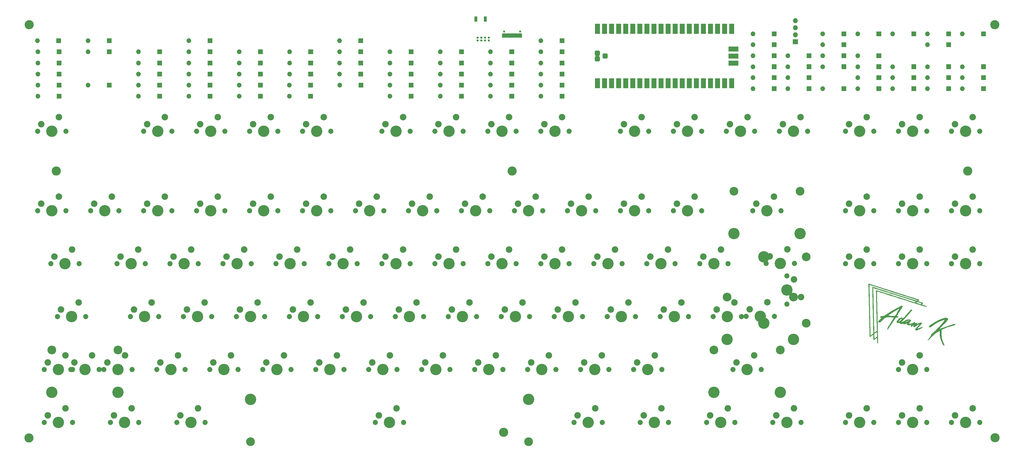
<source format=gts>
G04 #@! TF.GenerationSoftware,KiCad,Pcbnew,(5.1.9)-1*
G04 #@! TF.CreationDate,2021-05-24T00:01:21+01:00*
G04 #@! TF.ProjectId,ENV_KB,454e565f-4b42-42e6-9b69-6361645f7063,Rev.1*
G04 #@! TF.SameCoordinates,Original*
G04 #@! TF.FileFunction,Soldermask,Top*
G04 #@! TF.FilePolarity,Negative*
%FSLAX46Y46*%
G04 Gerber Fmt 4.6, Leading zero omitted, Abs format (unit mm)*
G04 Created by KiCad (PCBNEW (5.1.9)-1) date 2021-05-24 00:01:21*
%MOMM*%
%LPD*%
G01*
G04 APERTURE LIST*
%ADD10C,0.010000*%
%ADD11C,0.752000*%
%ADD12O,1.702000X1.702000*%
%ADD13C,2.352000*%
%ADD14C,4.089800*%
%ADD15C,1.852000*%
%ADD16C,3.150000*%
%ADD17O,1.802000X1.802000*%
%ADD18C,3.302000*%
%ADD19C,0.150000*%
G04 APERTURE END LIST*
D10*
G36*
X352411586Y-164540632D02*
G01*
X352482674Y-164574234D01*
X352574947Y-164658836D01*
X352598710Y-164786915D01*
X352550376Y-164971101D01*
X352426355Y-165224023D01*
X352223058Y-165558313D01*
X352187407Y-165613336D01*
X351784233Y-166235788D01*
X351434189Y-166784349D01*
X351140319Y-167254004D01*
X350905664Y-167639738D01*
X350733267Y-167936537D01*
X350626170Y-168139388D01*
X350587415Y-168243275D01*
X350587682Y-168250000D01*
X350656086Y-168325128D01*
X350802294Y-168390700D01*
X350843805Y-168401902D01*
X350996090Y-168458004D01*
X351077337Y-168527077D01*
X351081500Y-168544073D01*
X351023992Y-168615741D01*
X350875027Y-168683400D01*
X350669938Y-168735787D01*
X350444059Y-168761639D01*
X350395808Y-168762645D01*
X350325068Y-168767056D01*
X350259576Y-168788717D01*
X350188528Y-168840661D01*
X350101117Y-168935919D01*
X349986540Y-169087523D01*
X349833990Y-169308507D01*
X349632662Y-169611902D01*
X349411558Y-169949763D01*
X348937375Y-170674317D01*
X348528476Y-171295282D01*
X348182292Y-171816421D01*
X347896257Y-172241503D01*
X347667804Y-172574292D01*
X347494366Y-172818554D01*
X347373375Y-172978056D01*
X347302265Y-173056564D01*
X347287408Y-173066071D01*
X347201038Y-173038751D01*
X347168647Y-172988835D01*
X347175962Y-172856861D01*
X347260062Y-172629502D01*
X347418700Y-172310783D01*
X347649628Y-171904732D01*
X347950598Y-171415374D01*
X348319364Y-170846736D01*
X348587784Y-170446206D01*
X348860801Y-170032224D01*
X349094542Y-169655785D01*
X349282324Y-169329302D01*
X349417465Y-169065190D01*
X349493282Y-168875865D01*
X349503093Y-168773742D01*
X349493847Y-168762905D01*
X349392644Y-168737494D01*
X349189770Y-168713747D01*
X348910550Y-168692661D01*
X348580311Y-168675233D01*
X348224378Y-168662461D01*
X347868080Y-168655342D01*
X347536741Y-168654872D01*
X347255688Y-168662049D01*
X347129351Y-168669809D01*
X346900765Y-168693000D01*
X346707292Y-168729074D01*
X346530700Y-168789323D01*
X346352756Y-168885037D01*
X346155228Y-169027507D01*
X345919883Y-169228025D01*
X345628490Y-169497881D01*
X345328480Y-169785041D01*
X344996901Y-170097977D01*
X344742266Y-170322775D01*
X344556683Y-170465806D01*
X344432261Y-170533443D01*
X344392311Y-170541000D01*
X344240617Y-170503219D01*
X344079409Y-170410949D01*
X343953133Y-170295800D01*
X343905999Y-170195142D01*
X343949196Y-170121436D01*
X344067090Y-169980136D01*
X344242139Y-169790945D01*
X344456802Y-169573567D01*
X344477390Y-169553367D01*
X345048780Y-168994231D01*
X344811304Y-168861022D01*
X344659563Y-168757095D01*
X344566284Y-168657691D01*
X344555223Y-168631212D01*
X344596476Y-168532450D01*
X344745431Y-168438947D01*
X344982814Y-168358562D01*
X345289355Y-168299155D01*
X345403234Y-168285407D01*
X345667139Y-168251754D01*
X345886609Y-168203424D01*
X346093316Y-168127159D01*
X346215459Y-168063568D01*
X347462000Y-168063568D01*
X347522966Y-168103892D01*
X347695738Y-168142050D01*
X347965122Y-168176532D01*
X348315924Y-168205830D01*
X348732952Y-168228435D01*
X349201012Y-168242838D01*
X349282289Y-168244325D01*
X349927828Y-168255000D01*
X350115523Y-168016875D01*
X350210247Y-167878690D01*
X350348566Y-167653521D01*
X350515395Y-167367015D01*
X350695653Y-167044821D01*
X350797035Y-166858000D01*
X350969224Y-166539005D01*
X351126199Y-166252010D01*
X351255750Y-166019052D01*
X351345667Y-165862163D01*
X351376676Y-165811995D01*
X351451925Y-165668653D01*
X351430226Y-165602356D01*
X351314880Y-165612183D01*
X351109190Y-165697211D01*
X350816458Y-165856520D01*
X350483195Y-166061437D01*
X350267812Y-166195565D01*
X349995909Y-166359901D01*
X349721389Y-166521921D01*
X349684500Y-166543330D01*
X349448854Y-166685039D01*
X349168453Y-166862000D01*
X348861364Y-167061857D01*
X348545656Y-167272250D01*
X348239395Y-167480821D01*
X347960650Y-167675210D01*
X347727489Y-167843059D01*
X347557979Y-167972010D01*
X347470188Y-168049703D01*
X347462000Y-168063568D01*
X346215459Y-168063568D01*
X346318933Y-168009697D01*
X346595132Y-167837779D01*
X346804830Y-167698588D01*
X347362467Y-167333471D01*
X347969857Y-166952757D01*
X348603631Y-166569937D01*
X349240418Y-166198506D01*
X349856850Y-165851957D01*
X350429557Y-165543781D01*
X350935170Y-165287473D01*
X351185665Y-165169177D01*
X351451721Y-165034632D01*
X351704810Y-164884130D01*
X351896659Y-164746771D01*
X351920105Y-164726464D01*
X352111426Y-164574802D01*
X352263397Y-164516067D01*
X352411586Y-164540632D01*
G37*
X352411586Y-164540632D02*
X352482674Y-164574234D01*
X352574947Y-164658836D01*
X352598710Y-164786915D01*
X352550376Y-164971101D01*
X352426355Y-165224023D01*
X352223058Y-165558313D01*
X352187407Y-165613336D01*
X351784233Y-166235788D01*
X351434189Y-166784349D01*
X351140319Y-167254004D01*
X350905664Y-167639738D01*
X350733267Y-167936537D01*
X350626170Y-168139388D01*
X350587415Y-168243275D01*
X350587682Y-168250000D01*
X350656086Y-168325128D01*
X350802294Y-168390700D01*
X350843805Y-168401902D01*
X350996090Y-168458004D01*
X351077337Y-168527077D01*
X351081500Y-168544073D01*
X351023992Y-168615741D01*
X350875027Y-168683400D01*
X350669938Y-168735787D01*
X350444059Y-168761639D01*
X350395808Y-168762645D01*
X350325068Y-168767056D01*
X350259576Y-168788717D01*
X350188528Y-168840661D01*
X350101117Y-168935919D01*
X349986540Y-169087523D01*
X349833990Y-169308507D01*
X349632662Y-169611902D01*
X349411558Y-169949763D01*
X348937375Y-170674317D01*
X348528476Y-171295282D01*
X348182292Y-171816421D01*
X347896257Y-172241503D01*
X347667804Y-172574292D01*
X347494366Y-172818554D01*
X347373375Y-172978056D01*
X347302265Y-173056564D01*
X347287408Y-173066071D01*
X347201038Y-173038751D01*
X347168647Y-172988835D01*
X347175962Y-172856861D01*
X347260062Y-172629502D01*
X347418700Y-172310783D01*
X347649628Y-171904732D01*
X347950598Y-171415374D01*
X348319364Y-170846736D01*
X348587784Y-170446206D01*
X348860801Y-170032224D01*
X349094542Y-169655785D01*
X349282324Y-169329302D01*
X349417465Y-169065190D01*
X349493282Y-168875865D01*
X349503093Y-168773742D01*
X349493847Y-168762905D01*
X349392644Y-168737494D01*
X349189770Y-168713747D01*
X348910550Y-168692661D01*
X348580311Y-168675233D01*
X348224378Y-168662461D01*
X347868080Y-168655342D01*
X347536741Y-168654872D01*
X347255688Y-168662049D01*
X347129351Y-168669809D01*
X346900765Y-168693000D01*
X346707292Y-168729074D01*
X346530700Y-168789323D01*
X346352756Y-168885037D01*
X346155228Y-169027507D01*
X345919883Y-169228025D01*
X345628490Y-169497881D01*
X345328480Y-169785041D01*
X344996901Y-170097977D01*
X344742266Y-170322775D01*
X344556683Y-170465806D01*
X344432261Y-170533443D01*
X344392311Y-170541000D01*
X344240617Y-170503219D01*
X344079409Y-170410949D01*
X343953133Y-170295800D01*
X343905999Y-170195142D01*
X343949196Y-170121436D01*
X344067090Y-169980136D01*
X344242139Y-169790945D01*
X344456802Y-169573567D01*
X344477390Y-169553367D01*
X345048780Y-168994231D01*
X344811304Y-168861022D01*
X344659563Y-168757095D01*
X344566284Y-168657691D01*
X344555223Y-168631212D01*
X344596476Y-168532450D01*
X344745431Y-168438947D01*
X344982814Y-168358562D01*
X345289355Y-168299155D01*
X345403234Y-168285407D01*
X345667139Y-168251754D01*
X345886609Y-168203424D01*
X346093316Y-168127159D01*
X346215459Y-168063568D01*
X347462000Y-168063568D01*
X347522966Y-168103892D01*
X347695738Y-168142050D01*
X347965122Y-168176532D01*
X348315924Y-168205830D01*
X348732952Y-168228435D01*
X349201012Y-168242838D01*
X349282289Y-168244325D01*
X349927828Y-168255000D01*
X350115523Y-168016875D01*
X350210247Y-167878690D01*
X350348566Y-167653521D01*
X350515395Y-167367015D01*
X350695653Y-167044821D01*
X350797035Y-166858000D01*
X350969224Y-166539005D01*
X351126199Y-166252010D01*
X351255750Y-166019052D01*
X351345667Y-165862163D01*
X351376676Y-165811995D01*
X351451925Y-165668653D01*
X351430226Y-165602356D01*
X351314880Y-165612183D01*
X351109190Y-165697211D01*
X350816458Y-165856520D01*
X350483195Y-166061437D01*
X350267812Y-166195565D01*
X349995909Y-166359901D01*
X349721389Y-166521921D01*
X349684500Y-166543330D01*
X349448854Y-166685039D01*
X349168453Y-166862000D01*
X348861364Y-167061857D01*
X348545656Y-167272250D01*
X348239395Y-167480821D01*
X347960650Y-167675210D01*
X347727489Y-167843059D01*
X347557979Y-167972010D01*
X347470188Y-168049703D01*
X347462000Y-168063568D01*
X346215459Y-168063568D01*
X346318933Y-168009697D01*
X346595132Y-167837779D01*
X346804830Y-167698588D01*
X347362467Y-167333471D01*
X347969857Y-166952757D01*
X348603631Y-166569937D01*
X349240418Y-166198506D01*
X349856850Y-165851957D01*
X350429557Y-165543781D01*
X350935170Y-165287473D01*
X351185665Y-165169177D01*
X351451721Y-165034632D01*
X351704810Y-164884130D01*
X351896659Y-164746771D01*
X351920105Y-164726464D01*
X352111426Y-164574802D01*
X352263397Y-164516067D01*
X352411586Y-164540632D01*
G36*
X355795379Y-165973267D02*
G01*
X355939053Y-166013240D01*
X356015823Y-166032248D01*
X356018205Y-166032500D01*
X356032507Y-166084673D01*
X356034500Y-166132401D01*
X355993177Y-166216686D01*
X355881067Y-166369294D01*
X355715956Y-166567538D01*
X355542375Y-166760184D01*
X355322570Y-166997866D01*
X355047286Y-167298401D01*
X354745604Y-167629888D01*
X354446604Y-167960425D01*
X354320000Y-168101112D01*
X354003574Y-168452136D01*
X353644376Y-168848556D01*
X353281326Y-169247535D01*
X352953344Y-169606237D01*
X352875375Y-169691140D01*
X352637816Y-169951602D01*
X352433701Y-170179373D01*
X352277263Y-170358246D01*
X352182735Y-170472013D01*
X352161000Y-170504562D01*
X352209546Y-170540331D01*
X352220982Y-170541000D01*
X352315055Y-170512762D01*
X352498169Y-170435351D01*
X352747500Y-170319724D01*
X353040223Y-170176835D01*
X353353517Y-170017640D01*
X353664555Y-169853095D01*
X353742108Y-169810860D01*
X354205121Y-169592700D01*
X354610658Y-169480256D01*
X354969270Y-169471999D01*
X355291508Y-169566401D01*
X355322924Y-169581829D01*
X355481576Y-169679015D01*
X355565688Y-169783521D01*
X355572486Y-169913211D01*
X355499196Y-170085947D01*
X355343044Y-170319592D01*
X355174094Y-170540201D01*
X355007041Y-170763134D01*
X354883279Y-170949783D01*
X354816608Y-171077926D01*
X354812527Y-171122427D01*
X354911395Y-171145181D01*
X355119961Y-171123078D01*
X355441226Y-171055633D01*
X355809716Y-170961057D01*
X356029775Y-170906149D01*
X356212297Y-170868931D01*
X356299607Y-170858500D01*
X356415889Y-170807612D01*
X356479000Y-170731499D01*
X356599670Y-170582331D01*
X356757912Y-170476958D01*
X356908066Y-170442779D01*
X356946302Y-170451103D01*
X357028592Y-170545622D01*
X357050500Y-170679072D01*
X357062028Y-170807485D01*
X357116321Y-170838351D01*
X357193375Y-170818085D01*
X357418412Y-170777193D01*
X357629027Y-170799249D01*
X357791591Y-170874059D01*
X357872477Y-170991429D01*
X357876000Y-171025025D01*
X357893912Y-171090470D01*
X357960366Y-171103356D01*
X358094430Y-171059983D01*
X358315179Y-170956652D01*
X358369935Y-170929209D01*
X358756420Y-170750979D01*
X359054718Y-170652197D01*
X359273798Y-170630524D01*
X359390635Y-170662988D01*
X359461977Y-170703738D01*
X359508778Y-170746495D01*
X359523955Y-170802474D01*
X359500425Y-170882889D01*
X359431104Y-170998952D01*
X359308908Y-171161878D01*
X359126754Y-171382880D01*
X358877558Y-171673172D01*
X358554236Y-172043967D01*
X358424858Y-172191860D01*
X358221316Y-172429777D01*
X358055945Y-172633261D01*
X357943069Y-172783889D01*
X357897011Y-172863235D01*
X357897742Y-172869908D01*
X357921864Y-172882202D01*
X357969068Y-172878950D01*
X358055916Y-172854270D01*
X358198975Y-172802275D01*
X358414807Y-172717082D01*
X358719978Y-172592806D01*
X358987250Y-172482859D01*
X359325753Y-172345587D01*
X359563972Y-172256243D01*
X359717797Y-172211449D01*
X359803121Y-172207830D01*
X359835836Y-172242010D01*
X359833281Y-172303125D01*
X359770470Y-172373158D01*
X359613727Y-172483528D01*
X359385066Y-172622751D01*
X359106502Y-172779345D01*
X358800051Y-172941828D01*
X358487727Y-173098718D01*
X358191545Y-173238532D01*
X357933521Y-173349788D01*
X357735669Y-173421003D01*
X357653750Y-173439901D01*
X357437554Y-173441789D01*
X357320375Y-173391161D01*
X357264775Y-173273687D01*
X357241011Y-173103755D01*
X357241000Y-173100090D01*
X357253829Y-172997166D01*
X357301674Y-172886389D01*
X357398567Y-172747707D01*
X357558540Y-172561069D01*
X357795626Y-172306423D01*
X357798719Y-172303165D01*
X358131748Y-171945174D01*
X358391933Y-171650049D01*
X358574336Y-171423901D01*
X358674017Y-171272841D01*
X358687143Y-171203976D01*
X358615113Y-171214014D01*
X358457751Y-171280490D01*
X358236891Y-171391692D01*
X357974364Y-171535909D01*
X357692007Y-171701427D01*
X357411650Y-171876536D01*
X357314333Y-171940389D01*
X357028121Y-172117559D01*
X356818175Y-172211987D01*
X356667637Y-172227287D01*
X356559651Y-172167070D01*
X356517235Y-172111205D01*
X356486757Y-172010598D01*
X356522716Y-171878673D01*
X356592021Y-171746080D01*
X356672268Y-171576518D01*
X356669146Y-171497985D01*
X356587092Y-171509758D01*
X356430549Y-171611113D01*
X356203954Y-171801329D01*
X356193249Y-171811000D01*
X355996008Y-171985803D01*
X355866750Y-172084206D01*
X355781355Y-172117249D01*
X355715706Y-172095974D01*
X355666200Y-172052300D01*
X355594167Y-171900893D01*
X355639914Y-171715273D01*
X355792956Y-171512398D01*
X355905720Y-171387847D01*
X355936120Y-171323903D01*
X355875068Y-171318013D01*
X355713474Y-171367623D01*
X355526500Y-171437533D01*
X355176276Y-171540648D01*
X354851882Y-171577687D01*
X354572506Y-171552251D01*
X354357337Y-171467943D01*
X354225564Y-171328363D01*
X354193000Y-171187236D01*
X354220338Y-171024890D01*
X354272375Y-170925354D01*
X354313718Y-170867620D01*
X354255186Y-170876391D01*
X354224750Y-170887425D01*
X353814300Y-171034485D01*
X353499370Y-171128489D01*
X353260921Y-171171201D01*
X353079915Y-171164388D01*
X352937314Y-171109814D01*
X352822235Y-171017508D01*
X352705961Y-170916003D01*
X352618807Y-170899722D01*
X352523496Y-170946880D01*
X352365386Y-171017252D01*
X352164823Y-171072803D01*
X352141135Y-171077248D01*
X351984612Y-171093727D01*
X351871651Y-171060618D01*
X351751227Y-170956961D01*
X351690563Y-170892168D01*
X351564219Y-170762566D01*
X351460506Y-170699747D01*
X351329110Y-170686892D01*
X351132623Y-170705661D01*
X350922694Y-170723642D01*
X350792815Y-170708827D01*
X350698149Y-170651484D01*
X350646570Y-170600144D01*
X350627263Y-170573877D01*
X353440093Y-170573877D01*
X353444168Y-170609302D01*
X353552928Y-170586134D01*
X353768754Y-170504288D01*
X354094029Y-170363681D01*
X354211314Y-170310931D01*
X354486869Y-170180707D01*
X354729035Y-170056265D01*
X354907966Y-169953527D01*
X354984986Y-169898181D01*
X355062666Y-169817231D01*
X355047891Y-169784987D01*
X354924469Y-169779016D01*
X354898958Y-169779000D01*
X354671347Y-169820854D01*
X354379465Y-169937828D01*
X354050611Y-170117042D01*
X353736473Y-170327578D01*
X353538321Y-170479941D01*
X353440093Y-170573877D01*
X350627263Y-170573877D01*
X350549626Y-170468255D01*
X350510000Y-170359960D01*
X350539798Y-170263574D01*
X351121332Y-170263574D01*
X351202399Y-170285174D01*
X351378888Y-170234734D01*
X351646547Y-170112733D01*
X351647256Y-170112375D01*
X351910038Y-169943428D01*
X352131280Y-169734155D01*
X352286439Y-169513161D01*
X352350974Y-169309048D01*
X352351500Y-169291591D01*
X352343883Y-169192887D01*
X352297549Y-169176075D01*
X352177266Y-169230846D01*
X352165209Y-169237073D01*
X352022018Y-169331764D01*
X351828739Y-169485926D01*
X351614890Y-169672715D01*
X351409988Y-169865288D01*
X351243552Y-170036801D01*
X351145097Y-170160411D01*
X351139938Y-170169457D01*
X351121332Y-170263574D01*
X350539798Y-170263574D01*
X350551657Y-170225218D01*
X350663043Y-170029885D01*
X350823776Y-169802867D01*
X351013477Y-169573068D01*
X351202091Y-169378389D01*
X351575722Y-169075611D01*
X351920547Y-168894682D01*
X352239999Y-168834607D01*
X352537511Y-168894397D01*
X352660246Y-168957134D01*
X352745255Y-169008753D01*
X352815863Y-169038580D01*
X352886081Y-169036262D01*
X352969924Y-168991448D01*
X353081405Y-168893785D01*
X353234537Y-168732923D01*
X353443334Y-168498510D01*
X353721809Y-168180193D01*
X353739683Y-168159750D01*
X354017227Y-167843475D01*
X354322257Y-167497680D01*
X354617917Y-167164049D01*
X354867354Y-166884267D01*
X354868875Y-166882569D01*
X355081219Y-166638822D01*
X355269782Y-166410115D01*
X355413289Y-166223031D01*
X355488047Y-166108961D01*
X355567731Y-165980110D01*
X355654314Y-165943869D01*
X355795379Y-165973267D01*
G37*
X355795379Y-165973267D02*
X355939053Y-166013240D01*
X356015823Y-166032248D01*
X356018205Y-166032500D01*
X356032507Y-166084673D01*
X356034500Y-166132401D01*
X355993177Y-166216686D01*
X355881067Y-166369294D01*
X355715956Y-166567538D01*
X355542375Y-166760184D01*
X355322570Y-166997866D01*
X355047286Y-167298401D01*
X354745604Y-167629888D01*
X354446604Y-167960425D01*
X354320000Y-168101112D01*
X354003574Y-168452136D01*
X353644376Y-168848556D01*
X353281326Y-169247535D01*
X352953344Y-169606237D01*
X352875375Y-169691140D01*
X352637816Y-169951602D01*
X352433701Y-170179373D01*
X352277263Y-170358246D01*
X352182735Y-170472013D01*
X352161000Y-170504562D01*
X352209546Y-170540331D01*
X352220982Y-170541000D01*
X352315055Y-170512762D01*
X352498169Y-170435351D01*
X352747500Y-170319724D01*
X353040223Y-170176835D01*
X353353517Y-170017640D01*
X353664555Y-169853095D01*
X353742108Y-169810860D01*
X354205121Y-169592700D01*
X354610658Y-169480256D01*
X354969270Y-169471999D01*
X355291508Y-169566401D01*
X355322924Y-169581829D01*
X355481576Y-169679015D01*
X355565688Y-169783521D01*
X355572486Y-169913211D01*
X355499196Y-170085947D01*
X355343044Y-170319592D01*
X355174094Y-170540201D01*
X355007041Y-170763134D01*
X354883279Y-170949783D01*
X354816608Y-171077926D01*
X354812527Y-171122427D01*
X354911395Y-171145181D01*
X355119961Y-171123078D01*
X355441226Y-171055633D01*
X355809716Y-170961057D01*
X356029775Y-170906149D01*
X356212297Y-170868931D01*
X356299607Y-170858500D01*
X356415889Y-170807612D01*
X356479000Y-170731499D01*
X356599670Y-170582331D01*
X356757912Y-170476958D01*
X356908066Y-170442779D01*
X356946302Y-170451103D01*
X357028592Y-170545622D01*
X357050500Y-170679072D01*
X357062028Y-170807485D01*
X357116321Y-170838351D01*
X357193375Y-170818085D01*
X357418412Y-170777193D01*
X357629027Y-170799249D01*
X357791591Y-170874059D01*
X357872477Y-170991429D01*
X357876000Y-171025025D01*
X357893912Y-171090470D01*
X357960366Y-171103356D01*
X358094430Y-171059983D01*
X358315179Y-170956652D01*
X358369935Y-170929209D01*
X358756420Y-170750979D01*
X359054718Y-170652197D01*
X359273798Y-170630524D01*
X359390635Y-170662988D01*
X359461977Y-170703738D01*
X359508778Y-170746495D01*
X359523955Y-170802474D01*
X359500425Y-170882889D01*
X359431104Y-170998952D01*
X359308908Y-171161878D01*
X359126754Y-171382880D01*
X358877558Y-171673172D01*
X358554236Y-172043967D01*
X358424858Y-172191860D01*
X358221316Y-172429777D01*
X358055945Y-172633261D01*
X357943069Y-172783889D01*
X357897011Y-172863235D01*
X357897742Y-172869908D01*
X357921864Y-172882202D01*
X357969068Y-172878950D01*
X358055916Y-172854270D01*
X358198975Y-172802275D01*
X358414807Y-172717082D01*
X358719978Y-172592806D01*
X358987250Y-172482859D01*
X359325753Y-172345587D01*
X359563972Y-172256243D01*
X359717797Y-172211449D01*
X359803121Y-172207830D01*
X359835836Y-172242010D01*
X359833281Y-172303125D01*
X359770470Y-172373158D01*
X359613727Y-172483528D01*
X359385066Y-172622751D01*
X359106502Y-172779345D01*
X358800051Y-172941828D01*
X358487727Y-173098718D01*
X358191545Y-173238532D01*
X357933521Y-173349788D01*
X357735669Y-173421003D01*
X357653750Y-173439901D01*
X357437554Y-173441789D01*
X357320375Y-173391161D01*
X357264775Y-173273687D01*
X357241011Y-173103755D01*
X357241000Y-173100090D01*
X357253829Y-172997166D01*
X357301674Y-172886389D01*
X357398567Y-172747707D01*
X357558540Y-172561069D01*
X357795626Y-172306423D01*
X357798719Y-172303165D01*
X358131748Y-171945174D01*
X358391933Y-171650049D01*
X358574336Y-171423901D01*
X358674017Y-171272841D01*
X358687143Y-171203976D01*
X358615113Y-171214014D01*
X358457751Y-171280490D01*
X358236891Y-171391692D01*
X357974364Y-171535909D01*
X357692007Y-171701427D01*
X357411650Y-171876536D01*
X357314333Y-171940389D01*
X357028121Y-172117559D01*
X356818175Y-172211987D01*
X356667637Y-172227287D01*
X356559651Y-172167070D01*
X356517235Y-172111205D01*
X356486757Y-172010598D01*
X356522716Y-171878673D01*
X356592021Y-171746080D01*
X356672268Y-171576518D01*
X356669146Y-171497985D01*
X356587092Y-171509758D01*
X356430549Y-171611113D01*
X356203954Y-171801329D01*
X356193249Y-171811000D01*
X355996008Y-171985803D01*
X355866750Y-172084206D01*
X355781355Y-172117249D01*
X355715706Y-172095974D01*
X355666200Y-172052300D01*
X355594167Y-171900893D01*
X355639914Y-171715273D01*
X355792956Y-171512398D01*
X355905720Y-171387847D01*
X355936120Y-171323903D01*
X355875068Y-171318013D01*
X355713474Y-171367623D01*
X355526500Y-171437533D01*
X355176276Y-171540648D01*
X354851882Y-171577687D01*
X354572506Y-171552251D01*
X354357337Y-171467943D01*
X354225564Y-171328363D01*
X354193000Y-171187236D01*
X354220338Y-171024890D01*
X354272375Y-170925354D01*
X354313718Y-170867620D01*
X354255186Y-170876391D01*
X354224750Y-170887425D01*
X353814300Y-171034485D01*
X353499370Y-171128489D01*
X353260921Y-171171201D01*
X353079915Y-171164388D01*
X352937314Y-171109814D01*
X352822235Y-171017508D01*
X352705961Y-170916003D01*
X352618807Y-170899722D01*
X352523496Y-170946880D01*
X352365386Y-171017252D01*
X352164823Y-171072803D01*
X352141135Y-171077248D01*
X351984612Y-171093727D01*
X351871651Y-171060618D01*
X351751227Y-170956961D01*
X351690563Y-170892168D01*
X351564219Y-170762566D01*
X351460506Y-170699747D01*
X351329110Y-170686892D01*
X351132623Y-170705661D01*
X350922694Y-170723642D01*
X350792815Y-170708827D01*
X350698149Y-170651484D01*
X350646570Y-170600144D01*
X350627263Y-170573877D01*
X353440093Y-170573877D01*
X353444168Y-170609302D01*
X353552928Y-170586134D01*
X353768754Y-170504288D01*
X354094029Y-170363681D01*
X354211314Y-170310931D01*
X354486869Y-170180707D01*
X354729035Y-170056265D01*
X354907966Y-169953527D01*
X354984986Y-169898181D01*
X355062666Y-169817231D01*
X355047891Y-169784987D01*
X354924469Y-169779016D01*
X354898958Y-169779000D01*
X354671347Y-169820854D01*
X354379465Y-169937828D01*
X354050611Y-170117042D01*
X353736473Y-170327578D01*
X353538321Y-170479941D01*
X353440093Y-170573877D01*
X350627263Y-170573877D01*
X350549626Y-170468255D01*
X350510000Y-170359960D01*
X350539798Y-170263574D01*
X351121332Y-170263574D01*
X351202399Y-170285174D01*
X351378888Y-170234734D01*
X351646547Y-170112733D01*
X351647256Y-170112375D01*
X351910038Y-169943428D01*
X352131280Y-169734155D01*
X352286439Y-169513161D01*
X352350974Y-169309048D01*
X352351500Y-169291591D01*
X352343883Y-169192887D01*
X352297549Y-169176075D01*
X352177266Y-169230846D01*
X352165209Y-169237073D01*
X352022018Y-169331764D01*
X351828739Y-169485926D01*
X351614890Y-169672715D01*
X351409988Y-169865288D01*
X351243552Y-170036801D01*
X351145097Y-170160411D01*
X351139938Y-170169457D01*
X351121332Y-170263574D01*
X350539798Y-170263574D01*
X350551657Y-170225218D01*
X350663043Y-170029885D01*
X350823776Y-169802867D01*
X351013477Y-169573068D01*
X351202091Y-169378389D01*
X351575722Y-169075611D01*
X351920547Y-168894682D01*
X352239999Y-168834607D01*
X352537511Y-168894397D01*
X352660246Y-168957134D01*
X352745255Y-169008753D01*
X352815863Y-169038580D01*
X352886081Y-169036262D01*
X352969924Y-168991448D01*
X353081405Y-168893785D01*
X353234537Y-168732923D01*
X353443334Y-168498510D01*
X353721809Y-168180193D01*
X353739683Y-168159750D01*
X354017227Y-167843475D01*
X354322257Y-167497680D01*
X354617917Y-167164049D01*
X354867354Y-166884267D01*
X354868875Y-166882569D01*
X355081219Y-166638822D01*
X355269782Y-166410115D01*
X355413289Y-166223031D01*
X355488047Y-166108961D01*
X355567731Y-165980110D01*
X355654314Y-165943869D01*
X355795379Y-165973267D01*
G36*
X340443166Y-156681233D02*
G01*
X340493471Y-156689849D01*
X340570748Y-156707828D01*
X340680613Y-156736919D01*
X340828680Y-156778871D01*
X341020565Y-156835434D01*
X341261883Y-156908357D01*
X341558248Y-156999391D01*
X341915277Y-157110285D01*
X342338583Y-157242788D01*
X342833783Y-157398651D01*
X343406491Y-157579622D01*
X344062323Y-157787452D01*
X344806893Y-158023890D01*
X345645818Y-158290686D01*
X346584711Y-158589590D01*
X347629188Y-158922351D01*
X348784864Y-159290718D01*
X349716250Y-159587675D01*
X350504559Y-159838944D01*
X351315404Y-160097229D01*
X352131362Y-160356990D01*
X352935011Y-160612687D01*
X353708930Y-160858781D01*
X354435697Y-161089732D01*
X355097891Y-161300001D01*
X355678089Y-161484049D01*
X356158869Y-161636336D01*
X356256750Y-161667297D01*
X356766650Y-161829574D01*
X357240001Y-161982212D01*
X357662704Y-162120512D01*
X358020656Y-162239777D01*
X358299758Y-162335308D01*
X358485910Y-162402406D01*
X358565010Y-162436373D01*
X358565120Y-162436458D01*
X358595765Y-162492248D01*
X358550255Y-162574180D01*
X358415520Y-162703348D01*
X358381659Y-162732495D01*
X358112328Y-162962159D01*
X358962539Y-163231389D01*
X359276082Y-163330714D01*
X359549289Y-163417334D01*
X359757758Y-163483506D01*
X359877085Y-163521488D01*
X359892125Y-163526316D01*
X359968337Y-163594057D01*
X359936389Y-163702115D01*
X359802891Y-163836433D01*
X359717500Y-163897712D01*
X359568825Y-164005016D01*
X359477437Y-164088152D01*
X359463600Y-164112525D01*
X359520979Y-164146536D01*
X359679078Y-164209395D01*
X359916951Y-164293534D01*
X360213652Y-164391385D01*
X360383674Y-164445000D01*
X360752459Y-164562604D01*
X361013703Y-164654142D01*
X361182602Y-164726164D01*
X361274356Y-164785221D01*
X361304161Y-164837867D01*
X361304324Y-164841875D01*
X361262220Y-164935828D01*
X361213743Y-164952999D01*
X361133969Y-164934314D01*
X360947520Y-164881157D01*
X360668644Y-164797877D01*
X360311587Y-164688823D01*
X359890597Y-164558346D01*
X359419921Y-164410793D01*
X358943618Y-164259999D01*
X357252086Y-163721992D01*
X356489090Y-163479306D01*
X357449828Y-163479306D01*
X357490714Y-163517913D01*
X357524490Y-163531983D01*
X357699758Y-163594950D01*
X357938122Y-163674635D01*
X358209377Y-163761675D01*
X358483322Y-163846708D01*
X358729752Y-163920370D01*
X358918465Y-163973300D01*
X359019258Y-163996133D01*
X359022538Y-163996375D01*
X359134335Y-163963325D01*
X359288072Y-163876176D01*
X359327468Y-163848412D01*
X359533611Y-163696325D01*
X357834689Y-163128411D01*
X357617219Y-163306170D01*
X357488337Y-163417636D01*
X357449828Y-163479306D01*
X356489090Y-163479306D01*
X355678229Y-163221396D01*
X354218689Y-162757144D01*
X352870112Y-162328167D01*
X351629142Y-161933398D01*
X350492423Y-161571768D01*
X349456599Y-161242209D01*
X348518315Y-160943653D01*
X347674213Y-160675032D01*
X346920939Y-160435277D01*
X346255137Y-160223321D01*
X345673451Y-160038095D01*
X345172525Y-159878531D01*
X344749003Y-159743561D01*
X344399529Y-159632118D01*
X344120748Y-159543132D01*
X343909303Y-159475535D01*
X343761839Y-159428260D01*
X343675000Y-159400239D01*
X343657783Y-159394609D01*
X343377817Y-159302331D01*
X343421060Y-161445040D01*
X343443780Y-162563063D01*
X343467588Y-163719924D01*
X343492186Y-164901931D01*
X343517277Y-166095394D01*
X343542566Y-167286619D01*
X343567755Y-168461917D01*
X343592548Y-169607595D01*
X343616650Y-170709962D01*
X343639763Y-171755326D01*
X343661590Y-172729996D01*
X343681836Y-173620279D01*
X343700205Y-174412485D01*
X343716398Y-175092922D01*
X343718043Y-175160739D01*
X343731404Y-175747071D01*
X343742162Y-176294769D01*
X343750186Y-176790672D01*
X343755342Y-177221621D01*
X343757496Y-177574457D01*
X343756514Y-177836018D01*
X343752264Y-177993147D01*
X343747179Y-178034114D01*
X343654872Y-178093672D01*
X343623736Y-178097500D01*
X343589068Y-178067284D01*
X343560619Y-177967225D01*
X343536570Y-177783201D01*
X343515105Y-177501090D01*
X343494404Y-177106772D01*
X343493416Y-177085151D01*
X343447364Y-176072803D01*
X342904998Y-176481901D01*
X342674346Y-176650134D01*
X342475225Y-176784799D01*
X342332481Y-176869707D01*
X342277066Y-176891000D01*
X342213159Y-176829959D01*
X342184150Y-176646927D01*
X342183145Y-176621125D01*
X342176179Y-176445391D01*
X342163912Y-176182394D01*
X342148250Y-175871670D01*
X342135520Y-175632883D01*
X342096250Y-174914517D01*
X341496900Y-175363734D01*
X341259834Y-175534864D01*
X341059035Y-175667531D01*
X340915879Y-175748446D01*
X340851992Y-175764600D01*
X340844793Y-175741934D01*
X340837479Y-175685671D01*
X340829912Y-175590536D01*
X340821959Y-175451253D01*
X340813482Y-175262545D01*
X340804347Y-175019138D01*
X340794418Y-174715755D01*
X340783559Y-174347120D01*
X340771634Y-173907958D01*
X340758509Y-173392992D01*
X340744047Y-172796948D01*
X340728113Y-172114549D01*
X340710570Y-171340520D01*
X340691285Y-170469584D01*
X340670120Y-169496465D01*
X340646940Y-168415889D01*
X340621610Y-167222579D01*
X340593994Y-165911259D01*
X340573250Y-164921250D01*
X340555934Y-164110762D01*
X340537762Y-163292203D01*
X340519134Y-162481619D01*
X340500446Y-161695055D01*
X340482095Y-160948554D01*
X340464480Y-160258163D01*
X340447996Y-159639925D01*
X340433043Y-159109887D01*
X340420016Y-158684092D01*
X340415250Y-158541232D01*
X340400819Y-158074056D01*
X340392005Y-157696070D01*
X340676177Y-157696070D01*
X340680853Y-158114983D01*
X340691834Y-158650728D01*
X340694117Y-158745875D01*
X340702036Y-159077769D01*
X340712395Y-159523493D01*
X340724901Y-160069906D01*
X340739258Y-160703867D01*
X340755175Y-161412236D01*
X340772356Y-162181872D01*
X340790509Y-162999634D01*
X340809339Y-163852381D01*
X340828553Y-164726972D01*
X340847857Y-165610268D01*
X340858428Y-166096000D01*
X340877696Y-166981288D01*
X340897040Y-167867151D01*
X340916164Y-168740206D01*
X340934773Y-169587070D01*
X340952571Y-170394359D01*
X340969261Y-171148692D01*
X340984548Y-171836686D01*
X340998137Y-172444958D01*
X341009731Y-172960126D01*
X341019034Y-173368806D01*
X341022938Y-173537815D01*
X341065349Y-175359880D01*
X341580799Y-174971758D01*
X341797541Y-174808720D01*
X341942079Y-174700250D01*
X342367502Y-174700250D01*
X342406172Y-175303500D01*
X342423613Y-175604091D01*
X342437048Y-175889817D01*
X342444399Y-176114142D01*
X342445171Y-176176625D01*
X342452977Y-176341515D01*
X342472216Y-176436982D01*
X342481757Y-176446500D01*
X342544645Y-176410216D01*
X342683443Y-176312841D01*
X342874072Y-176171585D01*
X342989757Y-176083374D01*
X343461500Y-175720249D01*
X343455937Y-175146749D01*
X343448485Y-174844683D01*
X343433620Y-174550447D01*
X343414177Y-174316321D01*
X343408312Y-174268754D01*
X343366250Y-173964259D01*
X342866876Y-174332254D01*
X342367502Y-174700250D01*
X341942079Y-174700250D01*
X341972394Y-174677500D01*
X342083251Y-174594671D01*
X342110890Y-174574386D01*
X342112147Y-174510291D01*
X342110565Y-174325879D01*
X342106284Y-174027796D01*
X342099443Y-173622690D01*
X342090179Y-173117209D01*
X342078633Y-172517999D01*
X342064941Y-171831708D01*
X342049244Y-171064983D01*
X342031680Y-170224472D01*
X342012387Y-169316822D01*
X341991505Y-168348681D01*
X341969172Y-167326695D01*
X341945527Y-166257512D01*
X341920708Y-165147780D01*
X341894855Y-164004146D01*
X341868105Y-162833256D01*
X341844495Y-161809792D01*
X341829140Y-161114116D01*
X341816099Y-160456155D01*
X341805492Y-159846877D01*
X341797441Y-159297246D01*
X341792064Y-158818230D01*
X341789482Y-158420793D01*
X341789816Y-158115903D01*
X341790005Y-158104561D01*
X342003427Y-158104561D01*
X342033777Y-158560155D01*
X342040829Y-158711142D01*
X342049795Y-158975319D01*
X342060333Y-159338895D01*
X342072100Y-159788079D01*
X342084753Y-160309082D01*
X342097950Y-160888114D01*
X342111349Y-161511383D01*
X342124608Y-162165099D01*
X342129430Y-162413000D01*
X342144131Y-163162547D01*
X342160269Y-163958617D01*
X342177296Y-164775728D01*
X342194661Y-165588402D01*
X342211814Y-166371156D01*
X342228206Y-167098513D01*
X342243286Y-167744991D01*
X342254152Y-168191500D01*
X342270116Y-168838320D01*
X342287125Y-169539888D01*
X342304391Y-170262916D01*
X342321128Y-170974116D01*
X342336551Y-171640198D01*
X342349871Y-172227876D01*
X342355061Y-172462017D01*
X342396552Y-174351285D01*
X342659151Y-174155739D01*
X342872385Y-173998371D01*
X343092418Y-173838078D01*
X343158519Y-173790472D01*
X343290613Y-173688050D01*
X343361532Y-173593609D01*
X343390447Y-173462796D01*
X343396529Y-173251263D01*
X343396571Y-173239750D01*
X343395463Y-173081297D01*
X343391646Y-172806999D01*
X343385360Y-172427977D01*
X343376843Y-171955350D01*
X343366336Y-171400240D01*
X343354079Y-170773766D01*
X343340310Y-170087050D01*
X343325270Y-169351211D01*
X343309198Y-168577372D01*
X343292333Y-167776650D01*
X343274915Y-166960169D01*
X343257184Y-166139047D01*
X343239378Y-165324406D01*
X343221739Y-164527366D01*
X343204504Y-163759047D01*
X343187915Y-163030570D01*
X343172210Y-162353056D01*
X343157628Y-161737625D01*
X343144410Y-161195397D01*
X343132795Y-160737494D01*
X343123023Y-160375035D01*
X343115332Y-160119141D01*
X343111842Y-160021994D01*
X343098830Y-159588366D01*
X343099745Y-159275024D01*
X343114532Y-159084051D01*
X343138439Y-159019186D01*
X343209600Y-159030348D01*
X343390413Y-159077161D01*
X343669673Y-159156258D01*
X344036176Y-159264270D01*
X344478717Y-159397831D01*
X344986091Y-159553573D01*
X345547092Y-159728127D01*
X346150516Y-159918125D01*
X346523652Y-160036664D01*
X347218328Y-160258027D01*
X347934525Y-160486161D01*
X348652136Y-160714669D01*
X349351055Y-160937150D01*
X350011173Y-161147206D01*
X350612386Y-161338438D01*
X351134586Y-161504445D01*
X351557667Y-161638830D01*
X351589500Y-161648934D01*
X352147473Y-161826110D01*
X352785956Y-162028990D01*
X353464462Y-162244698D01*
X354142499Y-162460360D01*
X354779580Y-162663103D01*
X355187182Y-162792892D01*
X357038614Y-163382611D01*
X357235057Y-163242731D01*
X357362103Y-163140671D01*
X357428637Y-163064593D01*
X357431500Y-163054297D01*
X357375165Y-163014925D01*
X357224728Y-162951357D01*
X357008042Y-162874844D01*
X356907625Y-162842689D01*
X356706686Y-162779797D01*
X356426821Y-162691623D01*
X356064475Y-162577034D01*
X355616094Y-162434902D01*
X355078123Y-162264093D01*
X354447009Y-162063479D01*
X353719195Y-161831928D01*
X352891129Y-161568310D01*
X351959256Y-161271493D01*
X350920022Y-160940348D01*
X349769872Y-160573743D01*
X348505251Y-160170547D01*
X347366750Y-159807492D01*
X346594411Y-159561228D01*
X345854262Y-159325314D01*
X345155609Y-159102711D01*
X344507762Y-158896382D01*
X343920030Y-158709288D01*
X343401720Y-158544392D01*
X342962141Y-158404655D01*
X342610602Y-158293039D01*
X342356411Y-158212506D01*
X342208877Y-158166017D01*
X342176838Y-158156114D01*
X342003427Y-158104561D01*
X341790005Y-158104561D01*
X341793184Y-157914525D01*
X341799708Y-157827625D01*
X341800863Y-157825236D01*
X341879555Y-157821208D01*
X342045430Y-157853275D01*
X342266089Y-157914764D01*
X342321605Y-157932504D01*
X342496261Y-157989090D01*
X342773733Y-158078260D01*
X343135784Y-158194186D01*
X343564177Y-158331041D01*
X344040677Y-158482998D01*
X344547047Y-158644227D01*
X344890250Y-158753363D01*
X345432459Y-158925715D01*
X346067472Y-159127613D01*
X346767072Y-159350081D01*
X347503045Y-159584148D01*
X348247176Y-159820838D01*
X348971249Y-160051180D01*
X349647050Y-160266199D01*
X349716250Y-160288218D01*
X350420725Y-160512357D01*
X351207028Y-160762478D01*
X352040828Y-161027666D01*
X352887797Y-161297003D01*
X353713605Y-161559573D01*
X354483922Y-161804457D01*
X355106953Y-162002479D01*
X357767156Y-162847878D01*
X357949014Y-162713425D01*
X358055985Y-162615801D01*
X358088044Y-162546342D01*
X358082810Y-162538507D01*
X358012395Y-162510059D01*
X357835842Y-162448755D01*
X357568255Y-162359549D01*
X357224738Y-162247397D01*
X356820394Y-162117252D01*
X356370326Y-161974072D01*
X356161500Y-161908155D01*
X355624609Y-161738806D01*
X355062563Y-161561020D01*
X354504587Y-161384079D01*
X353979909Y-161217262D01*
X353517755Y-161069849D01*
X353147352Y-160951120D01*
X353145250Y-160950444D01*
X352789661Y-160836305D01*
X352339705Y-160692335D01*
X351822086Y-160527050D01*
X351263510Y-160348968D01*
X350690679Y-160166609D01*
X350130298Y-159988489D01*
X349970250Y-159937676D01*
X349396348Y-159755383D01*
X348782118Y-159560035D01*
X348158775Y-159361575D01*
X347557530Y-159169947D01*
X347009596Y-158995095D01*
X346546186Y-158846962D01*
X346477750Y-158825053D01*
X345440769Y-158493348D01*
X344498676Y-158192728D01*
X343654351Y-157924100D01*
X342910673Y-157688368D01*
X342270519Y-157486438D01*
X341736769Y-157319215D01*
X341312302Y-157187605D01*
X340999997Y-157092512D01*
X340802731Y-157034842D01*
X340723447Y-157015500D01*
X340701440Y-157053704D01*
X340686323Y-157174093D01*
X340677951Y-157385328D01*
X340676177Y-157696070D01*
X340392005Y-157696070D01*
X340390891Y-157648330D01*
X340385593Y-157280538D01*
X340385050Y-156987161D01*
X340389389Y-156784681D01*
X340398737Y-156689582D01*
X340401013Y-156685086D01*
X340414218Y-156680228D01*
X340443166Y-156681233D01*
G37*
X340443166Y-156681233D02*
X340493471Y-156689849D01*
X340570748Y-156707828D01*
X340680613Y-156736919D01*
X340828680Y-156778871D01*
X341020565Y-156835434D01*
X341261883Y-156908357D01*
X341558248Y-156999391D01*
X341915277Y-157110285D01*
X342338583Y-157242788D01*
X342833783Y-157398651D01*
X343406491Y-157579622D01*
X344062323Y-157787452D01*
X344806893Y-158023890D01*
X345645818Y-158290686D01*
X346584711Y-158589590D01*
X347629188Y-158922351D01*
X348784864Y-159290718D01*
X349716250Y-159587675D01*
X350504559Y-159838944D01*
X351315404Y-160097229D01*
X352131362Y-160356990D01*
X352935011Y-160612687D01*
X353708930Y-160858781D01*
X354435697Y-161089732D01*
X355097891Y-161300001D01*
X355678089Y-161484049D01*
X356158869Y-161636336D01*
X356256750Y-161667297D01*
X356766650Y-161829574D01*
X357240001Y-161982212D01*
X357662704Y-162120512D01*
X358020656Y-162239777D01*
X358299758Y-162335308D01*
X358485910Y-162402406D01*
X358565010Y-162436373D01*
X358565120Y-162436458D01*
X358595765Y-162492248D01*
X358550255Y-162574180D01*
X358415520Y-162703348D01*
X358381659Y-162732495D01*
X358112328Y-162962159D01*
X358962539Y-163231389D01*
X359276082Y-163330714D01*
X359549289Y-163417334D01*
X359757758Y-163483506D01*
X359877085Y-163521488D01*
X359892125Y-163526316D01*
X359968337Y-163594057D01*
X359936389Y-163702115D01*
X359802891Y-163836433D01*
X359717500Y-163897712D01*
X359568825Y-164005016D01*
X359477437Y-164088152D01*
X359463600Y-164112525D01*
X359520979Y-164146536D01*
X359679078Y-164209395D01*
X359916951Y-164293534D01*
X360213652Y-164391385D01*
X360383674Y-164445000D01*
X360752459Y-164562604D01*
X361013703Y-164654142D01*
X361182602Y-164726164D01*
X361274356Y-164785221D01*
X361304161Y-164837867D01*
X361304324Y-164841875D01*
X361262220Y-164935828D01*
X361213743Y-164952999D01*
X361133969Y-164934314D01*
X360947520Y-164881157D01*
X360668644Y-164797877D01*
X360311587Y-164688823D01*
X359890597Y-164558346D01*
X359419921Y-164410793D01*
X358943618Y-164259999D01*
X357252086Y-163721992D01*
X356489090Y-163479306D01*
X357449828Y-163479306D01*
X357490714Y-163517913D01*
X357524490Y-163531983D01*
X357699758Y-163594950D01*
X357938122Y-163674635D01*
X358209377Y-163761675D01*
X358483322Y-163846708D01*
X358729752Y-163920370D01*
X358918465Y-163973300D01*
X359019258Y-163996133D01*
X359022538Y-163996375D01*
X359134335Y-163963325D01*
X359288072Y-163876176D01*
X359327468Y-163848412D01*
X359533611Y-163696325D01*
X357834689Y-163128411D01*
X357617219Y-163306170D01*
X357488337Y-163417636D01*
X357449828Y-163479306D01*
X356489090Y-163479306D01*
X355678229Y-163221396D01*
X354218689Y-162757144D01*
X352870112Y-162328167D01*
X351629142Y-161933398D01*
X350492423Y-161571768D01*
X349456599Y-161242209D01*
X348518315Y-160943653D01*
X347674213Y-160675032D01*
X346920939Y-160435277D01*
X346255137Y-160223321D01*
X345673451Y-160038095D01*
X345172525Y-159878531D01*
X344749003Y-159743561D01*
X344399529Y-159632118D01*
X344120748Y-159543132D01*
X343909303Y-159475535D01*
X343761839Y-159428260D01*
X343675000Y-159400239D01*
X343657783Y-159394609D01*
X343377817Y-159302331D01*
X343421060Y-161445040D01*
X343443780Y-162563063D01*
X343467588Y-163719924D01*
X343492186Y-164901931D01*
X343517277Y-166095394D01*
X343542566Y-167286619D01*
X343567755Y-168461917D01*
X343592548Y-169607595D01*
X343616650Y-170709962D01*
X343639763Y-171755326D01*
X343661590Y-172729996D01*
X343681836Y-173620279D01*
X343700205Y-174412485D01*
X343716398Y-175092922D01*
X343718043Y-175160739D01*
X343731404Y-175747071D01*
X343742162Y-176294769D01*
X343750186Y-176790672D01*
X343755342Y-177221621D01*
X343757496Y-177574457D01*
X343756514Y-177836018D01*
X343752264Y-177993147D01*
X343747179Y-178034114D01*
X343654872Y-178093672D01*
X343623736Y-178097500D01*
X343589068Y-178067284D01*
X343560619Y-177967225D01*
X343536570Y-177783201D01*
X343515105Y-177501090D01*
X343494404Y-177106772D01*
X343493416Y-177085151D01*
X343447364Y-176072803D01*
X342904998Y-176481901D01*
X342674346Y-176650134D01*
X342475225Y-176784799D01*
X342332481Y-176869707D01*
X342277066Y-176891000D01*
X342213159Y-176829959D01*
X342184150Y-176646927D01*
X342183145Y-176621125D01*
X342176179Y-176445391D01*
X342163912Y-176182394D01*
X342148250Y-175871670D01*
X342135520Y-175632883D01*
X342096250Y-174914517D01*
X341496900Y-175363734D01*
X341259834Y-175534864D01*
X341059035Y-175667531D01*
X340915879Y-175748446D01*
X340851992Y-175764600D01*
X340844793Y-175741934D01*
X340837479Y-175685671D01*
X340829912Y-175590536D01*
X340821959Y-175451253D01*
X340813482Y-175262545D01*
X340804347Y-175019138D01*
X340794418Y-174715755D01*
X340783559Y-174347120D01*
X340771634Y-173907958D01*
X340758509Y-173392992D01*
X340744047Y-172796948D01*
X340728113Y-172114549D01*
X340710570Y-171340520D01*
X340691285Y-170469584D01*
X340670120Y-169496465D01*
X340646940Y-168415889D01*
X340621610Y-167222579D01*
X340593994Y-165911259D01*
X340573250Y-164921250D01*
X340555934Y-164110762D01*
X340537762Y-163292203D01*
X340519134Y-162481619D01*
X340500446Y-161695055D01*
X340482095Y-160948554D01*
X340464480Y-160258163D01*
X340447996Y-159639925D01*
X340433043Y-159109887D01*
X340420016Y-158684092D01*
X340415250Y-158541232D01*
X340400819Y-158074056D01*
X340392005Y-157696070D01*
X340676177Y-157696070D01*
X340680853Y-158114983D01*
X340691834Y-158650728D01*
X340694117Y-158745875D01*
X340702036Y-159077769D01*
X340712395Y-159523493D01*
X340724901Y-160069906D01*
X340739258Y-160703867D01*
X340755175Y-161412236D01*
X340772356Y-162181872D01*
X340790509Y-162999634D01*
X340809339Y-163852381D01*
X340828553Y-164726972D01*
X340847857Y-165610268D01*
X340858428Y-166096000D01*
X340877696Y-166981288D01*
X340897040Y-167867151D01*
X340916164Y-168740206D01*
X340934773Y-169587070D01*
X340952571Y-170394359D01*
X340969261Y-171148692D01*
X340984548Y-171836686D01*
X340998137Y-172444958D01*
X341009731Y-172960126D01*
X341019034Y-173368806D01*
X341022938Y-173537815D01*
X341065349Y-175359880D01*
X341580799Y-174971758D01*
X341797541Y-174808720D01*
X341942079Y-174700250D01*
X342367502Y-174700250D01*
X342406172Y-175303500D01*
X342423613Y-175604091D01*
X342437048Y-175889817D01*
X342444399Y-176114142D01*
X342445171Y-176176625D01*
X342452977Y-176341515D01*
X342472216Y-176436982D01*
X342481757Y-176446500D01*
X342544645Y-176410216D01*
X342683443Y-176312841D01*
X342874072Y-176171585D01*
X342989757Y-176083374D01*
X343461500Y-175720249D01*
X343455937Y-175146749D01*
X343448485Y-174844683D01*
X343433620Y-174550447D01*
X343414177Y-174316321D01*
X343408312Y-174268754D01*
X343366250Y-173964259D01*
X342866876Y-174332254D01*
X342367502Y-174700250D01*
X341942079Y-174700250D01*
X341972394Y-174677500D01*
X342083251Y-174594671D01*
X342110890Y-174574386D01*
X342112147Y-174510291D01*
X342110565Y-174325879D01*
X342106284Y-174027796D01*
X342099443Y-173622690D01*
X342090179Y-173117209D01*
X342078633Y-172517999D01*
X342064941Y-171831708D01*
X342049244Y-171064983D01*
X342031680Y-170224472D01*
X342012387Y-169316822D01*
X341991505Y-168348681D01*
X341969172Y-167326695D01*
X341945527Y-166257512D01*
X341920708Y-165147780D01*
X341894855Y-164004146D01*
X341868105Y-162833256D01*
X341844495Y-161809792D01*
X341829140Y-161114116D01*
X341816099Y-160456155D01*
X341805492Y-159846877D01*
X341797441Y-159297246D01*
X341792064Y-158818230D01*
X341789482Y-158420793D01*
X341789816Y-158115903D01*
X341790005Y-158104561D01*
X342003427Y-158104561D01*
X342033777Y-158560155D01*
X342040829Y-158711142D01*
X342049795Y-158975319D01*
X342060333Y-159338895D01*
X342072100Y-159788079D01*
X342084753Y-160309082D01*
X342097950Y-160888114D01*
X342111349Y-161511383D01*
X342124608Y-162165099D01*
X342129430Y-162413000D01*
X342144131Y-163162547D01*
X342160269Y-163958617D01*
X342177296Y-164775728D01*
X342194661Y-165588402D01*
X342211814Y-166371156D01*
X342228206Y-167098513D01*
X342243286Y-167744991D01*
X342254152Y-168191500D01*
X342270116Y-168838320D01*
X342287125Y-169539888D01*
X342304391Y-170262916D01*
X342321128Y-170974116D01*
X342336551Y-171640198D01*
X342349871Y-172227876D01*
X342355061Y-172462017D01*
X342396552Y-174351285D01*
X342659151Y-174155739D01*
X342872385Y-173998371D01*
X343092418Y-173838078D01*
X343158519Y-173790472D01*
X343290613Y-173688050D01*
X343361532Y-173593609D01*
X343390447Y-173462796D01*
X343396529Y-173251263D01*
X343396571Y-173239750D01*
X343395463Y-173081297D01*
X343391646Y-172806999D01*
X343385360Y-172427977D01*
X343376843Y-171955350D01*
X343366336Y-171400240D01*
X343354079Y-170773766D01*
X343340310Y-170087050D01*
X343325270Y-169351211D01*
X343309198Y-168577372D01*
X343292333Y-167776650D01*
X343274915Y-166960169D01*
X343257184Y-166139047D01*
X343239378Y-165324406D01*
X343221739Y-164527366D01*
X343204504Y-163759047D01*
X343187915Y-163030570D01*
X343172210Y-162353056D01*
X343157628Y-161737625D01*
X343144410Y-161195397D01*
X343132795Y-160737494D01*
X343123023Y-160375035D01*
X343115332Y-160119141D01*
X343111842Y-160021994D01*
X343098830Y-159588366D01*
X343099745Y-159275024D01*
X343114532Y-159084051D01*
X343138439Y-159019186D01*
X343209600Y-159030348D01*
X343390413Y-159077161D01*
X343669673Y-159156258D01*
X344036176Y-159264270D01*
X344478717Y-159397831D01*
X344986091Y-159553573D01*
X345547092Y-159728127D01*
X346150516Y-159918125D01*
X346523652Y-160036664D01*
X347218328Y-160258027D01*
X347934525Y-160486161D01*
X348652136Y-160714669D01*
X349351055Y-160937150D01*
X350011173Y-161147206D01*
X350612386Y-161338438D01*
X351134586Y-161504445D01*
X351557667Y-161638830D01*
X351589500Y-161648934D01*
X352147473Y-161826110D01*
X352785956Y-162028990D01*
X353464462Y-162244698D01*
X354142499Y-162460360D01*
X354779580Y-162663103D01*
X355187182Y-162792892D01*
X357038614Y-163382611D01*
X357235057Y-163242731D01*
X357362103Y-163140671D01*
X357428637Y-163064593D01*
X357431500Y-163054297D01*
X357375165Y-163014925D01*
X357224728Y-162951357D01*
X357008042Y-162874844D01*
X356907625Y-162842689D01*
X356706686Y-162779797D01*
X356426821Y-162691623D01*
X356064475Y-162577034D01*
X355616094Y-162434902D01*
X355078123Y-162264093D01*
X354447009Y-162063479D01*
X353719195Y-161831928D01*
X352891129Y-161568310D01*
X351959256Y-161271493D01*
X350920022Y-160940348D01*
X349769872Y-160573743D01*
X348505251Y-160170547D01*
X347366750Y-159807492D01*
X346594411Y-159561228D01*
X345854262Y-159325314D01*
X345155609Y-159102711D01*
X344507762Y-158896382D01*
X343920030Y-158709288D01*
X343401720Y-158544392D01*
X342962141Y-158404655D01*
X342610602Y-158293039D01*
X342356411Y-158212506D01*
X342208877Y-158166017D01*
X342176838Y-158156114D01*
X342003427Y-158104561D01*
X341790005Y-158104561D01*
X341793184Y-157914525D01*
X341799708Y-157827625D01*
X341800863Y-157825236D01*
X341879555Y-157821208D01*
X342045430Y-157853275D01*
X342266089Y-157914764D01*
X342321605Y-157932504D01*
X342496261Y-157989090D01*
X342773733Y-158078260D01*
X343135784Y-158194186D01*
X343564177Y-158331041D01*
X344040677Y-158482998D01*
X344547047Y-158644227D01*
X344890250Y-158753363D01*
X345432459Y-158925715D01*
X346067472Y-159127613D01*
X346767072Y-159350081D01*
X347503045Y-159584148D01*
X348247176Y-159820838D01*
X348971249Y-160051180D01*
X349647050Y-160266199D01*
X349716250Y-160288218D01*
X350420725Y-160512357D01*
X351207028Y-160762478D01*
X352040828Y-161027666D01*
X352887797Y-161297003D01*
X353713605Y-161559573D01*
X354483922Y-161804457D01*
X355106953Y-162002479D01*
X357767156Y-162847878D01*
X357949014Y-162713425D01*
X358055985Y-162615801D01*
X358088044Y-162546342D01*
X358082810Y-162538507D01*
X358012395Y-162510059D01*
X357835842Y-162448755D01*
X357568255Y-162359549D01*
X357224738Y-162247397D01*
X356820394Y-162117252D01*
X356370326Y-161974072D01*
X356161500Y-161908155D01*
X355624609Y-161738806D01*
X355062563Y-161561020D01*
X354504587Y-161384079D01*
X353979909Y-161217262D01*
X353517755Y-161069849D01*
X353147352Y-160951120D01*
X353145250Y-160950444D01*
X352789661Y-160836305D01*
X352339705Y-160692335D01*
X351822086Y-160527050D01*
X351263510Y-160348968D01*
X350690679Y-160166609D01*
X350130298Y-159988489D01*
X349970250Y-159937676D01*
X349396348Y-159755383D01*
X348782118Y-159560035D01*
X348158775Y-159361575D01*
X347557530Y-159169947D01*
X347009596Y-158995095D01*
X346546186Y-158846962D01*
X346477750Y-158825053D01*
X345440769Y-158493348D01*
X344498676Y-158192728D01*
X343654351Y-157924100D01*
X342910673Y-157688368D01*
X342270519Y-157486438D01*
X341736769Y-157319215D01*
X341312302Y-157187605D01*
X340999997Y-157092512D01*
X340802731Y-157034842D01*
X340723447Y-157015500D01*
X340701440Y-157053704D01*
X340686323Y-157174093D01*
X340677951Y-157385328D01*
X340676177Y-157696070D01*
X340392005Y-157696070D01*
X340390891Y-157648330D01*
X340385593Y-157280538D01*
X340385050Y-156987161D01*
X340389389Y-156784681D01*
X340398737Y-156689582D01*
X340401013Y-156685086D01*
X340414218Y-156680228D01*
X340443166Y-156681233D01*
G36*
X368520317Y-168916551D02*
G01*
X368641972Y-168983907D01*
X368720603Y-169046801D01*
X368849046Y-169179222D01*
X368920053Y-169299725D01*
X368925000Y-169327676D01*
X368892647Y-169502699D01*
X368791296Y-169714657D01*
X368614508Y-169972106D01*
X368355845Y-170283601D01*
X368008866Y-170657697D01*
X367651841Y-171019238D01*
X367280459Y-171393216D01*
X366935886Y-171750808D01*
X366627934Y-172080934D01*
X366366418Y-172372515D01*
X366161149Y-172614472D01*
X366021942Y-172795727D01*
X365958610Y-172905200D01*
X365959128Y-172930295D01*
X366029923Y-172925029D01*
X366184569Y-172880044D01*
X366389921Y-172805020D01*
X366394757Y-172803105D01*
X366713139Y-172679807D01*
X367104403Y-172532931D01*
X367545884Y-172370543D01*
X368014917Y-172200710D01*
X368488839Y-172031497D01*
X368944985Y-171870972D01*
X369360690Y-171727200D01*
X369713290Y-171608248D01*
X369980120Y-171522182D01*
X370068000Y-171495804D01*
X370352475Y-171413936D01*
X370681797Y-171319166D01*
X370947890Y-171242596D01*
X371208230Y-171174336D01*
X371375670Y-171149139D01*
X371475737Y-171164205D01*
X371503515Y-171181614D01*
X371586632Y-171297604D01*
X371548040Y-171395488D01*
X371392901Y-171462880D01*
X371385625Y-171464491D01*
X371225882Y-171509694D01*
X370995286Y-171587729D01*
X370740290Y-171682763D01*
X370708051Y-171695429D01*
X370394912Y-171806109D01*
X370042868Y-171910988D01*
X369755551Y-171981211D01*
X369358734Y-172081661D01*
X368889113Y-172229889D01*
X368384741Y-172411706D01*
X367883669Y-172612925D01*
X367423952Y-172819359D01*
X367182283Y-172940623D01*
X366614317Y-173240785D01*
X366630914Y-174510267D01*
X366644238Y-175098860D01*
X366671120Y-175591574D01*
X366717290Y-176019291D01*
X366788484Y-176412890D01*
X366890432Y-176803252D01*
X367028868Y-177221258D01*
X367209524Y-177697787D01*
X367234235Y-177760175D01*
X367359019Y-178078670D01*
X367466883Y-178362529D01*
X367548834Y-178587428D01*
X367595880Y-178729044D01*
X367603038Y-178757662D01*
X367594483Y-178874064D01*
X367522747Y-178893139D01*
X367402369Y-178818004D01*
X367277174Y-178687817D01*
X367113215Y-178453323D01*
X366929495Y-178127064D01*
X366740888Y-177739464D01*
X366562267Y-177320943D01*
X366418263Y-176930977D01*
X366226156Y-176301466D01*
X366099172Y-175723368D01*
X366028524Y-175144821D01*
X366005424Y-174513959D01*
X366005374Y-174493875D01*
X366003493Y-174152086D01*
X365997316Y-173917426D01*
X365984074Y-173770032D01*
X365960996Y-173690040D01*
X365925313Y-173657589D01*
X365888044Y-173652500D01*
X365795778Y-173685072D01*
X365618732Y-173774802D01*
X365378657Y-173909710D01*
X365097305Y-174077815D01*
X364951419Y-174168389D01*
X364692348Y-174333745D01*
X364470968Y-174483177D01*
X364269259Y-174632173D01*
X364069202Y-174796220D01*
X363852777Y-174990805D01*
X363601966Y-175231415D01*
X363298750Y-175533538D01*
X362942050Y-175895398D01*
X362538837Y-176302356D01*
X362217384Y-176617836D01*
X361974311Y-176844597D01*
X361806237Y-176985394D01*
X361709783Y-177042986D01*
X361681568Y-177020130D01*
X361718213Y-176919583D01*
X361741162Y-176875029D01*
X361806210Y-176773316D01*
X361931545Y-176593372D01*
X362100774Y-176358200D01*
X362297499Y-176090803D01*
X362357129Y-176010812D01*
X362609094Y-175662199D01*
X362774914Y-175405382D01*
X362855179Y-175239390D01*
X362861347Y-175178383D01*
X362845120Y-175069414D01*
X362879367Y-174961670D01*
X362978279Y-174836653D01*
X363156044Y-174675872D01*
X363389956Y-174489347D01*
X363565943Y-174340827D01*
X363812818Y-174115533D01*
X364114688Y-173829416D01*
X364455660Y-173498429D01*
X364819840Y-173138524D01*
X365191335Y-172765651D01*
X365554252Y-172395763D01*
X365892697Y-172044811D01*
X366190779Y-171728746D01*
X366432602Y-171463521D01*
X366601665Y-171265844D01*
X366777549Y-171049776D01*
X366990150Y-170792447D01*
X367193745Y-170549197D01*
X367195636Y-170546958D01*
X367374637Y-170322355D01*
X367536521Y-170097342D01*
X367649293Y-169916680D01*
X367657940Y-169900235D01*
X367733062Y-169743610D01*
X367749260Y-169662531D01*
X367708595Y-169621145D01*
X367674804Y-169606879D01*
X367566388Y-169608231D01*
X367368108Y-169649360D01*
X367108331Y-169723677D01*
X366958500Y-169773205D01*
X366396119Y-169995703D01*
X365770827Y-170292774D01*
X365109634Y-170649307D01*
X364439550Y-171050190D01*
X363787585Y-171480313D01*
X363368750Y-171781513D01*
X363065506Y-172005496D01*
X362843505Y-172159984D01*
X362683678Y-172253370D01*
X362566955Y-172294047D01*
X362474266Y-172290409D01*
X362386544Y-172250849D01*
X362351938Y-172229057D01*
X362232262Y-172142099D01*
X362161437Y-172059969D01*
X362147635Y-171972883D01*
X362199031Y-171871056D01*
X362323797Y-171744704D01*
X362530108Y-171584042D01*
X362826137Y-171379285D01*
X363220057Y-171120650D01*
X363345792Y-171039322D01*
X364044017Y-170609215D01*
X364753440Y-170211003D01*
X365457498Y-169851998D01*
X366139627Y-169539513D01*
X366783263Y-169280858D01*
X367371843Y-169083345D01*
X367888804Y-168954287D01*
X368164978Y-168911972D01*
X368378863Y-168896830D01*
X368520317Y-168916551D01*
G37*
X368520317Y-168916551D02*
X368641972Y-168983907D01*
X368720603Y-169046801D01*
X368849046Y-169179222D01*
X368920053Y-169299725D01*
X368925000Y-169327676D01*
X368892647Y-169502699D01*
X368791296Y-169714657D01*
X368614508Y-169972106D01*
X368355845Y-170283601D01*
X368008866Y-170657697D01*
X367651841Y-171019238D01*
X367280459Y-171393216D01*
X366935886Y-171750808D01*
X366627934Y-172080934D01*
X366366418Y-172372515D01*
X366161149Y-172614472D01*
X366021942Y-172795727D01*
X365958610Y-172905200D01*
X365959128Y-172930295D01*
X366029923Y-172925029D01*
X366184569Y-172880044D01*
X366389921Y-172805020D01*
X366394757Y-172803105D01*
X366713139Y-172679807D01*
X367104403Y-172532931D01*
X367545884Y-172370543D01*
X368014917Y-172200710D01*
X368488839Y-172031497D01*
X368944985Y-171870972D01*
X369360690Y-171727200D01*
X369713290Y-171608248D01*
X369980120Y-171522182D01*
X370068000Y-171495804D01*
X370352475Y-171413936D01*
X370681797Y-171319166D01*
X370947890Y-171242596D01*
X371208230Y-171174336D01*
X371375670Y-171149139D01*
X371475737Y-171164205D01*
X371503515Y-171181614D01*
X371586632Y-171297604D01*
X371548040Y-171395488D01*
X371392901Y-171462880D01*
X371385625Y-171464491D01*
X371225882Y-171509694D01*
X370995286Y-171587729D01*
X370740290Y-171682763D01*
X370708051Y-171695429D01*
X370394912Y-171806109D01*
X370042868Y-171910988D01*
X369755551Y-171981211D01*
X369358734Y-172081661D01*
X368889113Y-172229889D01*
X368384741Y-172411706D01*
X367883669Y-172612925D01*
X367423952Y-172819359D01*
X367182283Y-172940623D01*
X366614317Y-173240785D01*
X366630914Y-174510267D01*
X366644238Y-175098860D01*
X366671120Y-175591574D01*
X366717290Y-176019291D01*
X366788484Y-176412890D01*
X366890432Y-176803252D01*
X367028868Y-177221258D01*
X367209524Y-177697787D01*
X367234235Y-177760175D01*
X367359019Y-178078670D01*
X367466883Y-178362529D01*
X367548834Y-178587428D01*
X367595880Y-178729044D01*
X367603038Y-178757662D01*
X367594483Y-178874064D01*
X367522747Y-178893139D01*
X367402369Y-178818004D01*
X367277174Y-178687817D01*
X367113215Y-178453323D01*
X366929495Y-178127064D01*
X366740888Y-177739464D01*
X366562267Y-177320943D01*
X366418263Y-176930977D01*
X366226156Y-176301466D01*
X366099172Y-175723368D01*
X366028524Y-175144821D01*
X366005424Y-174513959D01*
X366005374Y-174493875D01*
X366003493Y-174152086D01*
X365997316Y-173917426D01*
X365984074Y-173770032D01*
X365960996Y-173690040D01*
X365925313Y-173657589D01*
X365888044Y-173652500D01*
X365795778Y-173685072D01*
X365618732Y-173774802D01*
X365378657Y-173909710D01*
X365097305Y-174077815D01*
X364951419Y-174168389D01*
X364692348Y-174333745D01*
X364470968Y-174483177D01*
X364269259Y-174632173D01*
X364069202Y-174796220D01*
X363852777Y-174990805D01*
X363601966Y-175231415D01*
X363298750Y-175533538D01*
X362942050Y-175895398D01*
X362538837Y-176302356D01*
X362217384Y-176617836D01*
X361974311Y-176844597D01*
X361806237Y-176985394D01*
X361709783Y-177042986D01*
X361681568Y-177020130D01*
X361718213Y-176919583D01*
X361741162Y-176875029D01*
X361806210Y-176773316D01*
X361931545Y-176593372D01*
X362100774Y-176358200D01*
X362297499Y-176090803D01*
X362357129Y-176010812D01*
X362609094Y-175662199D01*
X362774914Y-175405382D01*
X362855179Y-175239390D01*
X362861347Y-175178383D01*
X362845120Y-175069414D01*
X362879367Y-174961670D01*
X362978279Y-174836653D01*
X363156044Y-174675872D01*
X363389956Y-174489347D01*
X363565943Y-174340827D01*
X363812818Y-174115533D01*
X364114688Y-173829416D01*
X364455660Y-173498429D01*
X364819840Y-173138524D01*
X365191335Y-172765651D01*
X365554252Y-172395763D01*
X365892697Y-172044811D01*
X366190779Y-171728746D01*
X366432602Y-171463521D01*
X366601665Y-171265844D01*
X366777549Y-171049776D01*
X366990150Y-170792447D01*
X367193745Y-170549197D01*
X367195636Y-170546958D01*
X367374637Y-170322355D01*
X367536521Y-170097342D01*
X367649293Y-169916680D01*
X367657940Y-169900235D01*
X367733062Y-169743610D01*
X367749260Y-169662531D01*
X367708595Y-169621145D01*
X367674804Y-169606879D01*
X367566388Y-169608231D01*
X367368108Y-169649360D01*
X367108331Y-169723677D01*
X366958500Y-169773205D01*
X366396119Y-169995703D01*
X365770827Y-170292774D01*
X365109634Y-170649307D01*
X364439550Y-171050190D01*
X363787585Y-171480313D01*
X363368750Y-171781513D01*
X363065506Y-172005496D01*
X362843505Y-172159984D01*
X362683678Y-172253370D01*
X362566955Y-172294047D01*
X362474266Y-172290409D01*
X362386544Y-172250849D01*
X362351938Y-172229057D01*
X362232262Y-172142099D01*
X362161437Y-172059969D01*
X362147635Y-171972883D01*
X362199031Y-171871056D01*
X362323797Y-171744704D01*
X362530108Y-171584042D01*
X362826137Y-171379285D01*
X363220057Y-171120650D01*
X363345792Y-171039322D01*
X364044017Y-170609215D01*
X364753440Y-170211003D01*
X365457498Y-169851998D01*
X366139627Y-169539513D01*
X366783263Y-169280858D01*
X367371843Y-169083345D01*
X367888804Y-168954287D01*
X368164978Y-168911972D01*
X368378863Y-168896830D01*
X368520317Y-168916551D01*
G36*
X352411586Y-164540632D02*
G01*
X352482674Y-164574234D01*
X352574947Y-164658836D01*
X352598710Y-164786915D01*
X352550376Y-164971101D01*
X352426355Y-165224023D01*
X352223058Y-165558313D01*
X352187407Y-165613336D01*
X351784233Y-166235788D01*
X351434189Y-166784349D01*
X351140319Y-167254004D01*
X350905664Y-167639738D01*
X350733267Y-167936537D01*
X350626170Y-168139388D01*
X350587415Y-168243275D01*
X350587682Y-168250000D01*
X350656086Y-168325128D01*
X350802294Y-168390700D01*
X350843805Y-168401902D01*
X350996090Y-168458004D01*
X351077337Y-168527077D01*
X351081500Y-168544073D01*
X351023992Y-168615741D01*
X350875027Y-168683400D01*
X350669938Y-168735787D01*
X350444059Y-168761639D01*
X350395808Y-168762645D01*
X350325068Y-168767056D01*
X350259576Y-168788717D01*
X350188528Y-168840661D01*
X350101117Y-168935919D01*
X349986540Y-169087523D01*
X349833990Y-169308507D01*
X349632662Y-169611902D01*
X349411558Y-169949763D01*
X348937375Y-170674317D01*
X348528476Y-171295282D01*
X348182292Y-171816421D01*
X347896257Y-172241503D01*
X347667804Y-172574292D01*
X347494366Y-172818554D01*
X347373375Y-172978056D01*
X347302265Y-173056564D01*
X347287408Y-173066071D01*
X347201038Y-173038751D01*
X347168647Y-172988835D01*
X347175962Y-172856861D01*
X347260062Y-172629502D01*
X347418700Y-172310783D01*
X347649628Y-171904732D01*
X347950598Y-171415374D01*
X348319364Y-170846736D01*
X348587784Y-170446206D01*
X348860801Y-170032224D01*
X349094542Y-169655785D01*
X349282324Y-169329302D01*
X349417465Y-169065190D01*
X349493282Y-168875865D01*
X349503093Y-168773742D01*
X349493847Y-168762905D01*
X349392644Y-168737494D01*
X349189770Y-168713747D01*
X348910550Y-168692661D01*
X348580311Y-168675233D01*
X348224378Y-168662461D01*
X347868080Y-168655342D01*
X347536741Y-168654872D01*
X347255688Y-168662049D01*
X347129351Y-168669809D01*
X346900765Y-168693000D01*
X346707292Y-168729074D01*
X346530700Y-168789323D01*
X346352756Y-168885037D01*
X346155228Y-169027507D01*
X345919883Y-169228025D01*
X345628490Y-169497881D01*
X345328480Y-169785041D01*
X344996901Y-170097977D01*
X344742266Y-170322775D01*
X344556683Y-170465806D01*
X344432261Y-170533443D01*
X344392311Y-170541000D01*
X344240617Y-170503219D01*
X344079409Y-170410949D01*
X343953133Y-170295800D01*
X343905999Y-170195142D01*
X343949196Y-170121436D01*
X344067090Y-169980136D01*
X344242139Y-169790945D01*
X344456802Y-169573567D01*
X344477390Y-169553367D01*
X345048780Y-168994231D01*
X344811304Y-168861022D01*
X344659563Y-168757095D01*
X344566284Y-168657691D01*
X344555223Y-168631212D01*
X344596476Y-168532450D01*
X344745431Y-168438947D01*
X344982814Y-168358562D01*
X345289355Y-168299155D01*
X345403234Y-168285407D01*
X345667139Y-168251754D01*
X345886609Y-168203424D01*
X346093316Y-168127159D01*
X346215459Y-168063568D01*
X347462000Y-168063568D01*
X347522966Y-168103892D01*
X347695738Y-168142050D01*
X347965122Y-168176532D01*
X348315924Y-168205830D01*
X348732952Y-168228435D01*
X349201012Y-168242838D01*
X349282289Y-168244325D01*
X349927828Y-168255000D01*
X350115523Y-168016875D01*
X350210247Y-167878690D01*
X350348566Y-167653521D01*
X350515395Y-167367015D01*
X350695653Y-167044821D01*
X350797035Y-166858000D01*
X350969224Y-166539005D01*
X351126199Y-166252010D01*
X351255750Y-166019052D01*
X351345667Y-165862163D01*
X351376676Y-165811995D01*
X351451925Y-165668653D01*
X351430226Y-165602356D01*
X351314880Y-165612183D01*
X351109190Y-165697211D01*
X350816458Y-165856520D01*
X350483195Y-166061437D01*
X350267812Y-166195565D01*
X349995909Y-166359901D01*
X349721389Y-166521921D01*
X349684500Y-166543330D01*
X349448854Y-166685039D01*
X349168453Y-166862000D01*
X348861364Y-167061857D01*
X348545656Y-167272250D01*
X348239395Y-167480821D01*
X347960650Y-167675210D01*
X347727489Y-167843059D01*
X347557979Y-167972010D01*
X347470188Y-168049703D01*
X347462000Y-168063568D01*
X346215459Y-168063568D01*
X346318933Y-168009697D01*
X346595132Y-167837779D01*
X346804830Y-167698588D01*
X347362467Y-167333471D01*
X347969857Y-166952757D01*
X348603631Y-166569937D01*
X349240418Y-166198506D01*
X349856850Y-165851957D01*
X350429557Y-165543781D01*
X350935170Y-165287473D01*
X351185665Y-165169177D01*
X351451721Y-165034632D01*
X351704810Y-164884130D01*
X351896659Y-164746771D01*
X351920105Y-164726464D01*
X352111426Y-164574802D01*
X352263397Y-164516067D01*
X352411586Y-164540632D01*
G37*
X352411586Y-164540632D02*
X352482674Y-164574234D01*
X352574947Y-164658836D01*
X352598710Y-164786915D01*
X352550376Y-164971101D01*
X352426355Y-165224023D01*
X352223058Y-165558313D01*
X352187407Y-165613336D01*
X351784233Y-166235788D01*
X351434189Y-166784349D01*
X351140319Y-167254004D01*
X350905664Y-167639738D01*
X350733267Y-167936537D01*
X350626170Y-168139388D01*
X350587415Y-168243275D01*
X350587682Y-168250000D01*
X350656086Y-168325128D01*
X350802294Y-168390700D01*
X350843805Y-168401902D01*
X350996090Y-168458004D01*
X351077337Y-168527077D01*
X351081500Y-168544073D01*
X351023992Y-168615741D01*
X350875027Y-168683400D01*
X350669938Y-168735787D01*
X350444059Y-168761639D01*
X350395808Y-168762645D01*
X350325068Y-168767056D01*
X350259576Y-168788717D01*
X350188528Y-168840661D01*
X350101117Y-168935919D01*
X349986540Y-169087523D01*
X349833990Y-169308507D01*
X349632662Y-169611902D01*
X349411558Y-169949763D01*
X348937375Y-170674317D01*
X348528476Y-171295282D01*
X348182292Y-171816421D01*
X347896257Y-172241503D01*
X347667804Y-172574292D01*
X347494366Y-172818554D01*
X347373375Y-172978056D01*
X347302265Y-173056564D01*
X347287408Y-173066071D01*
X347201038Y-173038751D01*
X347168647Y-172988835D01*
X347175962Y-172856861D01*
X347260062Y-172629502D01*
X347418700Y-172310783D01*
X347649628Y-171904732D01*
X347950598Y-171415374D01*
X348319364Y-170846736D01*
X348587784Y-170446206D01*
X348860801Y-170032224D01*
X349094542Y-169655785D01*
X349282324Y-169329302D01*
X349417465Y-169065190D01*
X349493282Y-168875865D01*
X349503093Y-168773742D01*
X349493847Y-168762905D01*
X349392644Y-168737494D01*
X349189770Y-168713747D01*
X348910550Y-168692661D01*
X348580311Y-168675233D01*
X348224378Y-168662461D01*
X347868080Y-168655342D01*
X347536741Y-168654872D01*
X347255688Y-168662049D01*
X347129351Y-168669809D01*
X346900765Y-168693000D01*
X346707292Y-168729074D01*
X346530700Y-168789323D01*
X346352756Y-168885037D01*
X346155228Y-169027507D01*
X345919883Y-169228025D01*
X345628490Y-169497881D01*
X345328480Y-169785041D01*
X344996901Y-170097977D01*
X344742266Y-170322775D01*
X344556683Y-170465806D01*
X344432261Y-170533443D01*
X344392311Y-170541000D01*
X344240617Y-170503219D01*
X344079409Y-170410949D01*
X343953133Y-170295800D01*
X343905999Y-170195142D01*
X343949196Y-170121436D01*
X344067090Y-169980136D01*
X344242139Y-169790945D01*
X344456802Y-169573567D01*
X344477390Y-169553367D01*
X345048780Y-168994231D01*
X344811304Y-168861022D01*
X344659563Y-168757095D01*
X344566284Y-168657691D01*
X344555223Y-168631212D01*
X344596476Y-168532450D01*
X344745431Y-168438947D01*
X344982814Y-168358562D01*
X345289355Y-168299155D01*
X345403234Y-168285407D01*
X345667139Y-168251754D01*
X345886609Y-168203424D01*
X346093316Y-168127159D01*
X346215459Y-168063568D01*
X347462000Y-168063568D01*
X347522966Y-168103892D01*
X347695738Y-168142050D01*
X347965122Y-168176532D01*
X348315924Y-168205830D01*
X348732952Y-168228435D01*
X349201012Y-168242838D01*
X349282289Y-168244325D01*
X349927828Y-168255000D01*
X350115523Y-168016875D01*
X350210247Y-167878690D01*
X350348566Y-167653521D01*
X350515395Y-167367015D01*
X350695653Y-167044821D01*
X350797035Y-166858000D01*
X350969224Y-166539005D01*
X351126199Y-166252010D01*
X351255750Y-166019052D01*
X351345667Y-165862163D01*
X351376676Y-165811995D01*
X351451925Y-165668653D01*
X351430226Y-165602356D01*
X351314880Y-165612183D01*
X351109190Y-165697211D01*
X350816458Y-165856520D01*
X350483195Y-166061437D01*
X350267812Y-166195565D01*
X349995909Y-166359901D01*
X349721389Y-166521921D01*
X349684500Y-166543330D01*
X349448854Y-166685039D01*
X349168453Y-166862000D01*
X348861364Y-167061857D01*
X348545656Y-167272250D01*
X348239395Y-167480821D01*
X347960650Y-167675210D01*
X347727489Y-167843059D01*
X347557979Y-167972010D01*
X347470188Y-168049703D01*
X347462000Y-168063568D01*
X346215459Y-168063568D01*
X346318933Y-168009697D01*
X346595132Y-167837779D01*
X346804830Y-167698588D01*
X347362467Y-167333471D01*
X347969857Y-166952757D01*
X348603631Y-166569937D01*
X349240418Y-166198506D01*
X349856850Y-165851957D01*
X350429557Y-165543781D01*
X350935170Y-165287473D01*
X351185665Y-165169177D01*
X351451721Y-165034632D01*
X351704810Y-164884130D01*
X351896659Y-164746771D01*
X351920105Y-164726464D01*
X352111426Y-164574802D01*
X352263397Y-164516067D01*
X352411586Y-164540632D01*
G36*
X355795379Y-165973267D02*
G01*
X355939053Y-166013240D01*
X356015823Y-166032248D01*
X356018205Y-166032500D01*
X356032507Y-166084673D01*
X356034500Y-166132401D01*
X355993177Y-166216686D01*
X355881067Y-166369294D01*
X355715956Y-166567538D01*
X355542375Y-166760184D01*
X355322570Y-166997866D01*
X355047286Y-167298401D01*
X354745604Y-167629888D01*
X354446604Y-167960425D01*
X354320000Y-168101112D01*
X354003574Y-168452136D01*
X353644376Y-168848556D01*
X353281326Y-169247535D01*
X352953344Y-169606237D01*
X352875375Y-169691140D01*
X352637816Y-169951602D01*
X352433701Y-170179373D01*
X352277263Y-170358246D01*
X352182735Y-170472013D01*
X352161000Y-170504562D01*
X352209546Y-170540331D01*
X352220982Y-170541000D01*
X352315055Y-170512762D01*
X352498169Y-170435351D01*
X352747500Y-170319724D01*
X353040223Y-170176835D01*
X353353517Y-170017640D01*
X353664555Y-169853095D01*
X353742108Y-169810860D01*
X354205121Y-169592700D01*
X354610658Y-169480256D01*
X354969270Y-169471999D01*
X355291508Y-169566401D01*
X355322924Y-169581829D01*
X355481576Y-169679015D01*
X355565688Y-169783521D01*
X355572486Y-169913211D01*
X355499196Y-170085947D01*
X355343044Y-170319592D01*
X355174094Y-170540201D01*
X355007041Y-170763134D01*
X354883279Y-170949783D01*
X354816608Y-171077926D01*
X354812527Y-171122427D01*
X354911395Y-171145181D01*
X355119961Y-171123078D01*
X355441226Y-171055633D01*
X355809716Y-170961057D01*
X356029775Y-170906149D01*
X356212297Y-170868931D01*
X356299607Y-170858500D01*
X356415889Y-170807612D01*
X356479000Y-170731499D01*
X356599670Y-170582331D01*
X356757912Y-170476958D01*
X356908066Y-170442779D01*
X356946302Y-170451103D01*
X357028592Y-170545622D01*
X357050500Y-170679072D01*
X357062028Y-170807485D01*
X357116321Y-170838351D01*
X357193375Y-170818085D01*
X357418412Y-170777193D01*
X357629027Y-170799249D01*
X357791591Y-170874059D01*
X357872477Y-170991429D01*
X357876000Y-171025025D01*
X357893912Y-171090470D01*
X357960366Y-171103356D01*
X358094430Y-171059983D01*
X358315179Y-170956652D01*
X358369935Y-170929209D01*
X358756420Y-170750979D01*
X359054718Y-170652197D01*
X359273798Y-170630524D01*
X359390635Y-170662988D01*
X359461977Y-170703738D01*
X359508778Y-170746495D01*
X359523955Y-170802474D01*
X359500425Y-170882889D01*
X359431104Y-170998952D01*
X359308908Y-171161878D01*
X359126754Y-171382880D01*
X358877558Y-171673172D01*
X358554236Y-172043967D01*
X358424858Y-172191860D01*
X358221316Y-172429777D01*
X358055945Y-172633261D01*
X357943069Y-172783889D01*
X357897011Y-172863235D01*
X357897742Y-172869908D01*
X357921864Y-172882202D01*
X357969068Y-172878950D01*
X358055916Y-172854270D01*
X358198975Y-172802275D01*
X358414807Y-172717082D01*
X358719978Y-172592806D01*
X358987250Y-172482859D01*
X359325753Y-172345587D01*
X359563972Y-172256243D01*
X359717797Y-172211449D01*
X359803121Y-172207830D01*
X359835836Y-172242010D01*
X359833281Y-172303125D01*
X359770470Y-172373158D01*
X359613727Y-172483528D01*
X359385066Y-172622751D01*
X359106502Y-172779345D01*
X358800051Y-172941828D01*
X358487727Y-173098718D01*
X358191545Y-173238532D01*
X357933521Y-173349788D01*
X357735669Y-173421003D01*
X357653750Y-173439901D01*
X357437554Y-173441789D01*
X357320375Y-173391161D01*
X357264775Y-173273687D01*
X357241011Y-173103755D01*
X357241000Y-173100090D01*
X357253829Y-172997166D01*
X357301674Y-172886389D01*
X357398567Y-172747707D01*
X357558540Y-172561069D01*
X357795626Y-172306423D01*
X357798719Y-172303165D01*
X358131748Y-171945174D01*
X358391933Y-171650049D01*
X358574336Y-171423901D01*
X358674017Y-171272841D01*
X358687143Y-171203976D01*
X358615113Y-171214014D01*
X358457751Y-171280490D01*
X358236891Y-171391692D01*
X357974364Y-171535909D01*
X357692007Y-171701427D01*
X357411650Y-171876536D01*
X357314333Y-171940389D01*
X357028121Y-172117559D01*
X356818175Y-172211987D01*
X356667637Y-172227287D01*
X356559651Y-172167070D01*
X356517235Y-172111205D01*
X356486757Y-172010598D01*
X356522716Y-171878673D01*
X356592021Y-171746080D01*
X356672268Y-171576518D01*
X356669146Y-171497985D01*
X356587092Y-171509758D01*
X356430549Y-171611113D01*
X356203954Y-171801329D01*
X356193249Y-171811000D01*
X355996008Y-171985803D01*
X355866750Y-172084206D01*
X355781355Y-172117249D01*
X355715706Y-172095974D01*
X355666200Y-172052300D01*
X355594167Y-171900893D01*
X355639914Y-171715273D01*
X355792956Y-171512398D01*
X355905720Y-171387847D01*
X355936120Y-171323903D01*
X355875068Y-171318013D01*
X355713474Y-171367623D01*
X355526500Y-171437533D01*
X355176276Y-171540648D01*
X354851882Y-171577687D01*
X354572506Y-171552251D01*
X354357337Y-171467943D01*
X354225564Y-171328363D01*
X354193000Y-171187236D01*
X354220338Y-171024890D01*
X354272375Y-170925354D01*
X354313718Y-170867620D01*
X354255186Y-170876391D01*
X354224750Y-170887425D01*
X353814300Y-171034485D01*
X353499370Y-171128489D01*
X353260921Y-171171201D01*
X353079915Y-171164388D01*
X352937314Y-171109814D01*
X352822235Y-171017508D01*
X352705961Y-170916003D01*
X352618807Y-170899722D01*
X352523496Y-170946880D01*
X352365386Y-171017252D01*
X352164823Y-171072803D01*
X352141135Y-171077248D01*
X351984612Y-171093727D01*
X351871651Y-171060618D01*
X351751227Y-170956961D01*
X351690563Y-170892168D01*
X351564219Y-170762566D01*
X351460506Y-170699747D01*
X351329110Y-170686892D01*
X351132623Y-170705661D01*
X350922694Y-170723642D01*
X350792815Y-170708827D01*
X350698149Y-170651484D01*
X350646570Y-170600144D01*
X350627263Y-170573877D01*
X353440093Y-170573877D01*
X353444168Y-170609302D01*
X353552928Y-170586134D01*
X353768754Y-170504288D01*
X354094029Y-170363681D01*
X354211314Y-170310931D01*
X354486869Y-170180707D01*
X354729035Y-170056265D01*
X354907966Y-169953527D01*
X354984986Y-169898181D01*
X355062666Y-169817231D01*
X355047891Y-169784987D01*
X354924469Y-169779016D01*
X354898958Y-169779000D01*
X354671347Y-169820854D01*
X354379465Y-169937828D01*
X354050611Y-170117042D01*
X353736473Y-170327578D01*
X353538321Y-170479941D01*
X353440093Y-170573877D01*
X350627263Y-170573877D01*
X350549626Y-170468255D01*
X350510000Y-170359960D01*
X350539798Y-170263574D01*
X351121332Y-170263574D01*
X351202399Y-170285174D01*
X351378888Y-170234734D01*
X351646547Y-170112733D01*
X351647256Y-170112375D01*
X351910038Y-169943428D01*
X352131280Y-169734155D01*
X352286439Y-169513161D01*
X352350974Y-169309048D01*
X352351500Y-169291591D01*
X352343883Y-169192887D01*
X352297549Y-169176075D01*
X352177266Y-169230846D01*
X352165209Y-169237073D01*
X352022018Y-169331764D01*
X351828739Y-169485926D01*
X351614890Y-169672715D01*
X351409988Y-169865288D01*
X351243552Y-170036801D01*
X351145097Y-170160411D01*
X351139938Y-170169457D01*
X351121332Y-170263574D01*
X350539798Y-170263574D01*
X350551657Y-170225218D01*
X350663043Y-170029885D01*
X350823776Y-169802867D01*
X351013477Y-169573068D01*
X351202091Y-169378389D01*
X351575722Y-169075611D01*
X351920547Y-168894682D01*
X352239999Y-168834607D01*
X352537511Y-168894397D01*
X352660246Y-168957134D01*
X352745255Y-169008753D01*
X352815863Y-169038580D01*
X352886081Y-169036262D01*
X352969924Y-168991448D01*
X353081405Y-168893785D01*
X353234537Y-168732923D01*
X353443334Y-168498510D01*
X353721809Y-168180193D01*
X353739683Y-168159750D01*
X354017227Y-167843475D01*
X354322257Y-167497680D01*
X354617917Y-167164049D01*
X354867354Y-166884267D01*
X354868875Y-166882569D01*
X355081219Y-166638822D01*
X355269782Y-166410115D01*
X355413289Y-166223031D01*
X355488047Y-166108961D01*
X355567731Y-165980110D01*
X355654314Y-165943869D01*
X355795379Y-165973267D01*
G37*
X355795379Y-165973267D02*
X355939053Y-166013240D01*
X356015823Y-166032248D01*
X356018205Y-166032500D01*
X356032507Y-166084673D01*
X356034500Y-166132401D01*
X355993177Y-166216686D01*
X355881067Y-166369294D01*
X355715956Y-166567538D01*
X355542375Y-166760184D01*
X355322570Y-166997866D01*
X355047286Y-167298401D01*
X354745604Y-167629888D01*
X354446604Y-167960425D01*
X354320000Y-168101112D01*
X354003574Y-168452136D01*
X353644376Y-168848556D01*
X353281326Y-169247535D01*
X352953344Y-169606237D01*
X352875375Y-169691140D01*
X352637816Y-169951602D01*
X352433701Y-170179373D01*
X352277263Y-170358246D01*
X352182735Y-170472013D01*
X352161000Y-170504562D01*
X352209546Y-170540331D01*
X352220982Y-170541000D01*
X352315055Y-170512762D01*
X352498169Y-170435351D01*
X352747500Y-170319724D01*
X353040223Y-170176835D01*
X353353517Y-170017640D01*
X353664555Y-169853095D01*
X353742108Y-169810860D01*
X354205121Y-169592700D01*
X354610658Y-169480256D01*
X354969270Y-169471999D01*
X355291508Y-169566401D01*
X355322924Y-169581829D01*
X355481576Y-169679015D01*
X355565688Y-169783521D01*
X355572486Y-169913211D01*
X355499196Y-170085947D01*
X355343044Y-170319592D01*
X355174094Y-170540201D01*
X355007041Y-170763134D01*
X354883279Y-170949783D01*
X354816608Y-171077926D01*
X354812527Y-171122427D01*
X354911395Y-171145181D01*
X355119961Y-171123078D01*
X355441226Y-171055633D01*
X355809716Y-170961057D01*
X356029775Y-170906149D01*
X356212297Y-170868931D01*
X356299607Y-170858500D01*
X356415889Y-170807612D01*
X356479000Y-170731499D01*
X356599670Y-170582331D01*
X356757912Y-170476958D01*
X356908066Y-170442779D01*
X356946302Y-170451103D01*
X357028592Y-170545622D01*
X357050500Y-170679072D01*
X357062028Y-170807485D01*
X357116321Y-170838351D01*
X357193375Y-170818085D01*
X357418412Y-170777193D01*
X357629027Y-170799249D01*
X357791591Y-170874059D01*
X357872477Y-170991429D01*
X357876000Y-171025025D01*
X357893912Y-171090470D01*
X357960366Y-171103356D01*
X358094430Y-171059983D01*
X358315179Y-170956652D01*
X358369935Y-170929209D01*
X358756420Y-170750979D01*
X359054718Y-170652197D01*
X359273798Y-170630524D01*
X359390635Y-170662988D01*
X359461977Y-170703738D01*
X359508778Y-170746495D01*
X359523955Y-170802474D01*
X359500425Y-170882889D01*
X359431104Y-170998952D01*
X359308908Y-171161878D01*
X359126754Y-171382880D01*
X358877558Y-171673172D01*
X358554236Y-172043967D01*
X358424858Y-172191860D01*
X358221316Y-172429777D01*
X358055945Y-172633261D01*
X357943069Y-172783889D01*
X357897011Y-172863235D01*
X357897742Y-172869908D01*
X357921864Y-172882202D01*
X357969068Y-172878950D01*
X358055916Y-172854270D01*
X358198975Y-172802275D01*
X358414807Y-172717082D01*
X358719978Y-172592806D01*
X358987250Y-172482859D01*
X359325753Y-172345587D01*
X359563972Y-172256243D01*
X359717797Y-172211449D01*
X359803121Y-172207830D01*
X359835836Y-172242010D01*
X359833281Y-172303125D01*
X359770470Y-172373158D01*
X359613727Y-172483528D01*
X359385066Y-172622751D01*
X359106502Y-172779345D01*
X358800051Y-172941828D01*
X358487727Y-173098718D01*
X358191545Y-173238532D01*
X357933521Y-173349788D01*
X357735669Y-173421003D01*
X357653750Y-173439901D01*
X357437554Y-173441789D01*
X357320375Y-173391161D01*
X357264775Y-173273687D01*
X357241011Y-173103755D01*
X357241000Y-173100090D01*
X357253829Y-172997166D01*
X357301674Y-172886389D01*
X357398567Y-172747707D01*
X357558540Y-172561069D01*
X357795626Y-172306423D01*
X357798719Y-172303165D01*
X358131748Y-171945174D01*
X358391933Y-171650049D01*
X358574336Y-171423901D01*
X358674017Y-171272841D01*
X358687143Y-171203976D01*
X358615113Y-171214014D01*
X358457751Y-171280490D01*
X358236891Y-171391692D01*
X357974364Y-171535909D01*
X357692007Y-171701427D01*
X357411650Y-171876536D01*
X357314333Y-171940389D01*
X357028121Y-172117559D01*
X356818175Y-172211987D01*
X356667637Y-172227287D01*
X356559651Y-172167070D01*
X356517235Y-172111205D01*
X356486757Y-172010598D01*
X356522716Y-171878673D01*
X356592021Y-171746080D01*
X356672268Y-171576518D01*
X356669146Y-171497985D01*
X356587092Y-171509758D01*
X356430549Y-171611113D01*
X356203954Y-171801329D01*
X356193249Y-171811000D01*
X355996008Y-171985803D01*
X355866750Y-172084206D01*
X355781355Y-172117249D01*
X355715706Y-172095974D01*
X355666200Y-172052300D01*
X355594167Y-171900893D01*
X355639914Y-171715273D01*
X355792956Y-171512398D01*
X355905720Y-171387847D01*
X355936120Y-171323903D01*
X355875068Y-171318013D01*
X355713474Y-171367623D01*
X355526500Y-171437533D01*
X355176276Y-171540648D01*
X354851882Y-171577687D01*
X354572506Y-171552251D01*
X354357337Y-171467943D01*
X354225564Y-171328363D01*
X354193000Y-171187236D01*
X354220338Y-171024890D01*
X354272375Y-170925354D01*
X354313718Y-170867620D01*
X354255186Y-170876391D01*
X354224750Y-170887425D01*
X353814300Y-171034485D01*
X353499370Y-171128489D01*
X353260921Y-171171201D01*
X353079915Y-171164388D01*
X352937314Y-171109814D01*
X352822235Y-171017508D01*
X352705961Y-170916003D01*
X352618807Y-170899722D01*
X352523496Y-170946880D01*
X352365386Y-171017252D01*
X352164823Y-171072803D01*
X352141135Y-171077248D01*
X351984612Y-171093727D01*
X351871651Y-171060618D01*
X351751227Y-170956961D01*
X351690563Y-170892168D01*
X351564219Y-170762566D01*
X351460506Y-170699747D01*
X351329110Y-170686892D01*
X351132623Y-170705661D01*
X350922694Y-170723642D01*
X350792815Y-170708827D01*
X350698149Y-170651484D01*
X350646570Y-170600144D01*
X350627263Y-170573877D01*
X353440093Y-170573877D01*
X353444168Y-170609302D01*
X353552928Y-170586134D01*
X353768754Y-170504288D01*
X354094029Y-170363681D01*
X354211314Y-170310931D01*
X354486869Y-170180707D01*
X354729035Y-170056265D01*
X354907966Y-169953527D01*
X354984986Y-169898181D01*
X355062666Y-169817231D01*
X355047891Y-169784987D01*
X354924469Y-169779016D01*
X354898958Y-169779000D01*
X354671347Y-169820854D01*
X354379465Y-169937828D01*
X354050611Y-170117042D01*
X353736473Y-170327578D01*
X353538321Y-170479941D01*
X353440093Y-170573877D01*
X350627263Y-170573877D01*
X350549626Y-170468255D01*
X350510000Y-170359960D01*
X350539798Y-170263574D01*
X351121332Y-170263574D01*
X351202399Y-170285174D01*
X351378888Y-170234734D01*
X351646547Y-170112733D01*
X351647256Y-170112375D01*
X351910038Y-169943428D01*
X352131280Y-169734155D01*
X352286439Y-169513161D01*
X352350974Y-169309048D01*
X352351500Y-169291591D01*
X352343883Y-169192887D01*
X352297549Y-169176075D01*
X352177266Y-169230846D01*
X352165209Y-169237073D01*
X352022018Y-169331764D01*
X351828739Y-169485926D01*
X351614890Y-169672715D01*
X351409988Y-169865288D01*
X351243552Y-170036801D01*
X351145097Y-170160411D01*
X351139938Y-170169457D01*
X351121332Y-170263574D01*
X350539798Y-170263574D01*
X350551657Y-170225218D01*
X350663043Y-170029885D01*
X350823776Y-169802867D01*
X351013477Y-169573068D01*
X351202091Y-169378389D01*
X351575722Y-169075611D01*
X351920547Y-168894682D01*
X352239999Y-168834607D01*
X352537511Y-168894397D01*
X352660246Y-168957134D01*
X352745255Y-169008753D01*
X352815863Y-169038580D01*
X352886081Y-169036262D01*
X352969924Y-168991448D01*
X353081405Y-168893785D01*
X353234537Y-168732923D01*
X353443334Y-168498510D01*
X353721809Y-168180193D01*
X353739683Y-168159750D01*
X354017227Y-167843475D01*
X354322257Y-167497680D01*
X354617917Y-167164049D01*
X354867354Y-166884267D01*
X354868875Y-166882569D01*
X355081219Y-166638822D01*
X355269782Y-166410115D01*
X355413289Y-166223031D01*
X355488047Y-166108961D01*
X355567731Y-165980110D01*
X355654314Y-165943869D01*
X355795379Y-165973267D01*
G36*
X340443166Y-156681233D02*
G01*
X340493471Y-156689849D01*
X340570748Y-156707828D01*
X340680613Y-156736919D01*
X340828680Y-156778871D01*
X341020565Y-156835434D01*
X341261883Y-156908357D01*
X341558248Y-156999391D01*
X341915277Y-157110285D01*
X342338583Y-157242788D01*
X342833783Y-157398651D01*
X343406491Y-157579622D01*
X344062323Y-157787452D01*
X344806893Y-158023890D01*
X345645818Y-158290686D01*
X346584711Y-158589590D01*
X347629188Y-158922351D01*
X348784864Y-159290718D01*
X349716250Y-159587675D01*
X350504559Y-159838944D01*
X351315404Y-160097229D01*
X352131362Y-160356990D01*
X352935011Y-160612687D01*
X353708930Y-160858781D01*
X354435697Y-161089732D01*
X355097891Y-161300001D01*
X355678089Y-161484049D01*
X356158869Y-161636336D01*
X356256750Y-161667297D01*
X356766650Y-161829574D01*
X357240001Y-161982212D01*
X357662704Y-162120512D01*
X358020656Y-162239777D01*
X358299758Y-162335308D01*
X358485910Y-162402406D01*
X358565010Y-162436373D01*
X358565120Y-162436458D01*
X358595765Y-162492248D01*
X358550255Y-162574180D01*
X358415520Y-162703348D01*
X358381659Y-162732495D01*
X358112328Y-162962159D01*
X358962539Y-163231389D01*
X359276082Y-163330714D01*
X359549289Y-163417334D01*
X359757758Y-163483506D01*
X359877085Y-163521488D01*
X359892125Y-163526316D01*
X359968337Y-163594057D01*
X359936389Y-163702115D01*
X359802891Y-163836433D01*
X359717500Y-163897712D01*
X359568825Y-164005016D01*
X359477437Y-164088152D01*
X359463600Y-164112525D01*
X359520979Y-164146536D01*
X359679078Y-164209395D01*
X359916951Y-164293534D01*
X360213652Y-164391385D01*
X360383674Y-164445000D01*
X360752459Y-164562604D01*
X361013703Y-164654142D01*
X361182602Y-164726164D01*
X361274356Y-164785221D01*
X361304161Y-164837867D01*
X361304324Y-164841875D01*
X361262220Y-164935828D01*
X361213743Y-164952999D01*
X361133969Y-164934314D01*
X360947520Y-164881157D01*
X360668644Y-164797877D01*
X360311587Y-164688823D01*
X359890597Y-164558346D01*
X359419921Y-164410793D01*
X358943618Y-164259999D01*
X357252086Y-163721992D01*
X356489090Y-163479306D01*
X357449828Y-163479306D01*
X357490714Y-163517913D01*
X357524490Y-163531983D01*
X357699758Y-163594950D01*
X357938122Y-163674635D01*
X358209377Y-163761675D01*
X358483322Y-163846708D01*
X358729752Y-163920370D01*
X358918465Y-163973300D01*
X359019258Y-163996133D01*
X359022538Y-163996375D01*
X359134335Y-163963325D01*
X359288072Y-163876176D01*
X359327468Y-163848412D01*
X359533611Y-163696325D01*
X357834689Y-163128411D01*
X357617219Y-163306170D01*
X357488337Y-163417636D01*
X357449828Y-163479306D01*
X356489090Y-163479306D01*
X355678229Y-163221396D01*
X354218689Y-162757144D01*
X352870112Y-162328167D01*
X351629142Y-161933398D01*
X350492423Y-161571768D01*
X349456599Y-161242209D01*
X348518315Y-160943653D01*
X347674213Y-160675032D01*
X346920939Y-160435277D01*
X346255137Y-160223321D01*
X345673451Y-160038095D01*
X345172525Y-159878531D01*
X344749003Y-159743561D01*
X344399529Y-159632118D01*
X344120748Y-159543132D01*
X343909303Y-159475535D01*
X343761839Y-159428260D01*
X343675000Y-159400239D01*
X343657783Y-159394609D01*
X343377817Y-159302331D01*
X343421060Y-161445040D01*
X343443780Y-162563063D01*
X343467588Y-163719924D01*
X343492186Y-164901931D01*
X343517277Y-166095394D01*
X343542566Y-167286619D01*
X343567755Y-168461917D01*
X343592548Y-169607595D01*
X343616650Y-170709962D01*
X343639763Y-171755326D01*
X343661590Y-172729996D01*
X343681836Y-173620279D01*
X343700205Y-174412485D01*
X343716398Y-175092922D01*
X343718043Y-175160739D01*
X343731404Y-175747071D01*
X343742162Y-176294769D01*
X343750186Y-176790672D01*
X343755342Y-177221621D01*
X343757496Y-177574457D01*
X343756514Y-177836018D01*
X343752264Y-177993147D01*
X343747179Y-178034114D01*
X343654872Y-178093672D01*
X343623736Y-178097500D01*
X343589068Y-178067284D01*
X343560619Y-177967225D01*
X343536570Y-177783201D01*
X343515105Y-177501090D01*
X343494404Y-177106772D01*
X343493416Y-177085151D01*
X343447364Y-176072803D01*
X342904998Y-176481901D01*
X342674346Y-176650134D01*
X342475225Y-176784799D01*
X342332481Y-176869707D01*
X342277066Y-176891000D01*
X342213159Y-176829959D01*
X342184150Y-176646927D01*
X342183145Y-176621125D01*
X342176179Y-176445391D01*
X342163912Y-176182394D01*
X342148250Y-175871670D01*
X342135520Y-175632883D01*
X342096250Y-174914517D01*
X341496900Y-175363734D01*
X341259834Y-175534864D01*
X341059035Y-175667531D01*
X340915879Y-175748446D01*
X340851992Y-175764600D01*
X340844793Y-175741934D01*
X340837479Y-175685671D01*
X340829912Y-175590536D01*
X340821959Y-175451253D01*
X340813482Y-175262545D01*
X340804347Y-175019138D01*
X340794418Y-174715755D01*
X340783559Y-174347120D01*
X340771634Y-173907958D01*
X340758509Y-173392992D01*
X340744047Y-172796948D01*
X340728113Y-172114549D01*
X340710570Y-171340520D01*
X340691285Y-170469584D01*
X340670120Y-169496465D01*
X340646940Y-168415889D01*
X340621610Y-167222579D01*
X340593994Y-165911259D01*
X340573250Y-164921250D01*
X340555934Y-164110762D01*
X340537762Y-163292203D01*
X340519134Y-162481619D01*
X340500446Y-161695055D01*
X340482095Y-160948554D01*
X340464480Y-160258163D01*
X340447996Y-159639925D01*
X340433043Y-159109887D01*
X340420016Y-158684092D01*
X340415250Y-158541232D01*
X340400819Y-158074056D01*
X340392005Y-157696070D01*
X340676177Y-157696070D01*
X340680853Y-158114983D01*
X340691834Y-158650728D01*
X340694117Y-158745875D01*
X340702036Y-159077769D01*
X340712395Y-159523493D01*
X340724901Y-160069906D01*
X340739258Y-160703867D01*
X340755175Y-161412236D01*
X340772356Y-162181872D01*
X340790509Y-162999634D01*
X340809339Y-163852381D01*
X340828553Y-164726972D01*
X340847857Y-165610268D01*
X340858428Y-166096000D01*
X340877696Y-166981288D01*
X340897040Y-167867151D01*
X340916164Y-168740206D01*
X340934773Y-169587070D01*
X340952571Y-170394359D01*
X340969261Y-171148692D01*
X340984548Y-171836686D01*
X340998137Y-172444958D01*
X341009731Y-172960126D01*
X341019034Y-173368806D01*
X341022938Y-173537815D01*
X341065349Y-175359880D01*
X341580799Y-174971758D01*
X341797541Y-174808720D01*
X341942079Y-174700250D01*
X342367502Y-174700250D01*
X342406172Y-175303500D01*
X342423613Y-175604091D01*
X342437048Y-175889817D01*
X342444399Y-176114142D01*
X342445171Y-176176625D01*
X342452977Y-176341515D01*
X342472216Y-176436982D01*
X342481757Y-176446500D01*
X342544645Y-176410216D01*
X342683443Y-176312841D01*
X342874072Y-176171585D01*
X342989757Y-176083374D01*
X343461500Y-175720249D01*
X343455937Y-175146749D01*
X343448485Y-174844683D01*
X343433620Y-174550447D01*
X343414177Y-174316321D01*
X343408312Y-174268754D01*
X343366250Y-173964259D01*
X342866876Y-174332254D01*
X342367502Y-174700250D01*
X341942079Y-174700250D01*
X341972394Y-174677500D01*
X342083251Y-174594671D01*
X342110890Y-174574386D01*
X342112147Y-174510291D01*
X342110565Y-174325879D01*
X342106284Y-174027796D01*
X342099443Y-173622690D01*
X342090179Y-173117209D01*
X342078633Y-172517999D01*
X342064941Y-171831708D01*
X342049244Y-171064983D01*
X342031680Y-170224472D01*
X342012387Y-169316822D01*
X341991505Y-168348681D01*
X341969172Y-167326695D01*
X341945527Y-166257512D01*
X341920708Y-165147780D01*
X341894855Y-164004146D01*
X341868105Y-162833256D01*
X341844495Y-161809792D01*
X341829140Y-161114116D01*
X341816099Y-160456155D01*
X341805492Y-159846877D01*
X341797441Y-159297246D01*
X341792064Y-158818230D01*
X341789482Y-158420793D01*
X341789816Y-158115903D01*
X341790005Y-158104561D01*
X342003427Y-158104561D01*
X342033777Y-158560155D01*
X342040829Y-158711142D01*
X342049795Y-158975319D01*
X342060333Y-159338895D01*
X342072100Y-159788079D01*
X342084753Y-160309082D01*
X342097950Y-160888114D01*
X342111349Y-161511383D01*
X342124608Y-162165099D01*
X342129430Y-162413000D01*
X342144131Y-163162547D01*
X342160269Y-163958617D01*
X342177296Y-164775728D01*
X342194661Y-165588402D01*
X342211814Y-166371156D01*
X342228206Y-167098513D01*
X342243286Y-167744991D01*
X342254152Y-168191500D01*
X342270116Y-168838320D01*
X342287125Y-169539888D01*
X342304391Y-170262916D01*
X342321128Y-170974116D01*
X342336551Y-171640198D01*
X342349871Y-172227876D01*
X342355061Y-172462017D01*
X342396552Y-174351285D01*
X342659151Y-174155739D01*
X342872385Y-173998371D01*
X343092418Y-173838078D01*
X343158519Y-173790472D01*
X343290613Y-173688050D01*
X343361532Y-173593609D01*
X343390447Y-173462796D01*
X343396529Y-173251263D01*
X343396571Y-173239750D01*
X343395463Y-173081297D01*
X343391646Y-172806999D01*
X343385360Y-172427977D01*
X343376843Y-171955350D01*
X343366336Y-171400240D01*
X343354079Y-170773766D01*
X343340310Y-170087050D01*
X343325270Y-169351211D01*
X343309198Y-168577372D01*
X343292333Y-167776650D01*
X343274915Y-166960169D01*
X343257184Y-166139047D01*
X343239378Y-165324406D01*
X343221739Y-164527366D01*
X343204504Y-163759047D01*
X343187915Y-163030570D01*
X343172210Y-162353056D01*
X343157628Y-161737625D01*
X343144410Y-161195397D01*
X343132795Y-160737494D01*
X343123023Y-160375035D01*
X343115332Y-160119141D01*
X343111842Y-160021994D01*
X343098830Y-159588366D01*
X343099745Y-159275024D01*
X343114532Y-159084051D01*
X343138439Y-159019186D01*
X343209600Y-159030348D01*
X343390413Y-159077161D01*
X343669673Y-159156258D01*
X344036176Y-159264270D01*
X344478717Y-159397831D01*
X344986091Y-159553573D01*
X345547092Y-159728127D01*
X346150516Y-159918125D01*
X346523652Y-160036664D01*
X347218328Y-160258027D01*
X347934525Y-160486161D01*
X348652136Y-160714669D01*
X349351055Y-160937150D01*
X350011173Y-161147206D01*
X350612386Y-161338438D01*
X351134586Y-161504445D01*
X351557667Y-161638830D01*
X351589500Y-161648934D01*
X352147473Y-161826110D01*
X352785956Y-162028990D01*
X353464462Y-162244698D01*
X354142499Y-162460360D01*
X354779580Y-162663103D01*
X355187182Y-162792892D01*
X357038614Y-163382611D01*
X357235057Y-163242731D01*
X357362103Y-163140671D01*
X357428637Y-163064593D01*
X357431500Y-163054297D01*
X357375165Y-163014925D01*
X357224728Y-162951357D01*
X357008042Y-162874844D01*
X356907625Y-162842689D01*
X356706686Y-162779797D01*
X356426821Y-162691623D01*
X356064475Y-162577034D01*
X355616094Y-162434902D01*
X355078123Y-162264093D01*
X354447009Y-162063479D01*
X353719195Y-161831928D01*
X352891129Y-161568310D01*
X351959256Y-161271493D01*
X350920022Y-160940348D01*
X349769872Y-160573743D01*
X348505251Y-160170547D01*
X347366750Y-159807492D01*
X346594411Y-159561228D01*
X345854262Y-159325314D01*
X345155609Y-159102711D01*
X344507762Y-158896382D01*
X343920030Y-158709288D01*
X343401720Y-158544392D01*
X342962141Y-158404655D01*
X342610602Y-158293039D01*
X342356411Y-158212506D01*
X342208877Y-158166017D01*
X342176838Y-158156114D01*
X342003427Y-158104561D01*
X341790005Y-158104561D01*
X341793184Y-157914525D01*
X341799708Y-157827625D01*
X341800863Y-157825236D01*
X341879555Y-157821208D01*
X342045430Y-157853275D01*
X342266089Y-157914764D01*
X342321605Y-157932504D01*
X342496261Y-157989090D01*
X342773733Y-158078260D01*
X343135784Y-158194186D01*
X343564177Y-158331041D01*
X344040677Y-158482998D01*
X344547047Y-158644227D01*
X344890250Y-158753363D01*
X345432459Y-158925715D01*
X346067472Y-159127613D01*
X346767072Y-159350081D01*
X347503045Y-159584148D01*
X348247176Y-159820838D01*
X348971249Y-160051180D01*
X349647050Y-160266199D01*
X349716250Y-160288218D01*
X350420725Y-160512357D01*
X351207028Y-160762478D01*
X352040828Y-161027666D01*
X352887797Y-161297003D01*
X353713605Y-161559573D01*
X354483922Y-161804457D01*
X355106953Y-162002479D01*
X357767156Y-162847878D01*
X357949014Y-162713425D01*
X358055985Y-162615801D01*
X358088044Y-162546342D01*
X358082810Y-162538507D01*
X358012395Y-162510059D01*
X357835842Y-162448755D01*
X357568255Y-162359549D01*
X357224738Y-162247397D01*
X356820394Y-162117252D01*
X356370326Y-161974072D01*
X356161500Y-161908155D01*
X355624609Y-161738806D01*
X355062563Y-161561020D01*
X354504587Y-161384079D01*
X353979909Y-161217262D01*
X353517755Y-161069849D01*
X353147352Y-160951120D01*
X353145250Y-160950444D01*
X352789661Y-160836305D01*
X352339705Y-160692335D01*
X351822086Y-160527050D01*
X351263510Y-160348968D01*
X350690679Y-160166609D01*
X350130298Y-159988489D01*
X349970250Y-159937676D01*
X349396348Y-159755383D01*
X348782118Y-159560035D01*
X348158775Y-159361575D01*
X347557530Y-159169947D01*
X347009596Y-158995095D01*
X346546186Y-158846962D01*
X346477750Y-158825053D01*
X345440769Y-158493348D01*
X344498676Y-158192728D01*
X343654351Y-157924100D01*
X342910673Y-157688368D01*
X342270519Y-157486438D01*
X341736769Y-157319215D01*
X341312302Y-157187605D01*
X340999997Y-157092512D01*
X340802731Y-157034842D01*
X340723447Y-157015500D01*
X340701440Y-157053704D01*
X340686323Y-157174093D01*
X340677951Y-157385328D01*
X340676177Y-157696070D01*
X340392005Y-157696070D01*
X340390891Y-157648330D01*
X340385593Y-157280538D01*
X340385050Y-156987161D01*
X340389389Y-156784681D01*
X340398737Y-156689582D01*
X340401013Y-156685086D01*
X340414218Y-156680228D01*
X340443166Y-156681233D01*
G37*
X340443166Y-156681233D02*
X340493471Y-156689849D01*
X340570748Y-156707828D01*
X340680613Y-156736919D01*
X340828680Y-156778871D01*
X341020565Y-156835434D01*
X341261883Y-156908357D01*
X341558248Y-156999391D01*
X341915277Y-157110285D01*
X342338583Y-157242788D01*
X342833783Y-157398651D01*
X343406491Y-157579622D01*
X344062323Y-157787452D01*
X344806893Y-158023890D01*
X345645818Y-158290686D01*
X346584711Y-158589590D01*
X347629188Y-158922351D01*
X348784864Y-159290718D01*
X349716250Y-159587675D01*
X350504559Y-159838944D01*
X351315404Y-160097229D01*
X352131362Y-160356990D01*
X352935011Y-160612687D01*
X353708930Y-160858781D01*
X354435697Y-161089732D01*
X355097891Y-161300001D01*
X355678089Y-161484049D01*
X356158869Y-161636336D01*
X356256750Y-161667297D01*
X356766650Y-161829574D01*
X357240001Y-161982212D01*
X357662704Y-162120512D01*
X358020656Y-162239777D01*
X358299758Y-162335308D01*
X358485910Y-162402406D01*
X358565010Y-162436373D01*
X358565120Y-162436458D01*
X358595765Y-162492248D01*
X358550255Y-162574180D01*
X358415520Y-162703348D01*
X358381659Y-162732495D01*
X358112328Y-162962159D01*
X358962539Y-163231389D01*
X359276082Y-163330714D01*
X359549289Y-163417334D01*
X359757758Y-163483506D01*
X359877085Y-163521488D01*
X359892125Y-163526316D01*
X359968337Y-163594057D01*
X359936389Y-163702115D01*
X359802891Y-163836433D01*
X359717500Y-163897712D01*
X359568825Y-164005016D01*
X359477437Y-164088152D01*
X359463600Y-164112525D01*
X359520979Y-164146536D01*
X359679078Y-164209395D01*
X359916951Y-164293534D01*
X360213652Y-164391385D01*
X360383674Y-164445000D01*
X360752459Y-164562604D01*
X361013703Y-164654142D01*
X361182602Y-164726164D01*
X361274356Y-164785221D01*
X361304161Y-164837867D01*
X361304324Y-164841875D01*
X361262220Y-164935828D01*
X361213743Y-164952999D01*
X361133969Y-164934314D01*
X360947520Y-164881157D01*
X360668644Y-164797877D01*
X360311587Y-164688823D01*
X359890597Y-164558346D01*
X359419921Y-164410793D01*
X358943618Y-164259999D01*
X357252086Y-163721992D01*
X356489090Y-163479306D01*
X357449828Y-163479306D01*
X357490714Y-163517913D01*
X357524490Y-163531983D01*
X357699758Y-163594950D01*
X357938122Y-163674635D01*
X358209377Y-163761675D01*
X358483322Y-163846708D01*
X358729752Y-163920370D01*
X358918465Y-163973300D01*
X359019258Y-163996133D01*
X359022538Y-163996375D01*
X359134335Y-163963325D01*
X359288072Y-163876176D01*
X359327468Y-163848412D01*
X359533611Y-163696325D01*
X357834689Y-163128411D01*
X357617219Y-163306170D01*
X357488337Y-163417636D01*
X357449828Y-163479306D01*
X356489090Y-163479306D01*
X355678229Y-163221396D01*
X354218689Y-162757144D01*
X352870112Y-162328167D01*
X351629142Y-161933398D01*
X350492423Y-161571768D01*
X349456599Y-161242209D01*
X348518315Y-160943653D01*
X347674213Y-160675032D01*
X346920939Y-160435277D01*
X346255137Y-160223321D01*
X345673451Y-160038095D01*
X345172525Y-159878531D01*
X344749003Y-159743561D01*
X344399529Y-159632118D01*
X344120748Y-159543132D01*
X343909303Y-159475535D01*
X343761839Y-159428260D01*
X343675000Y-159400239D01*
X343657783Y-159394609D01*
X343377817Y-159302331D01*
X343421060Y-161445040D01*
X343443780Y-162563063D01*
X343467588Y-163719924D01*
X343492186Y-164901931D01*
X343517277Y-166095394D01*
X343542566Y-167286619D01*
X343567755Y-168461917D01*
X343592548Y-169607595D01*
X343616650Y-170709962D01*
X343639763Y-171755326D01*
X343661590Y-172729996D01*
X343681836Y-173620279D01*
X343700205Y-174412485D01*
X343716398Y-175092922D01*
X343718043Y-175160739D01*
X343731404Y-175747071D01*
X343742162Y-176294769D01*
X343750186Y-176790672D01*
X343755342Y-177221621D01*
X343757496Y-177574457D01*
X343756514Y-177836018D01*
X343752264Y-177993147D01*
X343747179Y-178034114D01*
X343654872Y-178093672D01*
X343623736Y-178097500D01*
X343589068Y-178067284D01*
X343560619Y-177967225D01*
X343536570Y-177783201D01*
X343515105Y-177501090D01*
X343494404Y-177106772D01*
X343493416Y-177085151D01*
X343447364Y-176072803D01*
X342904998Y-176481901D01*
X342674346Y-176650134D01*
X342475225Y-176784799D01*
X342332481Y-176869707D01*
X342277066Y-176891000D01*
X342213159Y-176829959D01*
X342184150Y-176646927D01*
X342183145Y-176621125D01*
X342176179Y-176445391D01*
X342163912Y-176182394D01*
X342148250Y-175871670D01*
X342135520Y-175632883D01*
X342096250Y-174914517D01*
X341496900Y-175363734D01*
X341259834Y-175534864D01*
X341059035Y-175667531D01*
X340915879Y-175748446D01*
X340851992Y-175764600D01*
X340844793Y-175741934D01*
X340837479Y-175685671D01*
X340829912Y-175590536D01*
X340821959Y-175451253D01*
X340813482Y-175262545D01*
X340804347Y-175019138D01*
X340794418Y-174715755D01*
X340783559Y-174347120D01*
X340771634Y-173907958D01*
X340758509Y-173392992D01*
X340744047Y-172796948D01*
X340728113Y-172114549D01*
X340710570Y-171340520D01*
X340691285Y-170469584D01*
X340670120Y-169496465D01*
X340646940Y-168415889D01*
X340621610Y-167222579D01*
X340593994Y-165911259D01*
X340573250Y-164921250D01*
X340555934Y-164110762D01*
X340537762Y-163292203D01*
X340519134Y-162481619D01*
X340500446Y-161695055D01*
X340482095Y-160948554D01*
X340464480Y-160258163D01*
X340447996Y-159639925D01*
X340433043Y-159109887D01*
X340420016Y-158684092D01*
X340415250Y-158541232D01*
X340400819Y-158074056D01*
X340392005Y-157696070D01*
X340676177Y-157696070D01*
X340680853Y-158114983D01*
X340691834Y-158650728D01*
X340694117Y-158745875D01*
X340702036Y-159077769D01*
X340712395Y-159523493D01*
X340724901Y-160069906D01*
X340739258Y-160703867D01*
X340755175Y-161412236D01*
X340772356Y-162181872D01*
X340790509Y-162999634D01*
X340809339Y-163852381D01*
X340828553Y-164726972D01*
X340847857Y-165610268D01*
X340858428Y-166096000D01*
X340877696Y-166981288D01*
X340897040Y-167867151D01*
X340916164Y-168740206D01*
X340934773Y-169587070D01*
X340952571Y-170394359D01*
X340969261Y-171148692D01*
X340984548Y-171836686D01*
X340998137Y-172444958D01*
X341009731Y-172960126D01*
X341019034Y-173368806D01*
X341022938Y-173537815D01*
X341065349Y-175359880D01*
X341580799Y-174971758D01*
X341797541Y-174808720D01*
X341942079Y-174700250D01*
X342367502Y-174700250D01*
X342406172Y-175303500D01*
X342423613Y-175604091D01*
X342437048Y-175889817D01*
X342444399Y-176114142D01*
X342445171Y-176176625D01*
X342452977Y-176341515D01*
X342472216Y-176436982D01*
X342481757Y-176446500D01*
X342544645Y-176410216D01*
X342683443Y-176312841D01*
X342874072Y-176171585D01*
X342989757Y-176083374D01*
X343461500Y-175720249D01*
X343455937Y-175146749D01*
X343448485Y-174844683D01*
X343433620Y-174550447D01*
X343414177Y-174316321D01*
X343408312Y-174268754D01*
X343366250Y-173964259D01*
X342866876Y-174332254D01*
X342367502Y-174700250D01*
X341942079Y-174700250D01*
X341972394Y-174677500D01*
X342083251Y-174594671D01*
X342110890Y-174574386D01*
X342112147Y-174510291D01*
X342110565Y-174325879D01*
X342106284Y-174027796D01*
X342099443Y-173622690D01*
X342090179Y-173117209D01*
X342078633Y-172517999D01*
X342064941Y-171831708D01*
X342049244Y-171064983D01*
X342031680Y-170224472D01*
X342012387Y-169316822D01*
X341991505Y-168348681D01*
X341969172Y-167326695D01*
X341945527Y-166257512D01*
X341920708Y-165147780D01*
X341894855Y-164004146D01*
X341868105Y-162833256D01*
X341844495Y-161809792D01*
X341829140Y-161114116D01*
X341816099Y-160456155D01*
X341805492Y-159846877D01*
X341797441Y-159297246D01*
X341792064Y-158818230D01*
X341789482Y-158420793D01*
X341789816Y-158115903D01*
X341790005Y-158104561D01*
X342003427Y-158104561D01*
X342033777Y-158560155D01*
X342040829Y-158711142D01*
X342049795Y-158975319D01*
X342060333Y-159338895D01*
X342072100Y-159788079D01*
X342084753Y-160309082D01*
X342097950Y-160888114D01*
X342111349Y-161511383D01*
X342124608Y-162165099D01*
X342129430Y-162413000D01*
X342144131Y-163162547D01*
X342160269Y-163958617D01*
X342177296Y-164775728D01*
X342194661Y-165588402D01*
X342211814Y-166371156D01*
X342228206Y-167098513D01*
X342243286Y-167744991D01*
X342254152Y-168191500D01*
X342270116Y-168838320D01*
X342287125Y-169539888D01*
X342304391Y-170262916D01*
X342321128Y-170974116D01*
X342336551Y-171640198D01*
X342349871Y-172227876D01*
X342355061Y-172462017D01*
X342396552Y-174351285D01*
X342659151Y-174155739D01*
X342872385Y-173998371D01*
X343092418Y-173838078D01*
X343158519Y-173790472D01*
X343290613Y-173688050D01*
X343361532Y-173593609D01*
X343390447Y-173462796D01*
X343396529Y-173251263D01*
X343396571Y-173239750D01*
X343395463Y-173081297D01*
X343391646Y-172806999D01*
X343385360Y-172427977D01*
X343376843Y-171955350D01*
X343366336Y-171400240D01*
X343354079Y-170773766D01*
X343340310Y-170087050D01*
X343325270Y-169351211D01*
X343309198Y-168577372D01*
X343292333Y-167776650D01*
X343274915Y-166960169D01*
X343257184Y-166139047D01*
X343239378Y-165324406D01*
X343221739Y-164527366D01*
X343204504Y-163759047D01*
X343187915Y-163030570D01*
X343172210Y-162353056D01*
X343157628Y-161737625D01*
X343144410Y-161195397D01*
X343132795Y-160737494D01*
X343123023Y-160375035D01*
X343115332Y-160119141D01*
X343111842Y-160021994D01*
X343098830Y-159588366D01*
X343099745Y-159275024D01*
X343114532Y-159084051D01*
X343138439Y-159019186D01*
X343209600Y-159030348D01*
X343390413Y-159077161D01*
X343669673Y-159156258D01*
X344036176Y-159264270D01*
X344478717Y-159397831D01*
X344986091Y-159553573D01*
X345547092Y-159728127D01*
X346150516Y-159918125D01*
X346523652Y-160036664D01*
X347218328Y-160258027D01*
X347934525Y-160486161D01*
X348652136Y-160714669D01*
X349351055Y-160937150D01*
X350011173Y-161147206D01*
X350612386Y-161338438D01*
X351134586Y-161504445D01*
X351557667Y-161638830D01*
X351589500Y-161648934D01*
X352147473Y-161826110D01*
X352785956Y-162028990D01*
X353464462Y-162244698D01*
X354142499Y-162460360D01*
X354779580Y-162663103D01*
X355187182Y-162792892D01*
X357038614Y-163382611D01*
X357235057Y-163242731D01*
X357362103Y-163140671D01*
X357428637Y-163064593D01*
X357431500Y-163054297D01*
X357375165Y-163014925D01*
X357224728Y-162951357D01*
X357008042Y-162874844D01*
X356907625Y-162842689D01*
X356706686Y-162779797D01*
X356426821Y-162691623D01*
X356064475Y-162577034D01*
X355616094Y-162434902D01*
X355078123Y-162264093D01*
X354447009Y-162063479D01*
X353719195Y-161831928D01*
X352891129Y-161568310D01*
X351959256Y-161271493D01*
X350920022Y-160940348D01*
X349769872Y-160573743D01*
X348505251Y-160170547D01*
X347366750Y-159807492D01*
X346594411Y-159561228D01*
X345854262Y-159325314D01*
X345155609Y-159102711D01*
X344507762Y-158896382D01*
X343920030Y-158709288D01*
X343401720Y-158544392D01*
X342962141Y-158404655D01*
X342610602Y-158293039D01*
X342356411Y-158212506D01*
X342208877Y-158166017D01*
X342176838Y-158156114D01*
X342003427Y-158104561D01*
X341790005Y-158104561D01*
X341793184Y-157914525D01*
X341799708Y-157827625D01*
X341800863Y-157825236D01*
X341879555Y-157821208D01*
X342045430Y-157853275D01*
X342266089Y-157914764D01*
X342321605Y-157932504D01*
X342496261Y-157989090D01*
X342773733Y-158078260D01*
X343135784Y-158194186D01*
X343564177Y-158331041D01*
X344040677Y-158482998D01*
X344547047Y-158644227D01*
X344890250Y-158753363D01*
X345432459Y-158925715D01*
X346067472Y-159127613D01*
X346767072Y-159350081D01*
X347503045Y-159584148D01*
X348247176Y-159820838D01*
X348971249Y-160051180D01*
X349647050Y-160266199D01*
X349716250Y-160288218D01*
X350420725Y-160512357D01*
X351207028Y-160762478D01*
X352040828Y-161027666D01*
X352887797Y-161297003D01*
X353713605Y-161559573D01*
X354483922Y-161804457D01*
X355106953Y-162002479D01*
X357767156Y-162847878D01*
X357949014Y-162713425D01*
X358055985Y-162615801D01*
X358088044Y-162546342D01*
X358082810Y-162538507D01*
X358012395Y-162510059D01*
X357835842Y-162448755D01*
X357568255Y-162359549D01*
X357224738Y-162247397D01*
X356820394Y-162117252D01*
X356370326Y-161974072D01*
X356161500Y-161908155D01*
X355624609Y-161738806D01*
X355062563Y-161561020D01*
X354504587Y-161384079D01*
X353979909Y-161217262D01*
X353517755Y-161069849D01*
X353147352Y-160951120D01*
X353145250Y-160950444D01*
X352789661Y-160836305D01*
X352339705Y-160692335D01*
X351822086Y-160527050D01*
X351263510Y-160348968D01*
X350690679Y-160166609D01*
X350130298Y-159988489D01*
X349970250Y-159937676D01*
X349396348Y-159755383D01*
X348782118Y-159560035D01*
X348158775Y-159361575D01*
X347557530Y-159169947D01*
X347009596Y-158995095D01*
X346546186Y-158846962D01*
X346477750Y-158825053D01*
X345440769Y-158493348D01*
X344498676Y-158192728D01*
X343654351Y-157924100D01*
X342910673Y-157688368D01*
X342270519Y-157486438D01*
X341736769Y-157319215D01*
X341312302Y-157187605D01*
X340999997Y-157092512D01*
X340802731Y-157034842D01*
X340723447Y-157015500D01*
X340701440Y-157053704D01*
X340686323Y-157174093D01*
X340677951Y-157385328D01*
X340676177Y-157696070D01*
X340392005Y-157696070D01*
X340390891Y-157648330D01*
X340385593Y-157280538D01*
X340385050Y-156987161D01*
X340389389Y-156784681D01*
X340398737Y-156689582D01*
X340401013Y-156685086D01*
X340414218Y-156680228D01*
X340443166Y-156681233D01*
G36*
X368520317Y-168916551D02*
G01*
X368641972Y-168983907D01*
X368720603Y-169046801D01*
X368849046Y-169179222D01*
X368920053Y-169299725D01*
X368925000Y-169327676D01*
X368892647Y-169502699D01*
X368791296Y-169714657D01*
X368614508Y-169972106D01*
X368355845Y-170283601D01*
X368008866Y-170657697D01*
X367651841Y-171019238D01*
X367280459Y-171393216D01*
X366935886Y-171750808D01*
X366627934Y-172080934D01*
X366366418Y-172372515D01*
X366161149Y-172614472D01*
X366021942Y-172795727D01*
X365958610Y-172905200D01*
X365959128Y-172930295D01*
X366029923Y-172925029D01*
X366184569Y-172880044D01*
X366389921Y-172805020D01*
X366394757Y-172803105D01*
X366713139Y-172679807D01*
X367104403Y-172532931D01*
X367545884Y-172370543D01*
X368014917Y-172200710D01*
X368488839Y-172031497D01*
X368944985Y-171870972D01*
X369360690Y-171727200D01*
X369713290Y-171608248D01*
X369980120Y-171522182D01*
X370068000Y-171495804D01*
X370352475Y-171413936D01*
X370681797Y-171319166D01*
X370947890Y-171242596D01*
X371208230Y-171174336D01*
X371375670Y-171149139D01*
X371475737Y-171164205D01*
X371503515Y-171181614D01*
X371586632Y-171297604D01*
X371548040Y-171395488D01*
X371392901Y-171462880D01*
X371385625Y-171464491D01*
X371225882Y-171509694D01*
X370995286Y-171587729D01*
X370740290Y-171682763D01*
X370708051Y-171695429D01*
X370394912Y-171806109D01*
X370042868Y-171910988D01*
X369755551Y-171981211D01*
X369358734Y-172081661D01*
X368889113Y-172229889D01*
X368384741Y-172411706D01*
X367883669Y-172612925D01*
X367423952Y-172819359D01*
X367182283Y-172940623D01*
X366614317Y-173240785D01*
X366630914Y-174510267D01*
X366644238Y-175098860D01*
X366671120Y-175591574D01*
X366717290Y-176019291D01*
X366788484Y-176412890D01*
X366890432Y-176803252D01*
X367028868Y-177221258D01*
X367209524Y-177697787D01*
X367234235Y-177760175D01*
X367359019Y-178078670D01*
X367466883Y-178362529D01*
X367548834Y-178587428D01*
X367595880Y-178729044D01*
X367603038Y-178757662D01*
X367594483Y-178874064D01*
X367522747Y-178893139D01*
X367402369Y-178818004D01*
X367277174Y-178687817D01*
X367113215Y-178453323D01*
X366929495Y-178127064D01*
X366740888Y-177739464D01*
X366562267Y-177320943D01*
X366418263Y-176930977D01*
X366226156Y-176301466D01*
X366099172Y-175723368D01*
X366028524Y-175144821D01*
X366005424Y-174513959D01*
X366005374Y-174493875D01*
X366003493Y-174152086D01*
X365997316Y-173917426D01*
X365984074Y-173770032D01*
X365960996Y-173690040D01*
X365925313Y-173657589D01*
X365888044Y-173652500D01*
X365795778Y-173685072D01*
X365618732Y-173774802D01*
X365378657Y-173909710D01*
X365097305Y-174077815D01*
X364951419Y-174168389D01*
X364692348Y-174333745D01*
X364470968Y-174483177D01*
X364269259Y-174632173D01*
X364069202Y-174796220D01*
X363852777Y-174990805D01*
X363601966Y-175231415D01*
X363298750Y-175533538D01*
X362942050Y-175895398D01*
X362538837Y-176302356D01*
X362217384Y-176617836D01*
X361974311Y-176844597D01*
X361806237Y-176985394D01*
X361709783Y-177042986D01*
X361681568Y-177020130D01*
X361718213Y-176919583D01*
X361741162Y-176875029D01*
X361806210Y-176773316D01*
X361931545Y-176593372D01*
X362100774Y-176358200D01*
X362297499Y-176090803D01*
X362357129Y-176010812D01*
X362609094Y-175662199D01*
X362774914Y-175405382D01*
X362855179Y-175239390D01*
X362861347Y-175178383D01*
X362845120Y-175069414D01*
X362879367Y-174961670D01*
X362978279Y-174836653D01*
X363156044Y-174675872D01*
X363389956Y-174489347D01*
X363565943Y-174340827D01*
X363812818Y-174115533D01*
X364114688Y-173829416D01*
X364455660Y-173498429D01*
X364819840Y-173138524D01*
X365191335Y-172765651D01*
X365554252Y-172395763D01*
X365892697Y-172044811D01*
X366190779Y-171728746D01*
X366432602Y-171463521D01*
X366601665Y-171265844D01*
X366777549Y-171049776D01*
X366990150Y-170792447D01*
X367193745Y-170549197D01*
X367195636Y-170546958D01*
X367374637Y-170322355D01*
X367536521Y-170097342D01*
X367649293Y-169916680D01*
X367657940Y-169900235D01*
X367733062Y-169743610D01*
X367749260Y-169662531D01*
X367708595Y-169621145D01*
X367674804Y-169606879D01*
X367566388Y-169608231D01*
X367368108Y-169649360D01*
X367108331Y-169723677D01*
X366958500Y-169773205D01*
X366396119Y-169995703D01*
X365770827Y-170292774D01*
X365109634Y-170649307D01*
X364439550Y-171050190D01*
X363787585Y-171480313D01*
X363368750Y-171781513D01*
X363065506Y-172005496D01*
X362843505Y-172159984D01*
X362683678Y-172253370D01*
X362566955Y-172294047D01*
X362474266Y-172290409D01*
X362386544Y-172250849D01*
X362351938Y-172229057D01*
X362232262Y-172142099D01*
X362161437Y-172059969D01*
X362147635Y-171972883D01*
X362199031Y-171871056D01*
X362323797Y-171744704D01*
X362530108Y-171584042D01*
X362826137Y-171379285D01*
X363220057Y-171120650D01*
X363345792Y-171039322D01*
X364044017Y-170609215D01*
X364753440Y-170211003D01*
X365457498Y-169851998D01*
X366139627Y-169539513D01*
X366783263Y-169280858D01*
X367371843Y-169083345D01*
X367888804Y-168954287D01*
X368164978Y-168911972D01*
X368378863Y-168896830D01*
X368520317Y-168916551D01*
G37*
X368520317Y-168916551D02*
X368641972Y-168983907D01*
X368720603Y-169046801D01*
X368849046Y-169179222D01*
X368920053Y-169299725D01*
X368925000Y-169327676D01*
X368892647Y-169502699D01*
X368791296Y-169714657D01*
X368614508Y-169972106D01*
X368355845Y-170283601D01*
X368008866Y-170657697D01*
X367651841Y-171019238D01*
X367280459Y-171393216D01*
X366935886Y-171750808D01*
X366627934Y-172080934D01*
X366366418Y-172372515D01*
X366161149Y-172614472D01*
X366021942Y-172795727D01*
X365958610Y-172905200D01*
X365959128Y-172930295D01*
X366029923Y-172925029D01*
X366184569Y-172880044D01*
X366389921Y-172805020D01*
X366394757Y-172803105D01*
X366713139Y-172679807D01*
X367104403Y-172532931D01*
X367545884Y-172370543D01*
X368014917Y-172200710D01*
X368488839Y-172031497D01*
X368944985Y-171870972D01*
X369360690Y-171727200D01*
X369713290Y-171608248D01*
X369980120Y-171522182D01*
X370068000Y-171495804D01*
X370352475Y-171413936D01*
X370681797Y-171319166D01*
X370947890Y-171242596D01*
X371208230Y-171174336D01*
X371375670Y-171149139D01*
X371475737Y-171164205D01*
X371503515Y-171181614D01*
X371586632Y-171297604D01*
X371548040Y-171395488D01*
X371392901Y-171462880D01*
X371385625Y-171464491D01*
X371225882Y-171509694D01*
X370995286Y-171587729D01*
X370740290Y-171682763D01*
X370708051Y-171695429D01*
X370394912Y-171806109D01*
X370042868Y-171910988D01*
X369755551Y-171981211D01*
X369358734Y-172081661D01*
X368889113Y-172229889D01*
X368384741Y-172411706D01*
X367883669Y-172612925D01*
X367423952Y-172819359D01*
X367182283Y-172940623D01*
X366614317Y-173240785D01*
X366630914Y-174510267D01*
X366644238Y-175098860D01*
X366671120Y-175591574D01*
X366717290Y-176019291D01*
X366788484Y-176412890D01*
X366890432Y-176803252D01*
X367028868Y-177221258D01*
X367209524Y-177697787D01*
X367234235Y-177760175D01*
X367359019Y-178078670D01*
X367466883Y-178362529D01*
X367548834Y-178587428D01*
X367595880Y-178729044D01*
X367603038Y-178757662D01*
X367594483Y-178874064D01*
X367522747Y-178893139D01*
X367402369Y-178818004D01*
X367277174Y-178687817D01*
X367113215Y-178453323D01*
X366929495Y-178127064D01*
X366740888Y-177739464D01*
X366562267Y-177320943D01*
X366418263Y-176930977D01*
X366226156Y-176301466D01*
X366099172Y-175723368D01*
X366028524Y-175144821D01*
X366005424Y-174513959D01*
X366005374Y-174493875D01*
X366003493Y-174152086D01*
X365997316Y-173917426D01*
X365984074Y-173770032D01*
X365960996Y-173690040D01*
X365925313Y-173657589D01*
X365888044Y-173652500D01*
X365795778Y-173685072D01*
X365618732Y-173774802D01*
X365378657Y-173909710D01*
X365097305Y-174077815D01*
X364951419Y-174168389D01*
X364692348Y-174333745D01*
X364470968Y-174483177D01*
X364269259Y-174632173D01*
X364069202Y-174796220D01*
X363852777Y-174990805D01*
X363601966Y-175231415D01*
X363298750Y-175533538D01*
X362942050Y-175895398D01*
X362538837Y-176302356D01*
X362217384Y-176617836D01*
X361974311Y-176844597D01*
X361806237Y-176985394D01*
X361709783Y-177042986D01*
X361681568Y-177020130D01*
X361718213Y-176919583D01*
X361741162Y-176875029D01*
X361806210Y-176773316D01*
X361931545Y-176593372D01*
X362100774Y-176358200D01*
X362297499Y-176090803D01*
X362357129Y-176010812D01*
X362609094Y-175662199D01*
X362774914Y-175405382D01*
X362855179Y-175239390D01*
X362861347Y-175178383D01*
X362845120Y-175069414D01*
X362879367Y-174961670D01*
X362978279Y-174836653D01*
X363156044Y-174675872D01*
X363389956Y-174489347D01*
X363565943Y-174340827D01*
X363812818Y-174115533D01*
X364114688Y-173829416D01*
X364455660Y-173498429D01*
X364819840Y-173138524D01*
X365191335Y-172765651D01*
X365554252Y-172395763D01*
X365892697Y-172044811D01*
X366190779Y-171728746D01*
X366432602Y-171463521D01*
X366601665Y-171265844D01*
X366777549Y-171049776D01*
X366990150Y-170792447D01*
X367193745Y-170549197D01*
X367195636Y-170546958D01*
X367374637Y-170322355D01*
X367536521Y-170097342D01*
X367649293Y-169916680D01*
X367657940Y-169900235D01*
X367733062Y-169743610D01*
X367749260Y-169662531D01*
X367708595Y-169621145D01*
X367674804Y-169606879D01*
X367566388Y-169608231D01*
X367368108Y-169649360D01*
X367108331Y-169723677D01*
X366958500Y-169773205D01*
X366396119Y-169995703D01*
X365770827Y-170292774D01*
X365109634Y-170649307D01*
X364439550Y-171050190D01*
X363787585Y-171480313D01*
X363368750Y-171781513D01*
X363065506Y-172005496D01*
X362843505Y-172159984D01*
X362683678Y-172253370D01*
X362566955Y-172294047D01*
X362474266Y-172290409D01*
X362386544Y-172250849D01*
X362351938Y-172229057D01*
X362232262Y-172142099D01*
X362161437Y-172059969D01*
X362147635Y-171972883D01*
X362199031Y-171871056D01*
X362323797Y-171744704D01*
X362530108Y-171584042D01*
X362826137Y-171379285D01*
X363220057Y-171120650D01*
X363345792Y-171039322D01*
X364044017Y-170609215D01*
X364753440Y-170211003D01*
X365457498Y-169851998D01*
X366139627Y-169539513D01*
X366783263Y-169280858D01*
X367371843Y-169083345D01*
X367888804Y-168954287D01*
X368164978Y-168911972D01*
X368378863Y-168896830D01*
X368520317Y-168916551D01*
G36*
G01*
X209351000Y-66605000D02*
X209351000Y-68055000D01*
G75*
G02*
X209300000Y-68106000I-51000J0D01*
G01*
X208700000Y-68106000D01*
G75*
G02*
X208649000Y-68055000I0J51000D01*
G01*
X208649000Y-66605000D01*
G75*
G02*
X208700000Y-66554000I51000J0D01*
G01*
X209300000Y-66554000D01*
G75*
G02*
X209351000Y-66605000I0J-51000D01*
G01*
G37*
G36*
G01*
X215801000Y-66605000D02*
X215801000Y-68055000D01*
G75*
G02*
X215750000Y-68106000I-51000J0D01*
G01*
X215150000Y-68106000D01*
G75*
G02*
X215099000Y-68055000I0J51000D01*
G01*
X215099000Y-66605000D01*
G75*
G02*
X215150000Y-66554000I51000J0D01*
G01*
X215750000Y-66554000D01*
G75*
G02*
X215801000Y-66605000I0J-51000D01*
G01*
G37*
G36*
G01*
X210126000Y-66605000D02*
X210126000Y-68055000D01*
G75*
G02*
X210075000Y-68106000I-51000J0D01*
G01*
X209475000Y-68106000D01*
G75*
G02*
X209424000Y-68055000I0J51000D01*
G01*
X209424000Y-66605000D01*
G75*
G02*
X209475000Y-66554000I51000J0D01*
G01*
X210075000Y-66554000D01*
G75*
G02*
X210126000Y-66605000I0J-51000D01*
G01*
G37*
G36*
G01*
X215026000Y-66605000D02*
X215026000Y-68055000D01*
G75*
G02*
X214975000Y-68106000I-51000J0D01*
G01*
X214375000Y-68106000D01*
G75*
G02*
X214324000Y-68055000I0J51000D01*
G01*
X214324000Y-66605000D01*
G75*
G02*
X214375000Y-66554000I51000J0D01*
G01*
X214975000Y-66554000D01*
G75*
G02*
X215026000Y-66605000I0J-51000D01*
G01*
G37*
G36*
G01*
X214176000Y-66605000D02*
X214176000Y-68055000D01*
G75*
G02*
X214125000Y-68106000I-51000J0D01*
G01*
X213825000Y-68106000D01*
G75*
G02*
X213774000Y-68055000I0J51000D01*
G01*
X213774000Y-66605000D01*
G75*
G02*
X213825000Y-66554000I51000J0D01*
G01*
X214125000Y-66554000D01*
G75*
G02*
X214176000Y-66605000I0J-51000D01*
G01*
G37*
G36*
G01*
X210676000Y-66605000D02*
X210676000Y-68055000D01*
G75*
G02*
X210625000Y-68106000I-51000J0D01*
G01*
X210325000Y-68106000D01*
G75*
G02*
X210274000Y-68055000I0J51000D01*
G01*
X210274000Y-66605000D01*
G75*
G02*
X210325000Y-66554000I51000J0D01*
G01*
X210625000Y-66554000D01*
G75*
G02*
X210676000Y-66605000I0J-51000D01*
G01*
G37*
G36*
G01*
X213676000Y-66605000D02*
X213676000Y-68055000D01*
G75*
G02*
X213625000Y-68106000I-51000J0D01*
G01*
X213325000Y-68106000D01*
G75*
G02*
X213274000Y-68055000I0J51000D01*
G01*
X213274000Y-66605000D01*
G75*
G02*
X213325000Y-66554000I51000J0D01*
G01*
X213625000Y-66554000D01*
G75*
G02*
X213676000Y-66605000I0J-51000D01*
G01*
G37*
G36*
G01*
X211176000Y-66605000D02*
X211176000Y-68055000D01*
G75*
G02*
X211125000Y-68106000I-51000J0D01*
G01*
X210825000Y-68106000D01*
G75*
G02*
X210774000Y-68055000I0J51000D01*
G01*
X210774000Y-66605000D01*
G75*
G02*
X210825000Y-66554000I51000J0D01*
G01*
X211125000Y-66554000D01*
G75*
G02*
X211176000Y-66605000I0J-51000D01*
G01*
G37*
G36*
G01*
X213176000Y-66605000D02*
X213176000Y-68055000D01*
G75*
G02*
X213125000Y-68106000I-51000J0D01*
G01*
X212825000Y-68106000D01*
G75*
G02*
X212774000Y-68055000I0J51000D01*
G01*
X212774000Y-66605000D01*
G75*
G02*
X212825000Y-66554000I51000J0D01*
G01*
X213125000Y-66554000D01*
G75*
G02*
X213176000Y-66605000I0J-51000D01*
G01*
G37*
G36*
G01*
X211676000Y-66605000D02*
X211676000Y-68055000D01*
G75*
G02*
X211625000Y-68106000I-51000J0D01*
G01*
X211325000Y-68106000D01*
G75*
G02*
X211274000Y-68055000I0J51000D01*
G01*
X211274000Y-66605000D01*
G75*
G02*
X211325000Y-66554000I51000J0D01*
G01*
X211625000Y-66554000D01*
G75*
G02*
X211676000Y-66605000I0J-51000D01*
G01*
G37*
G36*
G01*
X212176000Y-66605000D02*
X212176000Y-68055000D01*
G75*
G02*
X212125000Y-68106000I-51000J0D01*
G01*
X211825000Y-68106000D01*
G75*
G02*
X211774000Y-68055000I0J51000D01*
G01*
X211774000Y-66605000D01*
G75*
G02*
X211825000Y-66554000I51000J0D01*
G01*
X212125000Y-66554000D01*
G75*
G02*
X212176000Y-66605000I0J-51000D01*
G01*
G37*
G36*
G01*
X212676000Y-66605000D02*
X212676000Y-68055000D01*
G75*
G02*
X212625000Y-68106000I-51000J0D01*
G01*
X212325000Y-68106000D01*
G75*
G02*
X212274000Y-68055000I0J51000D01*
G01*
X212274000Y-66605000D01*
G75*
G02*
X212325000Y-66554000I51000J0D01*
G01*
X212625000Y-66554000D01*
G75*
G02*
X212676000Y-66605000I0J-51000D01*
G01*
G37*
D11*
X209335000Y-65885000D03*
X215115000Y-65885000D03*
D12*
X374155000Y-66685000D03*
G36*
G01*
X382626000Y-65885000D02*
X382626000Y-67485000D01*
G75*
G02*
X382575000Y-67536000I-51000J0D01*
G01*
X380975000Y-67536000D01*
G75*
G02*
X380924000Y-67485000I0J51000D01*
G01*
X380924000Y-65885000D01*
G75*
G02*
X380975000Y-65834000I51000J0D01*
G01*
X382575000Y-65834000D01*
G75*
G02*
X382626000Y-65885000I0J-51000D01*
G01*
G37*
X361605000Y-66685000D03*
G36*
G01*
X370076000Y-65885000D02*
X370076000Y-67485000D01*
G75*
G02*
X370025000Y-67536000I-51000J0D01*
G01*
X368425000Y-67536000D01*
G75*
G02*
X368374000Y-67485000I0J51000D01*
G01*
X368374000Y-65885000D01*
G75*
G02*
X368425000Y-65834000I51000J0D01*
G01*
X370025000Y-65834000D01*
G75*
G02*
X370076000Y-65885000I0J-51000D01*
G01*
G37*
X349055000Y-66685000D03*
G36*
G01*
X357526000Y-65885000D02*
X357526000Y-67485000D01*
G75*
G02*
X357475000Y-67536000I-51000J0D01*
G01*
X355875000Y-67536000D01*
G75*
G02*
X355824000Y-67485000I0J51000D01*
G01*
X355824000Y-65885000D01*
G75*
G02*
X355875000Y-65834000I51000J0D01*
G01*
X357475000Y-65834000D01*
G75*
G02*
X357526000Y-65885000I0J-51000D01*
G01*
G37*
X336505000Y-66685000D03*
G36*
G01*
X344976000Y-65885000D02*
X344976000Y-67485000D01*
G75*
G02*
X344925000Y-67536000I-51000J0D01*
G01*
X343325000Y-67536000D01*
G75*
G02*
X343274000Y-67485000I0J51000D01*
G01*
X343274000Y-65885000D01*
G75*
G02*
X343325000Y-65834000I51000J0D01*
G01*
X344925000Y-65834000D01*
G75*
G02*
X344976000Y-65885000I0J-51000D01*
G01*
G37*
X323955000Y-66685000D03*
G36*
G01*
X332426000Y-65885000D02*
X332426000Y-67485000D01*
G75*
G02*
X332375000Y-67536000I-51000J0D01*
G01*
X330775000Y-67536000D01*
G75*
G02*
X330724000Y-67485000I0J51000D01*
G01*
X330724000Y-65885000D01*
G75*
G02*
X330775000Y-65834000I51000J0D01*
G01*
X332375000Y-65834000D01*
G75*
G02*
X332426000Y-65885000I0J-51000D01*
G01*
G37*
X298855000Y-66685000D03*
G36*
G01*
X307326000Y-65885000D02*
X307326000Y-67485000D01*
G75*
G02*
X307275000Y-67536000I-51000J0D01*
G01*
X305675000Y-67536000D01*
G75*
G02*
X305624000Y-67485000I0J51000D01*
G01*
X305624000Y-65885000D01*
G75*
G02*
X305675000Y-65834000I51000J0D01*
G01*
X307275000Y-65834000D01*
G75*
G02*
X307326000Y-65885000I0J-51000D01*
G01*
G37*
X222605000Y-69185000D03*
G36*
G01*
X231076000Y-68385000D02*
X231076000Y-69985000D01*
G75*
G02*
X231025000Y-70036000I-51000J0D01*
G01*
X229425000Y-70036000D01*
G75*
G02*
X229374000Y-69985000I0J51000D01*
G01*
X229374000Y-68385000D01*
G75*
G02*
X229425000Y-68334000I51000J0D01*
G01*
X231025000Y-68334000D01*
G75*
G02*
X231076000Y-68385000I0J-51000D01*
G01*
G37*
X150205000Y-69185000D03*
G36*
G01*
X158676000Y-68385000D02*
X158676000Y-69985000D01*
G75*
G02*
X158625000Y-70036000I-51000J0D01*
G01*
X157025000Y-70036000D01*
G75*
G02*
X156974000Y-69985000I0J51000D01*
G01*
X156974000Y-68385000D01*
G75*
G02*
X157025000Y-68334000I51000J0D01*
G01*
X158625000Y-68334000D01*
G75*
G02*
X158676000Y-68385000I0J-51000D01*
G01*
G37*
X96005000Y-69185000D03*
G36*
G01*
X104476000Y-68385000D02*
X104476000Y-69985000D01*
G75*
G02*
X104425000Y-70036000I-51000J0D01*
G01*
X102825000Y-70036000D01*
G75*
G02*
X102774000Y-69985000I0J51000D01*
G01*
X102774000Y-68385000D01*
G75*
G02*
X102825000Y-68334000I51000J0D01*
G01*
X104425000Y-68334000D01*
G75*
G02*
X104476000Y-68385000I0J-51000D01*
G01*
G37*
X59805000Y-69185000D03*
G36*
G01*
X68276000Y-68385000D02*
X68276000Y-69985000D01*
G75*
G02*
X68225000Y-70036000I-51000J0D01*
G01*
X66625000Y-70036000D01*
G75*
G02*
X66574000Y-69985000I0J51000D01*
G01*
X66574000Y-68385000D01*
G75*
G02*
X66625000Y-68334000I51000J0D01*
G01*
X68225000Y-68334000D01*
G75*
G02*
X68276000Y-68385000I0J-51000D01*
G01*
G37*
X41605000Y-69185000D03*
G36*
G01*
X50076000Y-68385000D02*
X50076000Y-69985000D01*
G75*
G02*
X50025000Y-70036000I-51000J0D01*
G01*
X48425000Y-70036000D01*
G75*
G02*
X48374000Y-69985000I0J51000D01*
G01*
X48374000Y-68385000D01*
G75*
G02*
X48425000Y-68334000I51000J0D01*
G01*
X50025000Y-68334000D01*
G75*
G02*
X50076000Y-68385000I0J-51000D01*
G01*
G37*
X361605000Y-70635000D03*
G36*
G01*
X370076000Y-69835000D02*
X370076000Y-71435000D01*
G75*
G02*
X370025000Y-71486000I-51000J0D01*
G01*
X368425000Y-71486000D01*
G75*
G02*
X368374000Y-71435000I0J51000D01*
G01*
X368374000Y-69835000D01*
G75*
G02*
X368425000Y-69784000I51000J0D01*
G01*
X370025000Y-69784000D01*
G75*
G02*
X370076000Y-69835000I0J-51000D01*
G01*
G37*
X323955000Y-70635000D03*
G36*
G01*
X332426000Y-69835000D02*
X332426000Y-71435000D01*
G75*
G02*
X332375000Y-71486000I-51000J0D01*
G01*
X330775000Y-71486000D01*
G75*
G02*
X330724000Y-71435000I0J51000D01*
G01*
X330724000Y-69835000D01*
G75*
G02*
X330775000Y-69784000I51000J0D01*
G01*
X332375000Y-69784000D01*
G75*
G02*
X332426000Y-69835000I0J-51000D01*
G01*
G37*
X298855000Y-70635000D03*
G36*
G01*
X307326000Y-69835000D02*
X307326000Y-71435000D01*
G75*
G02*
X307275000Y-71486000I-51000J0D01*
G01*
X305675000Y-71486000D01*
G75*
G02*
X305624000Y-71435000I0J51000D01*
G01*
X305624000Y-69835000D01*
G75*
G02*
X305675000Y-69784000I51000J0D01*
G01*
X307275000Y-69784000D01*
G75*
G02*
X307326000Y-69835000I0J-51000D01*
G01*
G37*
X222605000Y-73185000D03*
G36*
G01*
X231076000Y-72385000D02*
X231076000Y-73985000D01*
G75*
G02*
X231025000Y-74036000I-51000J0D01*
G01*
X229425000Y-74036000D01*
G75*
G02*
X229374000Y-73985000I0J51000D01*
G01*
X229374000Y-72385000D01*
G75*
G02*
X229425000Y-72334000I51000J0D01*
G01*
X231025000Y-72334000D01*
G75*
G02*
X231076000Y-72385000I0J-51000D01*
G01*
G37*
X204505000Y-73185000D03*
G36*
G01*
X212976000Y-72385000D02*
X212976000Y-73985000D01*
G75*
G02*
X212925000Y-74036000I-51000J0D01*
G01*
X211325000Y-74036000D01*
G75*
G02*
X211274000Y-73985000I0J51000D01*
G01*
X211274000Y-72385000D01*
G75*
G02*
X211325000Y-72334000I51000J0D01*
G01*
X212925000Y-72334000D01*
G75*
G02*
X212976000Y-72385000I0J-51000D01*
G01*
G37*
X186405000Y-73185000D03*
G36*
G01*
X194876000Y-72385000D02*
X194876000Y-73985000D01*
G75*
G02*
X194825000Y-74036000I-51000J0D01*
G01*
X193225000Y-74036000D01*
G75*
G02*
X193174000Y-73985000I0J51000D01*
G01*
X193174000Y-72385000D01*
G75*
G02*
X193225000Y-72334000I51000J0D01*
G01*
X194825000Y-72334000D01*
G75*
G02*
X194876000Y-72385000I0J-51000D01*
G01*
G37*
X168305000Y-73185000D03*
G36*
G01*
X176776000Y-72385000D02*
X176776000Y-73985000D01*
G75*
G02*
X176725000Y-74036000I-51000J0D01*
G01*
X175125000Y-74036000D01*
G75*
G02*
X175074000Y-73985000I0J51000D01*
G01*
X175074000Y-72385000D01*
G75*
G02*
X175125000Y-72334000I51000J0D01*
G01*
X176725000Y-72334000D01*
G75*
G02*
X176776000Y-72385000I0J-51000D01*
G01*
G37*
X150205000Y-73185000D03*
G36*
G01*
X158676000Y-72385000D02*
X158676000Y-73985000D01*
G75*
G02*
X158625000Y-74036000I-51000J0D01*
G01*
X157025000Y-74036000D01*
G75*
G02*
X156974000Y-73985000I0J51000D01*
G01*
X156974000Y-72385000D01*
G75*
G02*
X157025000Y-72334000I51000J0D01*
G01*
X158625000Y-72334000D01*
G75*
G02*
X158676000Y-72385000I0J-51000D01*
G01*
G37*
X132205000Y-73185000D03*
G36*
G01*
X140676000Y-72385000D02*
X140676000Y-73985000D01*
G75*
G02*
X140625000Y-74036000I-51000J0D01*
G01*
X139025000Y-74036000D01*
G75*
G02*
X138974000Y-73985000I0J51000D01*
G01*
X138974000Y-72385000D01*
G75*
G02*
X139025000Y-72334000I51000J0D01*
G01*
X140625000Y-72334000D01*
G75*
G02*
X140676000Y-72385000I0J-51000D01*
G01*
G37*
X114105000Y-73185000D03*
G36*
G01*
X122576000Y-72385000D02*
X122576000Y-73985000D01*
G75*
G02*
X122525000Y-74036000I-51000J0D01*
G01*
X120925000Y-74036000D01*
G75*
G02*
X120874000Y-73985000I0J51000D01*
G01*
X120874000Y-72385000D01*
G75*
G02*
X120925000Y-72334000I51000J0D01*
G01*
X122525000Y-72334000D01*
G75*
G02*
X122576000Y-72385000I0J-51000D01*
G01*
G37*
X96005000Y-73185000D03*
G36*
G01*
X104476000Y-72385000D02*
X104476000Y-73985000D01*
G75*
G02*
X104425000Y-74036000I-51000J0D01*
G01*
X102825000Y-74036000D01*
G75*
G02*
X102774000Y-73985000I0J51000D01*
G01*
X102774000Y-72385000D01*
G75*
G02*
X102825000Y-72334000I51000J0D01*
G01*
X104425000Y-72334000D01*
G75*
G02*
X104476000Y-72385000I0J-51000D01*
G01*
G37*
X77905000Y-73185000D03*
G36*
G01*
X86376000Y-72385000D02*
X86376000Y-73985000D01*
G75*
G02*
X86325000Y-74036000I-51000J0D01*
G01*
X84725000Y-74036000D01*
G75*
G02*
X84674000Y-73985000I0J51000D01*
G01*
X84674000Y-72385000D01*
G75*
G02*
X84725000Y-72334000I51000J0D01*
G01*
X86325000Y-72334000D01*
G75*
G02*
X86376000Y-72385000I0J-51000D01*
G01*
G37*
X59805000Y-73185000D03*
G36*
G01*
X68276000Y-72385000D02*
X68276000Y-73985000D01*
G75*
G02*
X68225000Y-74036000I-51000J0D01*
G01*
X66625000Y-74036000D01*
G75*
G02*
X66574000Y-73985000I0J51000D01*
G01*
X66574000Y-72385000D01*
G75*
G02*
X66625000Y-72334000I51000J0D01*
G01*
X68225000Y-72334000D01*
G75*
G02*
X68276000Y-72385000I0J-51000D01*
G01*
G37*
X41705000Y-73185000D03*
G36*
G01*
X50176000Y-72385000D02*
X50176000Y-73985000D01*
G75*
G02*
X50125000Y-74036000I-51000J0D01*
G01*
X48525000Y-74036000D01*
G75*
G02*
X48474000Y-73985000I0J51000D01*
G01*
X48474000Y-72385000D01*
G75*
G02*
X48525000Y-72334000I51000J0D01*
G01*
X50125000Y-72334000D01*
G75*
G02*
X50176000Y-72385000I0J-51000D01*
G01*
G37*
X336505000Y-74585000D03*
G36*
G01*
X344976000Y-73785000D02*
X344976000Y-75385000D01*
G75*
G02*
X344925000Y-75436000I-51000J0D01*
G01*
X343325000Y-75436000D01*
G75*
G02*
X343274000Y-75385000I0J51000D01*
G01*
X343274000Y-73785000D01*
G75*
G02*
X343325000Y-73734000I51000J0D01*
G01*
X344925000Y-73734000D01*
G75*
G02*
X344976000Y-73785000I0J-51000D01*
G01*
G37*
X323955000Y-74585000D03*
G36*
G01*
X332426000Y-73785000D02*
X332426000Y-75385000D01*
G75*
G02*
X332375000Y-75436000I-51000J0D01*
G01*
X330775000Y-75436000D01*
G75*
G02*
X330724000Y-75385000I0J51000D01*
G01*
X330724000Y-73785000D01*
G75*
G02*
X330775000Y-73734000I51000J0D01*
G01*
X332375000Y-73734000D01*
G75*
G02*
X332426000Y-73785000I0J-51000D01*
G01*
G37*
X311405000Y-74585000D03*
G36*
G01*
X319876000Y-73785000D02*
X319876000Y-75385000D01*
G75*
G02*
X319825000Y-75436000I-51000J0D01*
G01*
X318225000Y-75436000D01*
G75*
G02*
X318174000Y-75385000I0J51000D01*
G01*
X318174000Y-73785000D01*
G75*
G02*
X318225000Y-73734000I51000J0D01*
G01*
X319825000Y-73734000D01*
G75*
G02*
X319876000Y-73785000I0J-51000D01*
G01*
G37*
X298855000Y-74585000D03*
G36*
G01*
X307326000Y-73785000D02*
X307326000Y-75385000D01*
G75*
G02*
X307275000Y-75436000I-51000J0D01*
G01*
X305675000Y-75436000D01*
G75*
G02*
X305624000Y-75385000I0J51000D01*
G01*
X305624000Y-73785000D01*
G75*
G02*
X305675000Y-73734000I51000J0D01*
G01*
X307275000Y-73734000D01*
G75*
G02*
X307326000Y-73785000I0J-51000D01*
G01*
G37*
X222605000Y-77185000D03*
G36*
G01*
X231076000Y-76385000D02*
X231076000Y-77985000D01*
G75*
G02*
X231025000Y-78036000I-51000J0D01*
G01*
X229425000Y-78036000D01*
G75*
G02*
X229374000Y-77985000I0J51000D01*
G01*
X229374000Y-76385000D01*
G75*
G02*
X229425000Y-76334000I51000J0D01*
G01*
X231025000Y-76334000D01*
G75*
G02*
X231076000Y-76385000I0J-51000D01*
G01*
G37*
X204505000Y-77185000D03*
G36*
G01*
X212976000Y-76385000D02*
X212976000Y-77985000D01*
G75*
G02*
X212925000Y-78036000I-51000J0D01*
G01*
X211325000Y-78036000D01*
G75*
G02*
X211274000Y-77985000I0J51000D01*
G01*
X211274000Y-76385000D01*
G75*
G02*
X211325000Y-76334000I51000J0D01*
G01*
X212925000Y-76334000D01*
G75*
G02*
X212976000Y-76385000I0J-51000D01*
G01*
G37*
X186405000Y-77185000D03*
G36*
G01*
X194876000Y-76385000D02*
X194876000Y-77985000D01*
G75*
G02*
X194825000Y-78036000I-51000J0D01*
G01*
X193225000Y-78036000D01*
G75*
G02*
X193174000Y-77985000I0J51000D01*
G01*
X193174000Y-76385000D01*
G75*
G02*
X193225000Y-76334000I51000J0D01*
G01*
X194825000Y-76334000D01*
G75*
G02*
X194876000Y-76385000I0J-51000D01*
G01*
G37*
X168305000Y-77185000D03*
G36*
G01*
X176776000Y-76385000D02*
X176776000Y-77985000D01*
G75*
G02*
X176725000Y-78036000I-51000J0D01*
G01*
X175125000Y-78036000D01*
G75*
G02*
X175074000Y-77985000I0J51000D01*
G01*
X175074000Y-76385000D01*
G75*
G02*
X175125000Y-76334000I51000J0D01*
G01*
X176725000Y-76334000D01*
G75*
G02*
X176776000Y-76385000I0J-51000D01*
G01*
G37*
X150205000Y-77185000D03*
G36*
G01*
X158676000Y-76385000D02*
X158676000Y-77985000D01*
G75*
G02*
X158625000Y-78036000I-51000J0D01*
G01*
X157025000Y-78036000D01*
G75*
G02*
X156974000Y-77985000I0J51000D01*
G01*
X156974000Y-76385000D01*
G75*
G02*
X157025000Y-76334000I51000J0D01*
G01*
X158625000Y-76334000D01*
G75*
G02*
X158676000Y-76385000I0J-51000D01*
G01*
G37*
X132205000Y-77185000D03*
G36*
G01*
X140676000Y-76385000D02*
X140676000Y-77985000D01*
G75*
G02*
X140625000Y-78036000I-51000J0D01*
G01*
X139025000Y-78036000D01*
G75*
G02*
X138974000Y-77985000I0J51000D01*
G01*
X138974000Y-76385000D01*
G75*
G02*
X139025000Y-76334000I51000J0D01*
G01*
X140625000Y-76334000D01*
G75*
G02*
X140676000Y-76385000I0J-51000D01*
G01*
G37*
X114105000Y-77185000D03*
G36*
G01*
X122576000Y-76385000D02*
X122576000Y-77985000D01*
G75*
G02*
X122525000Y-78036000I-51000J0D01*
G01*
X120925000Y-78036000D01*
G75*
G02*
X120874000Y-77985000I0J51000D01*
G01*
X120874000Y-76385000D01*
G75*
G02*
X120925000Y-76334000I51000J0D01*
G01*
X122525000Y-76334000D01*
G75*
G02*
X122576000Y-76385000I0J-51000D01*
G01*
G37*
X96005000Y-77185000D03*
G36*
G01*
X104476000Y-76385000D02*
X104476000Y-77985000D01*
G75*
G02*
X104425000Y-78036000I-51000J0D01*
G01*
X102825000Y-78036000D01*
G75*
G02*
X102774000Y-77985000I0J51000D01*
G01*
X102774000Y-76385000D01*
G75*
G02*
X102825000Y-76334000I51000J0D01*
G01*
X104425000Y-76334000D01*
G75*
G02*
X104476000Y-76385000I0J-51000D01*
G01*
G37*
X77905000Y-77185000D03*
G36*
G01*
X86376000Y-76385000D02*
X86376000Y-77985000D01*
G75*
G02*
X86325000Y-78036000I-51000J0D01*
G01*
X84725000Y-78036000D01*
G75*
G02*
X84674000Y-77985000I0J51000D01*
G01*
X84674000Y-76385000D01*
G75*
G02*
X84725000Y-76334000I51000J0D01*
G01*
X86325000Y-76334000D01*
G75*
G02*
X86376000Y-76385000I0J-51000D01*
G01*
G37*
X41705000Y-77185000D03*
G36*
G01*
X50176000Y-76385000D02*
X50176000Y-77985000D01*
G75*
G02*
X50125000Y-78036000I-51000J0D01*
G01*
X48525000Y-78036000D01*
G75*
G02*
X48474000Y-77985000I0J51000D01*
G01*
X48474000Y-76385000D01*
G75*
G02*
X48525000Y-76334000I51000J0D01*
G01*
X50125000Y-76334000D01*
G75*
G02*
X50176000Y-76385000I0J-51000D01*
G01*
G37*
X374155000Y-78535000D03*
G36*
G01*
X382626000Y-77735000D02*
X382626000Y-79335000D01*
G75*
G02*
X382575000Y-79386000I-51000J0D01*
G01*
X380975000Y-79386000D01*
G75*
G02*
X380924000Y-79335000I0J51000D01*
G01*
X380924000Y-77735000D01*
G75*
G02*
X380975000Y-77684000I51000J0D01*
G01*
X382575000Y-77684000D01*
G75*
G02*
X382626000Y-77735000I0J-51000D01*
G01*
G37*
X361605000Y-78535000D03*
G36*
G01*
X370076000Y-77735000D02*
X370076000Y-79335000D01*
G75*
G02*
X370025000Y-79386000I-51000J0D01*
G01*
X368425000Y-79386000D01*
G75*
G02*
X368374000Y-79335000I0J51000D01*
G01*
X368374000Y-77735000D01*
G75*
G02*
X368425000Y-77684000I51000J0D01*
G01*
X370025000Y-77684000D01*
G75*
G02*
X370076000Y-77735000I0J-51000D01*
G01*
G37*
X349055000Y-78535000D03*
G36*
G01*
X357526000Y-77735000D02*
X357526000Y-79335000D01*
G75*
G02*
X357475000Y-79386000I-51000J0D01*
G01*
X355875000Y-79386000D01*
G75*
G02*
X355824000Y-79335000I0J51000D01*
G01*
X355824000Y-77735000D01*
G75*
G02*
X355875000Y-77684000I51000J0D01*
G01*
X357475000Y-77684000D01*
G75*
G02*
X357526000Y-77735000I0J-51000D01*
G01*
G37*
X336505000Y-78535000D03*
G36*
G01*
X344976000Y-77735000D02*
X344976000Y-79335000D01*
G75*
G02*
X344925000Y-79386000I-51000J0D01*
G01*
X343325000Y-79386000D01*
G75*
G02*
X343274000Y-79335000I0J51000D01*
G01*
X343274000Y-77735000D01*
G75*
G02*
X343325000Y-77684000I51000J0D01*
G01*
X344925000Y-77684000D01*
G75*
G02*
X344976000Y-77735000I0J-51000D01*
G01*
G37*
X323955000Y-78535000D03*
G36*
G01*
X332426000Y-77735000D02*
X332426000Y-79335000D01*
G75*
G02*
X332375000Y-79386000I-51000J0D01*
G01*
X330775000Y-79386000D01*
G75*
G02*
X330724000Y-79335000I0J51000D01*
G01*
X330724000Y-77735000D01*
G75*
G02*
X330775000Y-77684000I51000J0D01*
G01*
X332375000Y-77684000D01*
G75*
G02*
X332426000Y-77735000I0J-51000D01*
G01*
G37*
X311405000Y-78535000D03*
G36*
G01*
X319876000Y-77735000D02*
X319876000Y-79335000D01*
G75*
G02*
X319825000Y-79386000I-51000J0D01*
G01*
X318225000Y-79386000D01*
G75*
G02*
X318174000Y-79335000I0J51000D01*
G01*
X318174000Y-77735000D01*
G75*
G02*
X318225000Y-77684000I51000J0D01*
G01*
X319825000Y-77684000D01*
G75*
G02*
X319876000Y-77735000I0J-51000D01*
G01*
G37*
X298855000Y-78535000D03*
G36*
G01*
X307326000Y-77735000D02*
X307326000Y-79335000D01*
G75*
G02*
X307275000Y-79386000I-51000J0D01*
G01*
X305675000Y-79386000D01*
G75*
G02*
X305624000Y-79335000I0J51000D01*
G01*
X305624000Y-77735000D01*
G75*
G02*
X305675000Y-77684000I51000J0D01*
G01*
X307275000Y-77684000D01*
G75*
G02*
X307326000Y-77735000I0J-51000D01*
G01*
G37*
X222605000Y-81185000D03*
G36*
G01*
X231076000Y-80385000D02*
X231076000Y-81985000D01*
G75*
G02*
X231025000Y-82036000I-51000J0D01*
G01*
X229425000Y-82036000D01*
G75*
G02*
X229374000Y-81985000I0J51000D01*
G01*
X229374000Y-80385000D01*
G75*
G02*
X229425000Y-80334000I51000J0D01*
G01*
X231025000Y-80334000D01*
G75*
G02*
X231076000Y-80385000I0J-51000D01*
G01*
G37*
X204505000Y-81185000D03*
G36*
G01*
X212976000Y-80385000D02*
X212976000Y-81985000D01*
G75*
G02*
X212925000Y-82036000I-51000J0D01*
G01*
X211325000Y-82036000D01*
G75*
G02*
X211274000Y-81985000I0J51000D01*
G01*
X211274000Y-80385000D01*
G75*
G02*
X211325000Y-80334000I51000J0D01*
G01*
X212925000Y-80334000D01*
G75*
G02*
X212976000Y-80385000I0J-51000D01*
G01*
G37*
X186405000Y-81185000D03*
G36*
G01*
X194876000Y-80385000D02*
X194876000Y-81985000D01*
G75*
G02*
X194825000Y-82036000I-51000J0D01*
G01*
X193225000Y-82036000D01*
G75*
G02*
X193174000Y-81985000I0J51000D01*
G01*
X193174000Y-80385000D01*
G75*
G02*
X193225000Y-80334000I51000J0D01*
G01*
X194825000Y-80334000D01*
G75*
G02*
X194876000Y-80385000I0J-51000D01*
G01*
G37*
X168305000Y-81185000D03*
G36*
G01*
X176776000Y-80385000D02*
X176776000Y-81985000D01*
G75*
G02*
X176725000Y-82036000I-51000J0D01*
G01*
X175125000Y-82036000D01*
G75*
G02*
X175074000Y-81985000I0J51000D01*
G01*
X175074000Y-80385000D01*
G75*
G02*
X175125000Y-80334000I51000J0D01*
G01*
X176725000Y-80334000D01*
G75*
G02*
X176776000Y-80385000I0J-51000D01*
G01*
G37*
X150205000Y-81185000D03*
G36*
G01*
X158676000Y-80385000D02*
X158676000Y-81985000D01*
G75*
G02*
X158625000Y-82036000I-51000J0D01*
G01*
X157025000Y-82036000D01*
G75*
G02*
X156974000Y-81985000I0J51000D01*
G01*
X156974000Y-80385000D01*
G75*
G02*
X157025000Y-80334000I51000J0D01*
G01*
X158625000Y-80334000D01*
G75*
G02*
X158676000Y-80385000I0J-51000D01*
G01*
G37*
X132205000Y-81185000D03*
G36*
G01*
X140676000Y-80385000D02*
X140676000Y-81985000D01*
G75*
G02*
X140625000Y-82036000I-51000J0D01*
G01*
X139025000Y-82036000D01*
G75*
G02*
X138974000Y-81985000I0J51000D01*
G01*
X138974000Y-80385000D01*
G75*
G02*
X139025000Y-80334000I51000J0D01*
G01*
X140625000Y-80334000D01*
G75*
G02*
X140676000Y-80385000I0J-51000D01*
G01*
G37*
X114105000Y-81185000D03*
G36*
G01*
X122576000Y-80385000D02*
X122576000Y-81985000D01*
G75*
G02*
X122525000Y-82036000I-51000J0D01*
G01*
X120925000Y-82036000D01*
G75*
G02*
X120874000Y-81985000I0J51000D01*
G01*
X120874000Y-80385000D01*
G75*
G02*
X120925000Y-80334000I51000J0D01*
G01*
X122525000Y-80334000D01*
G75*
G02*
X122576000Y-80385000I0J-51000D01*
G01*
G37*
X96005000Y-81185000D03*
G36*
G01*
X104476000Y-80385000D02*
X104476000Y-81985000D01*
G75*
G02*
X104425000Y-82036000I-51000J0D01*
G01*
X102825000Y-82036000D01*
G75*
G02*
X102774000Y-81985000I0J51000D01*
G01*
X102774000Y-80385000D01*
G75*
G02*
X102825000Y-80334000I51000J0D01*
G01*
X104425000Y-80334000D01*
G75*
G02*
X104476000Y-80385000I0J-51000D01*
G01*
G37*
X77905000Y-81185000D03*
G36*
G01*
X86376000Y-80385000D02*
X86376000Y-81985000D01*
G75*
G02*
X86325000Y-82036000I-51000J0D01*
G01*
X84725000Y-82036000D01*
G75*
G02*
X84674000Y-81985000I0J51000D01*
G01*
X84674000Y-80385000D01*
G75*
G02*
X84725000Y-80334000I51000J0D01*
G01*
X86325000Y-80334000D01*
G75*
G02*
X86376000Y-80385000I0J-51000D01*
G01*
G37*
X41705000Y-81185000D03*
G36*
G01*
X50176000Y-80385000D02*
X50176000Y-81985000D01*
G75*
G02*
X50125000Y-82036000I-51000J0D01*
G01*
X48525000Y-82036000D01*
G75*
G02*
X48474000Y-81985000I0J51000D01*
G01*
X48474000Y-80385000D01*
G75*
G02*
X48525000Y-80334000I51000J0D01*
G01*
X50125000Y-80334000D01*
G75*
G02*
X50176000Y-80385000I0J-51000D01*
G01*
G37*
X374155000Y-82485000D03*
G36*
G01*
X382626000Y-81685000D02*
X382626000Y-83285000D01*
G75*
G02*
X382575000Y-83336000I-51000J0D01*
G01*
X380975000Y-83336000D01*
G75*
G02*
X380924000Y-83285000I0J51000D01*
G01*
X380924000Y-81685000D01*
G75*
G02*
X380975000Y-81634000I51000J0D01*
G01*
X382575000Y-81634000D01*
G75*
G02*
X382626000Y-81685000I0J-51000D01*
G01*
G37*
X361605000Y-82485000D03*
G36*
G01*
X370076000Y-81685000D02*
X370076000Y-83285000D01*
G75*
G02*
X370025000Y-83336000I-51000J0D01*
G01*
X368425000Y-83336000D01*
G75*
G02*
X368374000Y-83285000I0J51000D01*
G01*
X368374000Y-81685000D01*
G75*
G02*
X368425000Y-81634000I51000J0D01*
G01*
X370025000Y-81634000D01*
G75*
G02*
X370076000Y-81685000I0J-51000D01*
G01*
G37*
X349055000Y-82485000D03*
G36*
G01*
X357526000Y-81685000D02*
X357526000Y-83285000D01*
G75*
G02*
X357475000Y-83336000I-51000J0D01*
G01*
X355875000Y-83336000D01*
G75*
G02*
X355824000Y-83285000I0J51000D01*
G01*
X355824000Y-81685000D01*
G75*
G02*
X355875000Y-81634000I51000J0D01*
G01*
X357475000Y-81634000D01*
G75*
G02*
X357526000Y-81685000I0J-51000D01*
G01*
G37*
X336505000Y-82485000D03*
G36*
G01*
X344976000Y-81685000D02*
X344976000Y-83285000D01*
G75*
G02*
X344925000Y-83336000I-51000J0D01*
G01*
X343325000Y-83336000D01*
G75*
G02*
X343274000Y-83285000I0J51000D01*
G01*
X343274000Y-81685000D01*
G75*
G02*
X343325000Y-81634000I51000J0D01*
G01*
X344925000Y-81634000D01*
G75*
G02*
X344976000Y-81685000I0J-51000D01*
G01*
G37*
X311405000Y-82485000D03*
G36*
G01*
X319876000Y-81685000D02*
X319876000Y-83285000D01*
G75*
G02*
X319825000Y-83336000I-51000J0D01*
G01*
X318225000Y-83336000D01*
G75*
G02*
X318174000Y-83285000I0J51000D01*
G01*
X318174000Y-81685000D01*
G75*
G02*
X318225000Y-81634000I51000J0D01*
G01*
X319825000Y-81634000D01*
G75*
G02*
X319876000Y-81685000I0J-51000D01*
G01*
G37*
X298855000Y-82485000D03*
G36*
G01*
X307326000Y-81685000D02*
X307326000Y-83285000D01*
G75*
G02*
X307275000Y-83336000I-51000J0D01*
G01*
X305675000Y-83336000D01*
G75*
G02*
X305624000Y-83285000I0J51000D01*
G01*
X305624000Y-81685000D01*
G75*
G02*
X305675000Y-81634000I51000J0D01*
G01*
X307275000Y-81634000D01*
G75*
G02*
X307326000Y-81685000I0J-51000D01*
G01*
G37*
X222605000Y-85185000D03*
G36*
G01*
X231076000Y-84385000D02*
X231076000Y-85985000D01*
G75*
G02*
X231025000Y-86036000I-51000J0D01*
G01*
X229425000Y-86036000D01*
G75*
G02*
X229374000Y-85985000I0J51000D01*
G01*
X229374000Y-84385000D01*
G75*
G02*
X229425000Y-84334000I51000J0D01*
G01*
X231025000Y-84334000D01*
G75*
G02*
X231076000Y-84385000I0J-51000D01*
G01*
G37*
X204505000Y-85185000D03*
G36*
G01*
X212976000Y-84385000D02*
X212976000Y-85985000D01*
G75*
G02*
X212925000Y-86036000I-51000J0D01*
G01*
X211325000Y-86036000D01*
G75*
G02*
X211274000Y-85985000I0J51000D01*
G01*
X211274000Y-84385000D01*
G75*
G02*
X211325000Y-84334000I51000J0D01*
G01*
X212925000Y-84334000D01*
G75*
G02*
X212976000Y-84385000I0J-51000D01*
G01*
G37*
X186405000Y-85185000D03*
G36*
G01*
X194876000Y-84385000D02*
X194876000Y-85985000D01*
G75*
G02*
X194825000Y-86036000I-51000J0D01*
G01*
X193225000Y-86036000D01*
G75*
G02*
X193174000Y-85985000I0J51000D01*
G01*
X193174000Y-84385000D01*
G75*
G02*
X193225000Y-84334000I51000J0D01*
G01*
X194825000Y-84334000D01*
G75*
G02*
X194876000Y-84385000I0J-51000D01*
G01*
G37*
X168335000Y-85185000D03*
G36*
G01*
X176806000Y-84385000D02*
X176806000Y-85985000D01*
G75*
G02*
X176755000Y-86036000I-51000J0D01*
G01*
X175155000Y-86036000D01*
G75*
G02*
X175104000Y-85985000I0J51000D01*
G01*
X175104000Y-84385000D01*
G75*
G02*
X175155000Y-84334000I51000J0D01*
G01*
X176755000Y-84334000D01*
G75*
G02*
X176806000Y-84385000I0J-51000D01*
G01*
G37*
X150245000Y-85185000D03*
G36*
G01*
X158716000Y-84385000D02*
X158716000Y-85985000D01*
G75*
G02*
X158665000Y-86036000I-51000J0D01*
G01*
X157065000Y-86036000D01*
G75*
G02*
X157014000Y-85985000I0J51000D01*
G01*
X157014000Y-84385000D01*
G75*
G02*
X157065000Y-84334000I51000J0D01*
G01*
X158665000Y-84334000D01*
G75*
G02*
X158716000Y-84385000I0J-51000D01*
G01*
G37*
X132155000Y-85185000D03*
G36*
G01*
X140626000Y-84385000D02*
X140626000Y-85985000D01*
G75*
G02*
X140575000Y-86036000I-51000J0D01*
G01*
X138975000Y-86036000D01*
G75*
G02*
X138924000Y-85985000I0J51000D01*
G01*
X138924000Y-84385000D01*
G75*
G02*
X138975000Y-84334000I51000J0D01*
G01*
X140575000Y-84334000D01*
G75*
G02*
X140626000Y-84385000I0J-51000D01*
G01*
G37*
X114105000Y-85185000D03*
G36*
G01*
X122576000Y-84385000D02*
X122576000Y-85985000D01*
G75*
G02*
X122525000Y-86036000I-51000J0D01*
G01*
X120925000Y-86036000D01*
G75*
G02*
X120874000Y-85985000I0J51000D01*
G01*
X120874000Y-84385000D01*
G75*
G02*
X120925000Y-84334000I51000J0D01*
G01*
X122525000Y-84334000D01*
G75*
G02*
X122576000Y-84385000I0J-51000D01*
G01*
G37*
X96005000Y-85185000D03*
G36*
G01*
X104476000Y-84385000D02*
X104476000Y-85985000D01*
G75*
G02*
X104425000Y-86036000I-51000J0D01*
G01*
X102825000Y-86036000D01*
G75*
G02*
X102774000Y-85985000I0J51000D01*
G01*
X102774000Y-84385000D01*
G75*
G02*
X102825000Y-84334000I51000J0D01*
G01*
X104425000Y-84334000D01*
G75*
G02*
X104476000Y-84385000I0J-51000D01*
G01*
G37*
X77905000Y-85185000D03*
G36*
G01*
X86376000Y-84385000D02*
X86376000Y-85985000D01*
G75*
G02*
X86325000Y-86036000I-51000J0D01*
G01*
X84725000Y-86036000D01*
G75*
G02*
X84674000Y-85985000I0J51000D01*
G01*
X84674000Y-84385000D01*
G75*
G02*
X84725000Y-84334000I51000J0D01*
G01*
X86325000Y-84334000D01*
G75*
G02*
X86376000Y-84385000I0J-51000D01*
G01*
G37*
X59805000Y-85185000D03*
G36*
G01*
X68276000Y-84385000D02*
X68276000Y-85985000D01*
G75*
G02*
X68225000Y-86036000I-51000J0D01*
G01*
X66625000Y-86036000D01*
G75*
G02*
X66574000Y-85985000I0J51000D01*
G01*
X66574000Y-84385000D01*
G75*
G02*
X66625000Y-84334000I51000J0D01*
G01*
X68225000Y-84334000D01*
G75*
G02*
X68276000Y-84385000I0J-51000D01*
G01*
G37*
X41705000Y-85185000D03*
G36*
G01*
X50176000Y-84385000D02*
X50176000Y-85985000D01*
G75*
G02*
X50125000Y-86036000I-51000J0D01*
G01*
X48525000Y-86036000D01*
G75*
G02*
X48474000Y-85985000I0J51000D01*
G01*
X48474000Y-84385000D01*
G75*
G02*
X48525000Y-84334000I51000J0D01*
G01*
X50125000Y-84334000D01*
G75*
G02*
X50176000Y-84385000I0J-51000D01*
G01*
G37*
X374155000Y-86435000D03*
G36*
G01*
X382626000Y-85635000D02*
X382626000Y-87235000D01*
G75*
G02*
X382575000Y-87286000I-51000J0D01*
G01*
X380975000Y-87286000D01*
G75*
G02*
X380924000Y-87235000I0J51000D01*
G01*
X380924000Y-85635000D01*
G75*
G02*
X380975000Y-85584000I51000J0D01*
G01*
X382575000Y-85584000D01*
G75*
G02*
X382626000Y-85635000I0J-51000D01*
G01*
G37*
X361605000Y-86435000D03*
G36*
G01*
X370076000Y-85635000D02*
X370076000Y-87235000D01*
G75*
G02*
X370025000Y-87286000I-51000J0D01*
G01*
X368425000Y-87286000D01*
G75*
G02*
X368374000Y-87235000I0J51000D01*
G01*
X368374000Y-85635000D01*
G75*
G02*
X368425000Y-85584000I51000J0D01*
G01*
X370025000Y-85584000D01*
G75*
G02*
X370076000Y-85635000I0J-51000D01*
G01*
G37*
X349055000Y-86435000D03*
G36*
G01*
X357526000Y-85635000D02*
X357526000Y-87235000D01*
G75*
G02*
X357475000Y-87286000I-51000J0D01*
G01*
X355875000Y-87286000D01*
G75*
G02*
X355824000Y-87235000I0J51000D01*
G01*
X355824000Y-85635000D01*
G75*
G02*
X355875000Y-85584000I51000J0D01*
G01*
X357475000Y-85584000D01*
G75*
G02*
X357526000Y-85635000I0J-51000D01*
G01*
G37*
X336505000Y-86435000D03*
G36*
G01*
X344976000Y-85635000D02*
X344976000Y-87235000D01*
G75*
G02*
X344925000Y-87286000I-51000J0D01*
G01*
X343325000Y-87286000D01*
G75*
G02*
X343274000Y-87235000I0J51000D01*
G01*
X343274000Y-85635000D01*
G75*
G02*
X343325000Y-85584000I51000J0D01*
G01*
X344925000Y-85584000D01*
G75*
G02*
X344976000Y-85635000I0J-51000D01*
G01*
G37*
X323955000Y-86435000D03*
G36*
G01*
X332426000Y-85635000D02*
X332426000Y-87235000D01*
G75*
G02*
X332375000Y-87286000I-51000J0D01*
G01*
X330775000Y-87286000D01*
G75*
G02*
X330724000Y-87235000I0J51000D01*
G01*
X330724000Y-85635000D01*
G75*
G02*
X330775000Y-85584000I51000J0D01*
G01*
X332375000Y-85584000D01*
G75*
G02*
X332426000Y-85635000I0J-51000D01*
G01*
G37*
X311405000Y-86435000D03*
G36*
G01*
X319876000Y-85635000D02*
X319876000Y-87235000D01*
G75*
G02*
X319825000Y-87286000I-51000J0D01*
G01*
X318225000Y-87286000D01*
G75*
G02*
X318174000Y-87235000I0J51000D01*
G01*
X318174000Y-85635000D01*
G75*
G02*
X318225000Y-85584000I51000J0D01*
G01*
X319825000Y-85584000D01*
G75*
G02*
X319876000Y-85635000I0J-51000D01*
G01*
G37*
X298855000Y-86435000D03*
G36*
G01*
X307326000Y-85635000D02*
X307326000Y-87235000D01*
G75*
G02*
X307275000Y-87286000I-51000J0D01*
G01*
X305675000Y-87286000D01*
G75*
G02*
X305624000Y-87235000I0J51000D01*
G01*
X305624000Y-85635000D01*
G75*
G02*
X305675000Y-85584000I51000J0D01*
G01*
X307275000Y-85584000D01*
G75*
G02*
X307326000Y-85635000I0J-51000D01*
G01*
G37*
X222605000Y-89185000D03*
G36*
G01*
X231076000Y-88385000D02*
X231076000Y-89985000D01*
G75*
G02*
X231025000Y-90036000I-51000J0D01*
G01*
X229425000Y-90036000D01*
G75*
G02*
X229374000Y-89985000I0J51000D01*
G01*
X229374000Y-88385000D01*
G75*
G02*
X229425000Y-88334000I51000J0D01*
G01*
X231025000Y-88334000D01*
G75*
G02*
X231076000Y-88385000I0J-51000D01*
G01*
G37*
X204505000Y-89185000D03*
G36*
G01*
X212976000Y-88385000D02*
X212976000Y-89985000D01*
G75*
G02*
X212925000Y-90036000I-51000J0D01*
G01*
X211325000Y-90036000D01*
G75*
G02*
X211274000Y-89985000I0J51000D01*
G01*
X211274000Y-88385000D01*
G75*
G02*
X211325000Y-88334000I51000J0D01*
G01*
X212925000Y-88334000D01*
G75*
G02*
X212976000Y-88385000I0J-51000D01*
G01*
G37*
X186405000Y-89185000D03*
G36*
G01*
X194876000Y-88385000D02*
X194876000Y-89985000D01*
G75*
G02*
X194825000Y-90036000I-51000J0D01*
G01*
X193225000Y-90036000D01*
G75*
G02*
X193174000Y-89985000I0J51000D01*
G01*
X193174000Y-88385000D01*
G75*
G02*
X193225000Y-88334000I51000J0D01*
G01*
X194825000Y-88334000D01*
G75*
G02*
X194876000Y-88385000I0J-51000D01*
G01*
G37*
X168345000Y-89185000D03*
G36*
G01*
X176816000Y-88385000D02*
X176816000Y-89985000D01*
G75*
G02*
X176765000Y-90036000I-51000J0D01*
G01*
X175165000Y-90036000D01*
G75*
G02*
X175114000Y-89985000I0J51000D01*
G01*
X175114000Y-88385000D01*
G75*
G02*
X175165000Y-88334000I51000J0D01*
G01*
X176765000Y-88334000D01*
G75*
G02*
X176816000Y-88385000I0J-51000D01*
G01*
G37*
X132155000Y-89185000D03*
G36*
G01*
X140626000Y-88385000D02*
X140626000Y-89985000D01*
G75*
G02*
X140575000Y-90036000I-51000J0D01*
G01*
X138975000Y-90036000D01*
G75*
G02*
X138924000Y-89985000I0J51000D01*
G01*
X138924000Y-88385000D01*
G75*
G02*
X138975000Y-88334000I51000J0D01*
G01*
X140575000Y-88334000D01*
G75*
G02*
X140626000Y-88385000I0J-51000D01*
G01*
G37*
X114105000Y-89185000D03*
G36*
G01*
X122576000Y-88385000D02*
X122576000Y-89985000D01*
G75*
G02*
X122525000Y-90036000I-51000J0D01*
G01*
X120925000Y-90036000D01*
G75*
G02*
X120874000Y-89985000I0J51000D01*
G01*
X120874000Y-88385000D01*
G75*
G02*
X120925000Y-88334000I51000J0D01*
G01*
X122525000Y-88334000D01*
G75*
G02*
X122576000Y-88385000I0J-51000D01*
G01*
G37*
X96005000Y-89185000D03*
G36*
G01*
X104476000Y-88385000D02*
X104476000Y-89985000D01*
G75*
G02*
X104425000Y-90036000I-51000J0D01*
G01*
X102825000Y-90036000D01*
G75*
G02*
X102774000Y-89985000I0J51000D01*
G01*
X102774000Y-88385000D01*
G75*
G02*
X102825000Y-88334000I51000J0D01*
G01*
X104425000Y-88334000D01*
G75*
G02*
X104476000Y-88385000I0J-51000D01*
G01*
G37*
X77905000Y-89185000D03*
G36*
G01*
X86376000Y-88385000D02*
X86376000Y-89985000D01*
G75*
G02*
X86325000Y-90036000I-51000J0D01*
G01*
X84725000Y-90036000D01*
G75*
G02*
X84674000Y-89985000I0J51000D01*
G01*
X84674000Y-88385000D01*
G75*
G02*
X84725000Y-88334000I51000J0D01*
G01*
X86325000Y-88334000D01*
G75*
G02*
X86376000Y-88385000I0J-51000D01*
G01*
G37*
X41705000Y-89185000D03*
G36*
G01*
X50176000Y-88385000D02*
X50176000Y-89985000D01*
G75*
G02*
X50125000Y-90036000I-51000J0D01*
G01*
X48525000Y-90036000D01*
G75*
G02*
X48474000Y-89985000I0J51000D01*
G01*
X48474000Y-88385000D01*
G75*
G02*
X48525000Y-88334000I51000J0D01*
G01*
X50125000Y-88334000D01*
G75*
G02*
X50176000Y-88385000I0J-51000D01*
G01*
G37*
G36*
G01*
X199627000Y-68724000D02*
X200023000Y-68724000D01*
G75*
G02*
X200196000Y-68897000I0J-173000D01*
G01*
X200196000Y-69243000D01*
G75*
G02*
X200023000Y-69416000I-173000J0D01*
G01*
X199627000Y-69416000D01*
G75*
G02*
X199454000Y-69243000I0J173000D01*
G01*
X199454000Y-68897000D01*
G75*
G02*
X199627000Y-68724000I173000J0D01*
G01*
G37*
G36*
G01*
X199627000Y-67754000D02*
X200023000Y-67754000D01*
G75*
G02*
X200196000Y-67927000I0J-173000D01*
G01*
X200196000Y-68273000D01*
G75*
G02*
X200023000Y-68446000I-173000J0D01*
G01*
X199627000Y-68446000D01*
G75*
G02*
X199454000Y-68273000I0J173000D01*
G01*
X199454000Y-67927000D01*
G75*
G02*
X199627000Y-67754000I173000J0D01*
G01*
G37*
D13*
X170708750Y-201480000D03*
D14*
X168168750Y-206560000D03*
D13*
X164358750Y-204020000D03*
D15*
X163088750Y-206560000D03*
X173248750Y-206560000D03*
D16*
X118168850Y-213545000D03*
X218168650Y-213545000D03*
D14*
X118168850Y-198305000D03*
X218168650Y-198305000D03*
G36*
G01*
X200964500Y-68774000D02*
X201385500Y-68774000D01*
G75*
G02*
X201546000Y-68934500I0J-160500D01*
G01*
X201546000Y-69255500D01*
G75*
G02*
X201385500Y-69416000I-160500J0D01*
G01*
X200964500Y-69416000D01*
G75*
G02*
X200804000Y-69255500I0J160500D01*
G01*
X200804000Y-68934500D01*
G75*
G02*
X200964500Y-68774000I160500J0D01*
G01*
G37*
G36*
G01*
X200964500Y-67754000D02*
X201385500Y-67754000D01*
G75*
G02*
X201546000Y-67914500I0J-160500D01*
G01*
X201546000Y-68235500D01*
G75*
G02*
X201385500Y-68396000I-160500J0D01*
G01*
X200964500Y-68396000D01*
G75*
G02*
X200804000Y-68235500I0J160500D01*
G01*
X200804000Y-67914500D01*
G75*
G02*
X200964500Y-67754000I160500J0D01*
G01*
G37*
G36*
G01*
X199726000Y-60535000D02*
X199726000Y-62235000D01*
G75*
G02*
X199675000Y-62286000I-51000J0D01*
G01*
X198775000Y-62286000D01*
G75*
G02*
X198724000Y-62235000I0J51000D01*
G01*
X198724000Y-60535000D01*
G75*
G02*
X198775000Y-60484000I51000J0D01*
G01*
X199675000Y-60484000D01*
G75*
G02*
X199726000Y-60535000I0J-51000D01*
G01*
G37*
G36*
G01*
X203126000Y-60535000D02*
X203126000Y-62235000D01*
G75*
G02*
X203075000Y-62286000I-51000J0D01*
G01*
X202175000Y-62286000D01*
G75*
G02*
X202124000Y-62235000I0J51000D01*
G01*
X202124000Y-60535000D01*
G75*
G02*
X202175000Y-60484000I51000J0D01*
G01*
X203075000Y-60484000D01*
G75*
G02*
X203126000Y-60535000I0J-51000D01*
G01*
G37*
D17*
X290950000Y-72170000D03*
G36*
G01*
X293651000Y-71320000D02*
X293651000Y-73020000D01*
G75*
G02*
X293600000Y-73071000I-51000J0D01*
G01*
X290100000Y-73071000D01*
G75*
G02*
X290049000Y-73020000I0J51000D01*
G01*
X290049000Y-71320000D01*
G75*
G02*
X290100000Y-71269000I51000J0D01*
G01*
X293600000Y-71269000D01*
G75*
G02*
X293651000Y-71320000I0J-51000D01*
G01*
G37*
G36*
G01*
X291800000Y-75611000D02*
X290100000Y-75611000D01*
G75*
G02*
X290049000Y-75560000I0J51000D01*
G01*
X290049000Y-73860000D01*
G75*
G02*
X290100000Y-73809000I51000J0D01*
G01*
X291800000Y-73809000D01*
G75*
G02*
X291851000Y-73860000I0J-51000D01*
G01*
X291851000Y-75560000D01*
G75*
G02*
X291800000Y-75611000I-51000J0D01*
G01*
G37*
G36*
G01*
X293651000Y-73860000D02*
X293651000Y-75560000D01*
G75*
G02*
X293600000Y-75611000I-51000J0D01*
G01*
X290100000Y-75611000D01*
G75*
G02*
X290049000Y-75560000I0J51000D01*
G01*
X290049000Y-73860000D01*
G75*
G02*
X290100000Y-73809000I51000J0D01*
G01*
X293600000Y-73809000D01*
G75*
G02*
X293651000Y-73860000I0J-51000D01*
G01*
G37*
X290950000Y-77250000D03*
G36*
G01*
X293651000Y-76400000D02*
X293651000Y-78100000D01*
G75*
G02*
X293600000Y-78151000I-51000J0D01*
G01*
X290100000Y-78151000D01*
G75*
G02*
X290049000Y-78100000I0J51000D01*
G01*
X290049000Y-76400000D01*
G75*
G02*
X290100000Y-76349000I51000J0D01*
G01*
X293600000Y-76349000D01*
G75*
G02*
X293651000Y-76400000I0J-51000D01*
G01*
G37*
G36*
G01*
X292030000Y-66721000D02*
X290330000Y-66721000D01*
G75*
G02*
X290279000Y-66670000I0J51000D01*
G01*
X290279000Y-63170000D01*
G75*
G02*
X290330000Y-63119000I51000J0D01*
G01*
X292030000Y-63119000D01*
G75*
G02*
X292081000Y-63170000I0J-51000D01*
G01*
X292081000Y-66670000D01*
G75*
G02*
X292030000Y-66721000I-51000J0D01*
G01*
G37*
G36*
G01*
X289490000Y-66721000D02*
X287790000Y-66721000D01*
G75*
G02*
X287739000Y-66670000I0J51000D01*
G01*
X287739000Y-63170000D01*
G75*
G02*
X287790000Y-63119000I51000J0D01*
G01*
X289490000Y-63119000D01*
G75*
G02*
X289541000Y-63170000I0J-51000D01*
G01*
X289541000Y-66670000D01*
G75*
G02*
X289490000Y-66721000I-51000J0D01*
G01*
G37*
G36*
G01*
X286950000Y-66721000D02*
X285250000Y-66721000D01*
G75*
G02*
X285199000Y-66670000I0J51000D01*
G01*
X285199000Y-63170000D01*
G75*
G02*
X285250000Y-63119000I51000J0D01*
G01*
X286950000Y-63119000D01*
G75*
G02*
X287001000Y-63170000I0J-51000D01*
G01*
X287001000Y-66670000D01*
G75*
G02*
X286950000Y-66721000I-51000J0D01*
G01*
G37*
G36*
G01*
X284410000Y-66721000D02*
X282710000Y-66721000D01*
G75*
G02*
X282659000Y-66670000I0J51000D01*
G01*
X282659000Y-63170000D01*
G75*
G02*
X282710000Y-63119000I51000J0D01*
G01*
X284410000Y-63119000D01*
G75*
G02*
X284461000Y-63170000I0J-51000D01*
G01*
X284461000Y-66670000D01*
G75*
G02*
X284410000Y-66721000I-51000J0D01*
G01*
G37*
G36*
G01*
X281870000Y-66721000D02*
X280170000Y-66721000D01*
G75*
G02*
X280119000Y-66670000I0J51000D01*
G01*
X280119000Y-63170000D01*
G75*
G02*
X280170000Y-63119000I51000J0D01*
G01*
X281870000Y-63119000D01*
G75*
G02*
X281921000Y-63170000I0J-51000D01*
G01*
X281921000Y-66670000D01*
G75*
G02*
X281870000Y-66721000I-51000J0D01*
G01*
G37*
G36*
G01*
X279330000Y-66721000D02*
X277630000Y-66721000D01*
G75*
G02*
X277579000Y-66670000I0J51000D01*
G01*
X277579000Y-63170000D01*
G75*
G02*
X277630000Y-63119000I51000J0D01*
G01*
X279330000Y-63119000D01*
G75*
G02*
X279381000Y-63170000I0J-51000D01*
G01*
X279381000Y-66670000D01*
G75*
G02*
X279330000Y-66721000I-51000J0D01*
G01*
G37*
G36*
G01*
X276790000Y-66721000D02*
X275090000Y-66721000D01*
G75*
G02*
X275039000Y-66670000I0J51000D01*
G01*
X275039000Y-63170000D01*
G75*
G02*
X275090000Y-63119000I51000J0D01*
G01*
X276790000Y-63119000D01*
G75*
G02*
X276841000Y-63170000I0J-51000D01*
G01*
X276841000Y-66670000D01*
G75*
G02*
X276790000Y-66721000I-51000J0D01*
G01*
G37*
G36*
G01*
X274250000Y-66721000D02*
X272550000Y-66721000D01*
G75*
G02*
X272499000Y-66670000I0J51000D01*
G01*
X272499000Y-63170000D01*
G75*
G02*
X272550000Y-63119000I51000J0D01*
G01*
X274250000Y-63119000D01*
G75*
G02*
X274301000Y-63170000I0J-51000D01*
G01*
X274301000Y-66670000D01*
G75*
G02*
X274250000Y-66721000I-51000J0D01*
G01*
G37*
G36*
G01*
X271710000Y-66721000D02*
X270010000Y-66721000D01*
G75*
G02*
X269959000Y-66670000I0J51000D01*
G01*
X269959000Y-63170000D01*
G75*
G02*
X270010000Y-63119000I51000J0D01*
G01*
X271710000Y-63119000D01*
G75*
G02*
X271761000Y-63170000I0J-51000D01*
G01*
X271761000Y-66670000D01*
G75*
G02*
X271710000Y-66721000I-51000J0D01*
G01*
G37*
G36*
G01*
X269170000Y-66721000D02*
X267470000Y-66721000D01*
G75*
G02*
X267419000Y-66670000I0J51000D01*
G01*
X267419000Y-63170000D01*
G75*
G02*
X267470000Y-63119000I51000J0D01*
G01*
X269170000Y-63119000D01*
G75*
G02*
X269221000Y-63170000I0J-51000D01*
G01*
X269221000Y-66670000D01*
G75*
G02*
X269170000Y-66721000I-51000J0D01*
G01*
G37*
G36*
G01*
X266630000Y-66721000D02*
X264930000Y-66721000D01*
G75*
G02*
X264879000Y-66670000I0J51000D01*
G01*
X264879000Y-63170000D01*
G75*
G02*
X264930000Y-63119000I51000J0D01*
G01*
X266630000Y-63119000D01*
G75*
G02*
X266681000Y-63170000I0J-51000D01*
G01*
X266681000Y-66670000D01*
G75*
G02*
X266630000Y-66721000I-51000J0D01*
G01*
G37*
G36*
G01*
X264090000Y-66721000D02*
X262390000Y-66721000D01*
G75*
G02*
X262339000Y-66670000I0J51000D01*
G01*
X262339000Y-63170000D01*
G75*
G02*
X262390000Y-63119000I51000J0D01*
G01*
X264090000Y-63119000D01*
G75*
G02*
X264141000Y-63170000I0J-51000D01*
G01*
X264141000Y-66670000D01*
G75*
G02*
X264090000Y-66721000I-51000J0D01*
G01*
G37*
G36*
G01*
X261550000Y-66721000D02*
X259850000Y-66721000D01*
G75*
G02*
X259799000Y-66670000I0J51000D01*
G01*
X259799000Y-63170000D01*
G75*
G02*
X259850000Y-63119000I51000J0D01*
G01*
X261550000Y-63119000D01*
G75*
G02*
X261601000Y-63170000I0J-51000D01*
G01*
X261601000Y-66670000D01*
G75*
G02*
X261550000Y-66721000I-51000J0D01*
G01*
G37*
G36*
G01*
X259010000Y-66721000D02*
X257310000Y-66721000D01*
G75*
G02*
X257259000Y-66670000I0J51000D01*
G01*
X257259000Y-63170000D01*
G75*
G02*
X257310000Y-63119000I51000J0D01*
G01*
X259010000Y-63119000D01*
G75*
G02*
X259061000Y-63170000I0J-51000D01*
G01*
X259061000Y-66670000D01*
G75*
G02*
X259010000Y-66721000I-51000J0D01*
G01*
G37*
G36*
G01*
X256470000Y-66721000D02*
X254770000Y-66721000D01*
G75*
G02*
X254719000Y-66670000I0J51000D01*
G01*
X254719000Y-63170000D01*
G75*
G02*
X254770000Y-63119000I51000J0D01*
G01*
X256470000Y-63119000D01*
G75*
G02*
X256521000Y-63170000I0J-51000D01*
G01*
X256521000Y-66670000D01*
G75*
G02*
X256470000Y-66721000I-51000J0D01*
G01*
G37*
G36*
G01*
X253930000Y-66721000D02*
X252230000Y-66721000D01*
G75*
G02*
X252179000Y-66670000I0J51000D01*
G01*
X252179000Y-63170000D01*
G75*
G02*
X252230000Y-63119000I51000J0D01*
G01*
X253930000Y-63119000D01*
G75*
G02*
X253981000Y-63170000I0J-51000D01*
G01*
X253981000Y-66670000D01*
G75*
G02*
X253930000Y-66721000I-51000J0D01*
G01*
G37*
G36*
G01*
X251390000Y-66721000D02*
X249690000Y-66721000D01*
G75*
G02*
X249639000Y-66670000I0J51000D01*
G01*
X249639000Y-63170000D01*
G75*
G02*
X249690000Y-63119000I51000J0D01*
G01*
X251390000Y-63119000D01*
G75*
G02*
X251441000Y-63170000I0J-51000D01*
G01*
X251441000Y-66670000D01*
G75*
G02*
X251390000Y-66721000I-51000J0D01*
G01*
G37*
G36*
G01*
X248850000Y-66721000D02*
X247150000Y-66721000D01*
G75*
G02*
X247099000Y-66670000I0J51000D01*
G01*
X247099000Y-63170000D01*
G75*
G02*
X247150000Y-63119000I51000J0D01*
G01*
X248850000Y-63119000D01*
G75*
G02*
X248901000Y-63170000I0J-51000D01*
G01*
X248901000Y-66670000D01*
G75*
G02*
X248850000Y-66721000I-51000J0D01*
G01*
G37*
G36*
G01*
X246310000Y-66721000D02*
X244610000Y-66721000D01*
G75*
G02*
X244559000Y-66670000I0J51000D01*
G01*
X244559000Y-63170000D01*
G75*
G02*
X244610000Y-63119000I51000J0D01*
G01*
X246310000Y-63119000D01*
G75*
G02*
X246361000Y-63170000I0J-51000D01*
G01*
X246361000Y-66670000D01*
G75*
G02*
X246310000Y-66721000I-51000J0D01*
G01*
G37*
G36*
G01*
X243770000Y-66721000D02*
X242070000Y-66721000D01*
G75*
G02*
X242019000Y-66670000I0J51000D01*
G01*
X242019000Y-63170000D01*
G75*
G02*
X242070000Y-63119000I51000J0D01*
G01*
X243770000Y-63119000D01*
G75*
G02*
X243821000Y-63170000I0J-51000D01*
G01*
X243821000Y-66670000D01*
G75*
G02*
X243770000Y-66721000I-51000J0D01*
G01*
G37*
G36*
G01*
X292030000Y-86301000D02*
X290330000Y-86301000D01*
G75*
G02*
X290279000Y-86250000I0J51000D01*
G01*
X290279000Y-82750000D01*
G75*
G02*
X290330000Y-82699000I51000J0D01*
G01*
X292030000Y-82699000D01*
G75*
G02*
X292081000Y-82750000I0J-51000D01*
G01*
X292081000Y-86250000D01*
G75*
G02*
X292030000Y-86301000I-51000J0D01*
G01*
G37*
G36*
G01*
X289490000Y-86301000D02*
X287790000Y-86301000D01*
G75*
G02*
X287739000Y-86250000I0J51000D01*
G01*
X287739000Y-82750000D01*
G75*
G02*
X287790000Y-82699000I51000J0D01*
G01*
X289490000Y-82699000D01*
G75*
G02*
X289541000Y-82750000I0J-51000D01*
G01*
X289541000Y-86250000D01*
G75*
G02*
X289490000Y-86301000I-51000J0D01*
G01*
G37*
G36*
G01*
X286950000Y-86301000D02*
X285250000Y-86301000D01*
G75*
G02*
X285199000Y-86250000I0J51000D01*
G01*
X285199000Y-82750000D01*
G75*
G02*
X285250000Y-82699000I51000J0D01*
G01*
X286950000Y-82699000D01*
G75*
G02*
X287001000Y-82750000I0J-51000D01*
G01*
X287001000Y-86250000D01*
G75*
G02*
X286950000Y-86301000I-51000J0D01*
G01*
G37*
G36*
G01*
X284410000Y-86301000D02*
X282710000Y-86301000D01*
G75*
G02*
X282659000Y-86250000I0J51000D01*
G01*
X282659000Y-82750000D01*
G75*
G02*
X282710000Y-82699000I51000J0D01*
G01*
X284410000Y-82699000D01*
G75*
G02*
X284461000Y-82750000I0J-51000D01*
G01*
X284461000Y-86250000D01*
G75*
G02*
X284410000Y-86301000I-51000J0D01*
G01*
G37*
G36*
G01*
X281870000Y-86301000D02*
X280170000Y-86301000D01*
G75*
G02*
X280119000Y-86250000I0J51000D01*
G01*
X280119000Y-82750000D01*
G75*
G02*
X280170000Y-82699000I51000J0D01*
G01*
X281870000Y-82699000D01*
G75*
G02*
X281921000Y-82750000I0J-51000D01*
G01*
X281921000Y-86250000D01*
G75*
G02*
X281870000Y-86301000I-51000J0D01*
G01*
G37*
G36*
G01*
X279330000Y-86301000D02*
X277630000Y-86301000D01*
G75*
G02*
X277579000Y-86250000I0J51000D01*
G01*
X277579000Y-82750000D01*
G75*
G02*
X277630000Y-82699000I51000J0D01*
G01*
X279330000Y-82699000D01*
G75*
G02*
X279381000Y-82750000I0J-51000D01*
G01*
X279381000Y-86250000D01*
G75*
G02*
X279330000Y-86301000I-51000J0D01*
G01*
G37*
G36*
G01*
X276790000Y-86301000D02*
X275090000Y-86301000D01*
G75*
G02*
X275039000Y-86250000I0J51000D01*
G01*
X275039000Y-82750000D01*
G75*
G02*
X275090000Y-82699000I51000J0D01*
G01*
X276790000Y-82699000D01*
G75*
G02*
X276841000Y-82750000I0J-51000D01*
G01*
X276841000Y-86250000D01*
G75*
G02*
X276790000Y-86301000I-51000J0D01*
G01*
G37*
G36*
G01*
X274250000Y-86301000D02*
X272550000Y-86301000D01*
G75*
G02*
X272499000Y-86250000I0J51000D01*
G01*
X272499000Y-82750000D01*
G75*
G02*
X272550000Y-82699000I51000J0D01*
G01*
X274250000Y-82699000D01*
G75*
G02*
X274301000Y-82750000I0J-51000D01*
G01*
X274301000Y-86250000D01*
G75*
G02*
X274250000Y-86301000I-51000J0D01*
G01*
G37*
G36*
G01*
X271710000Y-86301000D02*
X270010000Y-86301000D01*
G75*
G02*
X269959000Y-86250000I0J51000D01*
G01*
X269959000Y-82750000D01*
G75*
G02*
X270010000Y-82699000I51000J0D01*
G01*
X271710000Y-82699000D01*
G75*
G02*
X271761000Y-82750000I0J-51000D01*
G01*
X271761000Y-86250000D01*
G75*
G02*
X271710000Y-86301000I-51000J0D01*
G01*
G37*
G36*
G01*
X269170000Y-86301000D02*
X267470000Y-86301000D01*
G75*
G02*
X267419000Y-86250000I0J51000D01*
G01*
X267419000Y-82750000D01*
G75*
G02*
X267470000Y-82699000I51000J0D01*
G01*
X269170000Y-82699000D01*
G75*
G02*
X269221000Y-82750000I0J-51000D01*
G01*
X269221000Y-86250000D01*
G75*
G02*
X269170000Y-86301000I-51000J0D01*
G01*
G37*
G36*
G01*
X266630000Y-86301000D02*
X264930000Y-86301000D01*
G75*
G02*
X264879000Y-86250000I0J51000D01*
G01*
X264879000Y-82750000D01*
G75*
G02*
X264930000Y-82699000I51000J0D01*
G01*
X266630000Y-82699000D01*
G75*
G02*
X266681000Y-82750000I0J-51000D01*
G01*
X266681000Y-86250000D01*
G75*
G02*
X266630000Y-86301000I-51000J0D01*
G01*
G37*
G36*
G01*
X264090000Y-86301000D02*
X262390000Y-86301000D01*
G75*
G02*
X262339000Y-86250000I0J51000D01*
G01*
X262339000Y-82750000D01*
G75*
G02*
X262390000Y-82699000I51000J0D01*
G01*
X264090000Y-82699000D01*
G75*
G02*
X264141000Y-82750000I0J-51000D01*
G01*
X264141000Y-86250000D01*
G75*
G02*
X264090000Y-86301000I-51000J0D01*
G01*
G37*
G36*
G01*
X261550000Y-86301000D02*
X259850000Y-86301000D01*
G75*
G02*
X259799000Y-86250000I0J51000D01*
G01*
X259799000Y-82750000D01*
G75*
G02*
X259850000Y-82699000I51000J0D01*
G01*
X261550000Y-82699000D01*
G75*
G02*
X261601000Y-82750000I0J-51000D01*
G01*
X261601000Y-86250000D01*
G75*
G02*
X261550000Y-86301000I-51000J0D01*
G01*
G37*
G36*
G01*
X259010000Y-86301000D02*
X257310000Y-86301000D01*
G75*
G02*
X257259000Y-86250000I0J51000D01*
G01*
X257259000Y-82750000D01*
G75*
G02*
X257310000Y-82699000I51000J0D01*
G01*
X259010000Y-82699000D01*
G75*
G02*
X259061000Y-82750000I0J-51000D01*
G01*
X259061000Y-86250000D01*
G75*
G02*
X259010000Y-86301000I-51000J0D01*
G01*
G37*
G36*
G01*
X256470000Y-86301000D02*
X254770000Y-86301000D01*
G75*
G02*
X254719000Y-86250000I0J51000D01*
G01*
X254719000Y-82750000D01*
G75*
G02*
X254770000Y-82699000I51000J0D01*
G01*
X256470000Y-82699000D01*
G75*
G02*
X256521000Y-82750000I0J-51000D01*
G01*
X256521000Y-86250000D01*
G75*
G02*
X256470000Y-86301000I-51000J0D01*
G01*
G37*
G36*
G01*
X253930000Y-86301000D02*
X252230000Y-86301000D01*
G75*
G02*
X252179000Y-86250000I0J51000D01*
G01*
X252179000Y-82750000D01*
G75*
G02*
X252230000Y-82699000I51000J0D01*
G01*
X253930000Y-82699000D01*
G75*
G02*
X253981000Y-82750000I0J-51000D01*
G01*
X253981000Y-86250000D01*
G75*
G02*
X253930000Y-86301000I-51000J0D01*
G01*
G37*
G36*
G01*
X251390000Y-86301000D02*
X249690000Y-86301000D01*
G75*
G02*
X249639000Y-86250000I0J51000D01*
G01*
X249639000Y-82750000D01*
G75*
G02*
X249690000Y-82699000I51000J0D01*
G01*
X251390000Y-82699000D01*
G75*
G02*
X251441000Y-82750000I0J-51000D01*
G01*
X251441000Y-86250000D01*
G75*
G02*
X251390000Y-86301000I-51000J0D01*
G01*
G37*
G36*
G01*
X248850000Y-86301000D02*
X247150000Y-86301000D01*
G75*
G02*
X247099000Y-86250000I0J51000D01*
G01*
X247099000Y-82750000D01*
G75*
G02*
X247150000Y-82699000I51000J0D01*
G01*
X248850000Y-82699000D01*
G75*
G02*
X248901000Y-82750000I0J-51000D01*
G01*
X248901000Y-86250000D01*
G75*
G02*
X248850000Y-86301000I-51000J0D01*
G01*
G37*
G36*
G01*
X246310000Y-86301000D02*
X244610000Y-86301000D01*
G75*
G02*
X244559000Y-86250000I0J51000D01*
G01*
X244559000Y-82750000D01*
G75*
G02*
X244610000Y-82699000I51000J0D01*
G01*
X246310000Y-82699000D01*
G75*
G02*
X246361000Y-82750000I0J-51000D01*
G01*
X246361000Y-86250000D01*
G75*
G02*
X246310000Y-86301000I-51000J0D01*
G01*
G37*
G36*
G01*
X243770000Y-86301000D02*
X242070000Y-86301000D01*
G75*
G02*
X242019000Y-86250000I0J51000D01*
G01*
X242019000Y-82750000D01*
G75*
G02*
X242070000Y-82699000I51000J0D01*
G01*
X243770000Y-82699000D01*
G75*
G02*
X243821000Y-82750000I0J-51000D01*
G01*
X243821000Y-86250000D01*
G75*
G02*
X243770000Y-86301000I-51000J0D01*
G01*
G37*
X242920000Y-65820000D03*
X245460000Y-65820000D03*
G36*
G01*
X248850000Y-66721000D02*
X247150000Y-66721000D01*
G75*
G02*
X247099000Y-66670000I0J51000D01*
G01*
X247099000Y-64970000D01*
G75*
G02*
X247150000Y-64919000I51000J0D01*
G01*
X248850000Y-64919000D01*
G75*
G02*
X248901000Y-64970000I0J-51000D01*
G01*
X248901000Y-66670000D01*
G75*
G02*
X248850000Y-66721000I-51000J0D01*
G01*
G37*
X250540000Y-65820000D03*
X253080000Y-65820000D03*
X255620000Y-65820000D03*
X258160000Y-65820000D03*
G36*
G01*
X261550000Y-66721000D02*
X259850000Y-66721000D01*
G75*
G02*
X259799000Y-66670000I0J51000D01*
G01*
X259799000Y-64970000D01*
G75*
G02*
X259850000Y-64919000I51000J0D01*
G01*
X261550000Y-64919000D01*
G75*
G02*
X261601000Y-64970000I0J-51000D01*
G01*
X261601000Y-66670000D01*
G75*
G02*
X261550000Y-66721000I-51000J0D01*
G01*
G37*
X263240000Y-65820000D03*
X265780000Y-65820000D03*
X268320000Y-65820000D03*
X270860000Y-65820000D03*
G36*
G01*
X274250000Y-66721000D02*
X272550000Y-66721000D01*
G75*
G02*
X272499000Y-66670000I0J51000D01*
G01*
X272499000Y-64970000D01*
G75*
G02*
X272550000Y-64919000I51000J0D01*
G01*
X274250000Y-64919000D01*
G75*
G02*
X274301000Y-64970000I0J-51000D01*
G01*
X274301000Y-66670000D01*
G75*
G02*
X274250000Y-66721000I-51000J0D01*
G01*
G37*
X275940000Y-65820000D03*
X278480000Y-65820000D03*
X281020000Y-65820000D03*
X283560000Y-65820000D03*
G36*
G01*
X286950000Y-66721000D02*
X285250000Y-66721000D01*
G75*
G02*
X285199000Y-66670000I0J51000D01*
G01*
X285199000Y-64970000D01*
G75*
G02*
X285250000Y-64919000I51000J0D01*
G01*
X286950000Y-64919000D01*
G75*
G02*
X287001000Y-64970000I0J-51000D01*
G01*
X287001000Y-66670000D01*
G75*
G02*
X286950000Y-66721000I-51000J0D01*
G01*
G37*
X288640000Y-65820000D03*
X291180000Y-65820000D03*
X291180000Y-83600000D03*
X288640000Y-83600000D03*
G36*
G01*
X286950000Y-84501000D02*
X285250000Y-84501000D01*
G75*
G02*
X285199000Y-84450000I0J51000D01*
G01*
X285199000Y-82750000D01*
G75*
G02*
X285250000Y-82699000I51000J0D01*
G01*
X286950000Y-82699000D01*
G75*
G02*
X287001000Y-82750000I0J-51000D01*
G01*
X287001000Y-84450000D01*
G75*
G02*
X286950000Y-84501000I-51000J0D01*
G01*
G37*
X283560000Y-83600000D03*
X281020000Y-83600000D03*
X278480000Y-83600000D03*
X275940000Y-83600000D03*
G36*
G01*
X274250000Y-84501000D02*
X272550000Y-84501000D01*
G75*
G02*
X272499000Y-84450000I0J51000D01*
G01*
X272499000Y-82750000D01*
G75*
G02*
X272550000Y-82699000I51000J0D01*
G01*
X274250000Y-82699000D01*
G75*
G02*
X274301000Y-82750000I0J-51000D01*
G01*
X274301000Y-84450000D01*
G75*
G02*
X274250000Y-84501000I-51000J0D01*
G01*
G37*
X270860000Y-83600000D03*
X268320000Y-83600000D03*
X265780000Y-83600000D03*
X263240000Y-83600000D03*
G36*
G01*
X261550000Y-84501000D02*
X259850000Y-84501000D01*
G75*
G02*
X259799000Y-84450000I0J51000D01*
G01*
X259799000Y-82750000D01*
G75*
G02*
X259850000Y-82699000I51000J0D01*
G01*
X261550000Y-82699000D01*
G75*
G02*
X261601000Y-82750000I0J-51000D01*
G01*
X261601000Y-84450000D01*
G75*
G02*
X261550000Y-84501000I-51000J0D01*
G01*
G37*
X258160000Y-83600000D03*
X255620000Y-83600000D03*
X253080000Y-83600000D03*
X250540000Y-83600000D03*
G36*
G01*
X248850000Y-84501000D02*
X247150000Y-84501000D01*
G75*
G02*
X247099000Y-84450000I0J51000D01*
G01*
X247099000Y-82750000D01*
G75*
G02*
X247150000Y-82699000I51000J0D01*
G01*
X248850000Y-82699000D01*
G75*
G02*
X248901000Y-82750000I0J-51000D01*
G01*
X248901000Y-84450000D01*
G75*
G02*
X248850000Y-84501000I-51000J0D01*
G01*
G37*
X245460000Y-83600000D03*
X242920000Y-83600000D03*
G36*
G01*
X246163000Y-75636000D02*
X245237000Y-75636000D01*
G75*
G02*
X244774000Y-75173000I0J463000D01*
G01*
X244774000Y-74247000D01*
G75*
G02*
X245237000Y-73784000I463000J0D01*
G01*
X246163000Y-73784000D01*
G75*
G02*
X246626000Y-74247000I0J-463000D01*
G01*
X246626000Y-75173000D01*
G75*
G02*
X246163000Y-75636000I-463000J0D01*
G01*
G37*
G36*
G01*
X243388000Y-76652000D02*
X242462000Y-76652000D01*
G75*
G02*
X241999000Y-76189000I0J463000D01*
G01*
X241999000Y-75263000D01*
G75*
G02*
X242462000Y-74800000I463000J0D01*
G01*
X243388000Y-74800000D01*
G75*
G02*
X243851000Y-75263000I0J-463000D01*
G01*
X243851000Y-76189000D01*
G75*
G02*
X243388000Y-76652000I-463000J0D01*
G01*
G37*
G36*
G01*
X243388000Y-74620000D02*
X242462000Y-74620000D01*
G75*
G02*
X241999000Y-74157000I0J463000D01*
G01*
X241999000Y-73231000D01*
G75*
G02*
X242462000Y-72768000I463000J0D01*
G01*
X243388000Y-72768000D01*
G75*
G02*
X243851000Y-73231000I0J-463000D01*
G01*
X243851000Y-74157000D01*
G75*
G02*
X243388000Y-74620000I-463000J0D01*
G01*
G37*
D18*
X376075000Y-116060000D03*
X48375000Y-116085000D03*
X209225000Y-210185000D03*
X212225000Y-116085000D03*
X385925000Y-212085000D03*
X38525000Y-212185000D03*
X385825000Y-63385000D03*
X38625000Y-63385000D03*
D15*
X232780000Y-101785000D03*
X222620000Y-101785000D03*
D13*
X223890000Y-99245000D03*
D14*
X227700000Y-101785000D03*
D13*
X230240000Y-96705000D03*
D15*
X194680000Y-101785000D03*
X184520000Y-101785000D03*
D13*
X185790000Y-99245000D03*
D14*
X189600000Y-101785000D03*
D13*
X192140000Y-96705000D03*
D15*
X147055000Y-101785000D03*
X136895000Y-101785000D03*
D13*
X138165000Y-99245000D03*
D14*
X141975000Y-101785000D03*
D13*
X144515000Y-96705000D03*
D15*
X89905000Y-130360000D03*
X79745000Y-130360000D03*
D13*
X81015000Y-127820000D03*
D14*
X84825000Y-130360000D03*
D13*
X87365000Y-125280000D03*
D15*
X380417500Y-206560000D03*
X370257500Y-206560000D03*
D13*
X371527500Y-204020000D03*
D14*
X375337500Y-206560000D03*
D13*
X377877500Y-201480000D03*
D15*
X361367500Y-206560000D03*
X351207500Y-206560000D03*
D13*
X352477500Y-204020000D03*
D14*
X356287500Y-206560000D03*
D13*
X358827500Y-201480000D03*
D15*
X266117500Y-187510000D03*
X255957500Y-187510000D03*
D13*
X257227500Y-184970000D03*
D14*
X261037500Y-187510000D03*
D13*
X263577500Y-182430000D03*
D15*
X247067500Y-187510000D03*
X236907500Y-187510000D03*
D13*
X238177500Y-184970000D03*
D14*
X241987500Y-187510000D03*
D13*
X244527500Y-182430000D03*
D15*
X228017500Y-187510000D03*
X217857500Y-187510000D03*
D13*
X219127500Y-184970000D03*
D14*
X222937500Y-187510000D03*
D13*
X225477500Y-182430000D03*
D15*
X208967500Y-187510000D03*
X198807500Y-187510000D03*
D13*
X200077500Y-184970000D03*
D14*
X203887500Y-187510000D03*
D13*
X206427500Y-182430000D03*
D15*
X189917500Y-187510000D03*
X179757500Y-187510000D03*
D13*
X181027500Y-184970000D03*
D14*
X184837500Y-187510000D03*
D13*
X187377500Y-182430000D03*
D15*
X170867500Y-187510000D03*
X160707500Y-187510000D03*
D13*
X161977500Y-184970000D03*
D14*
X165787500Y-187510000D03*
D13*
X168327500Y-182430000D03*
D15*
X151817500Y-187510000D03*
X141657500Y-187510000D03*
D13*
X142927500Y-184970000D03*
D14*
X146737500Y-187510000D03*
D13*
X149277500Y-182430000D03*
D15*
X132767500Y-187510000D03*
X122607500Y-187510000D03*
D13*
X123877500Y-184970000D03*
D14*
X127687500Y-187510000D03*
D13*
X130227500Y-182430000D03*
D15*
X113717500Y-187510000D03*
X103557500Y-187510000D03*
D13*
X104827500Y-184970000D03*
D14*
X108637500Y-187510000D03*
D13*
X111177500Y-182430000D03*
D15*
X94667500Y-187510000D03*
X84507500Y-187510000D03*
D13*
X85777500Y-184970000D03*
D14*
X89587500Y-187510000D03*
D13*
X92127500Y-182430000D03*
D15*
X294692500Y-168460000D03*
X284532500Y-168460000D03*
D13*
X285802500Y-165920000D03*
D14*
X289612500Y-168460000D03*
D13*
X292152500Y-163380000D03*
D15*
X275642500Y-168460000D03*
X265482500Y-168460000D03*
D13*
X266752500Y-165920000D03*
D14*
X270562500Y-168460000D03*
D13*
X273102500Y-163380000D03*
D15*
X256592500Y-168460000D03*
X246432500Y-168460000D03*
D13*
X247702500Y-165920000D03*
D14*
X251512500Y-168460000D03*
D13*
X254052500Y-163380000D03*
D15*
X237542500Y-168460000D03*
X227382500Y-168460000D03*
D13*
X228652500Y-165920000D03*
D14*
X232462500Y-168460000D03*
D13*
X235002500Y-163380000D03*
D15*
X218492500Y-168460000D03*
X208332500Y-168460000D03*
D13*
X209602500Y-165920000D03*
D14*
X213412500Y-168460000D03*
D13*
X215952500Y-163380000D03*
D15*
X199442500Y-168460000D03*
X189282500Y-168460000D03*
D13*
X190552500Y-165920000D03*
D14*
X194362500Y-168460000D03*
D13*
X196902500Y-163380000D03*
D15*
X180392500Y-168460000D03*
X170232500Y-168460000D03*
D13*
X171502500Y-165920000D03*
D14*
X175312500Y-168460000D03*
D13*
X177852500Y-163380000D03*
D15*
X161342500Y-168460000D03*
X151182500Y-168460000D03*
D13*
X152452500Y-165920000D03*
D14*
X156262500Y-168460000D03*
D13*
X158802500Y-163380000D03*
D15*
X142292500Y-168460000D03*
X132132500Y-168460000D03*
D13*
X133402500Y-165920000D03*
D14*
X137212500Y-168460000D03*
D13*
X139752500Y-163380000D03*
D15*
X123242500Y-168460000D03*
X113082500Y-168460000D03*
D13*
X114352500Y-165920000D03*
D14*
X118162500Y-168460000D03*
D13*
X120702500Y-163380000D03*
D15*
X104192500Y-168460000D03*
X94032500Y-168460000D03*
D13*
X95302500Y-165920000D03*
D14*
X99112500Y-168460000D03*
D13*
X101652500Y-163380000D03*
D15*
X85142500Y-168460000D03*
X74982500Y-168460000D03*
D13*
X76252500Y-165920000D03*
D14*
X80062500Y-168460000D03*
D13*
X82602500Y-163380000D03*
D15*
X380417500Y-149410000D03*
X370257500Y-149410000D03*
D13*
X371527500Y-146870000D03*
D14*
X375337500Y-149410000D03*
D13*
X377877500Y-144330000D03*
D15*
X361367500Y-149410000D03*
X351207500Y-149410000D03*
D13*
X352477500Y-146870000D03*
D14*
X356287500Y-149410000D03*
D13*
X358827500Y-144330000D03*
D15*
X342317500Y-149410000D03*
X332157500Y-149410000D03*
D13*
X333427500Y-146870000D03*
D14*
X337237500Y-149410000D03*
D13*
X339777500Y-144330000D03*
D15*
X289930000Y-149410000D03*
X279770000Y-149410000D03*
D13*
X281040000Y-146870000D03*
D14*
X284850000Y-149410000D03*
D13*
X287390000Y-144330000D03*
D15*
X270880000Y-149410000D03*
X260720000Y-149410000D03*
D13*
X261990000Y-146870000D03*
D14*
X265800000Y-149410000D03*
D13*
X268340000Y-144330000D03*
D15*
X251830000Y-149410000D03*
X241670000Y-149410000D03*
D13*
X242940000Y-146870000D03*
D14*
X246750000Y-149410000D03*
D13*
X249290000Y-144330000D03*
D15*
X232780000Y-149410000D03*
X222620000Y-149410000D03*
D13*
X223890000Y-146870000D03*
D14*
X227700000Y-149410000D03*
D13*
X230240000Y-144330000D03*
D15*
X213730000Y-149410000D03*
X203570000Y-149410000D03*
D13*
X204840000Y-146870000D03*
D14*
X208650000Y-149410000D03*
D13*
X211190000Y-144330000D03*
D15*
X194680000Y-149410000D03*
X184520000Y-149410000D03*
D13*
X185790000Y-146870000D03*
D14*
X189600000Y-149410000D03*
D13*
X192140000Y-144330000D03*
D15*
X175630000Y-149410000D03*
X165470000Y-149410000D03*
D13*
X166740000Y-146870000D03*
D14*
X170550000Y-149410000D03*
D13*
X173090000Y-144330000D03*
D15*
X156580000Y-149410000D03*
X146420000Y-149410000D03*
D13*
X147690000Y-146870000D03*
D14*
X151500000Y-149410000D03*
D13*
X154040000Y-144330000D03*
D15*
X137530000Y-149410000D03*
X127370000Y-149410000D03*
D13*
X128640000Y-146870000D03*
D14*
X132450000Y-149410000D03*
D13*
X134990000Y-144330000D03*
D15*
X118480000Y-149410000D03*
X108320000Y-149410000D03*
D13*
X109590000Y-146870000D03*
D14*
X113400000Y-149410000D03*
D13*
X115940000Y-144330000D03*
D15*
X99430000Y-149410000D03*
X89270000Y-149410000D03*
D13*
X90540000Y-146870000D03*
D14*
X94350000Y-149410000D03*
D13*
X96890000Y-144330000D03*
D15*
X80380000Y-149410000D03*
X70220000Y-149410000D03*
D13*
X71490000Y-146870000D03*
D14*
X75300000Y-149410000D03*
D13*
X77840000Y-144330000D03*
D15*
X380417500Y-130360000D03*
X370257500Y-130360000D03*
D13*
X371527500Y-127820000D03*
D14*
X375337500Y-130360000D03*
D13*
X377877500Y-125280000D03*
D15*
X361367500Y-130360000D03*
X351207500Y-130360000D03*
D13*
X352477500Y-127820000D03*
D14*
X356287500Y-130360000D03*
D13*
X358827500Y-125280000D03*
D15*
X342317500Y-130360000D03*
X332157500Y-130360000D03*
D13*
X333427500Y-127820000D03*
D14*
X337237500Y-130360000D03*
D13*
X339777500Y-125280000D03*
D15*
X280405000Y-130360000D03*
X270245000Y-130360000D03*
D13*
X271515000Y-127820000D03*
D14*
X275325000Y-130360000D03*
D13*
X277865000Y-125280000D03*
D15*
X261355000Y-130360000D03*
X251195000Y-130360000D03*
D13*
X252465000Y-127820000D03*
D14*
X256275000Y-130360000D03*
D13*
X258815000Y-125280000D03*
D15*
X242305000Y-130360000D03*
X232145000Y-130360000D03*
D13*
X233415000Y-127820000D03*
D14*
X237225000Y-130360000D03*
D13*
X239765000Y-125280000D03*
D15*
X223255000Y-130360000D03*
X213095000Y-130360000D03*
D13*
X214365000Y-127820000D03*
D14*
X218175000Y-130360000D03*
D13*
X220715000Y-125280000D03*
D15*
X204205000Y-130360000D03*
X194045000Y-130360000D03*
D13*
X195315000Y-127820000D03*
D14*
X199125000Y-130360000D03*
D13*
X201665000Y-125280000D03*
D15*
X185155000Y-130360000D03*
X174995000Y-130360000D03*
D13*
X176265000Y-127820000D03*
D14*
X180075000Y-130360000D03*
D13*
X182615000Y-125280000D03*
D15*
X166105000Y-130360000D03*
X155945000Y-130360000D03*
D13*
X157215000Y-127820000D03*
D14*
X161025000Y-130360000D03*
D13*
X163565000Y-125280000D03*
D15*
X147055000Y-130360000D03*
X136895000Y-130360000D03*
D13*
X138165000Y-127820000D03*
D14*
X141975000Y-130360000D03*
D13*
X144515000Y-125280000D03*
D15*
X128005000Y-130360000D03*
X117845000Y-130360000D03*
D13*
X119115000Y-127820000D03*
D14*
X122925000Y-130360000D03*
D13*
X125465000Y-125280000D03*
D15*
X108955000Y-130360000D03*
X98795000Y-130360000D03*
D13*
X100065000Y-127820000D03*
D14*
X103875000Y-130360000D03*
D13*
X106415000Y-125280000D03*
D15*
X70855000Y-130360000D03*
X60695000Y-130360000D03*
D13*
X61965000Y-127820000D03*
D14*
X65775000Y-130360000D03*
D13*
X68315000Y-125280000D03*
D15*
X51805000Y-130360000D03*
X41645000Y-130360000D03*
D13*
X42915000Y-127820000D03*
D14*
X46725000Y-130360000D03*
D13*
X49265000Y-125280000D03*
D15*
X380417500Y-101785000D03*
X370257500Y-101785000D03*
D13*
X371527500Y-99245000D03*
D14*
X375337500Y-101785000D03*
D13*
X377877500Y-96705000D03*
D15*
X361367500Y-101785000D03*
X351207500Y-101785000D03*
D13*
X352477500Y-99245000D03*
D14*
X356287500Y-101785000D03*
D13*
X358827500Y-96705000D03*
D15*
X342317500Y-101785000D03*
X332157500Y-101785000D03*
D13*
X333427500Y-99245000D03*
D14*
X337237500Y-101785000D03*
D13*
X339777500Y-96705000D03*
D15*
X318505000Y-101785000D03*
X308345000Y-101785000D03*
D13*
X309615000Y-99245000D03*
D14*
X313425000Y-101785000D03*
D13*
X315965000Y-96705000D03*
D15*
X299455000Y-101785000D03*
X289295000Y-101785000D03*
D13*
X290565000Y-99245000D03*
D14*
X294375000Y-101785000D03*
D13*
X296915000Y-96705000D03*
D15*
X280405000Y-101785000D03*
X270245000Y-101785000D03*
D13*
X271515000Y-99245000D03*
D14*
X275325000Y-101785000D03*
D13*
X277865000Y-96705000D03*
D15*
X261355000Y-101785000D03*
X251195000Y-101785000D03*
D13*
X252465000Y-99245000D03*
D14*
X256275000Y-101785000D03*
D13*
X258815000Y-96705000D03*
D15*
X213730000Y-101785000D03*
X203570000Y-101785000D03*
D13*
X204840000Y-99245000D03*
D14*
X208650000Y-101785000D03*
D13*
X211190000Y-96705000D03*
D15*
X175630000Y-101785000D03*
X165470000Y-101785000D03*
D13*
X166740000Y-99245000D03*
D14*
X170550000Y-101785000D03*
D13*
X173090000Y-96705000D03*
D15*
X128005000Y-101785000D03*
X117845000Y-101785000D03*
D13*
X119115000Y-99245000D03*
D14*
X122925000Y-101785000D03*
D13*
X125465000Y-96705000D03*
D15*
X108955000Y-101785000D03*
X98795000Y-101785000D03*
D13*
X100065000Y-99245000D03*
D14*
X103875000Y-101785000D03*
D13*
X106415000Y-96705000D03*
D15*
X89905000Y-101785000D03*
X79745000Y-101785000D03*
D13*
X81015000Y-99245000D03*
D14*
X84825000Y-101785000D03*
D13*
X87365000Y-96705000D03*
D15*
X51805000Y-101785000D03*
X41645000Y-101785000D03*
D13*
X42915000Y-99245000D03*
D14*
X46725000Y-101785000D03*
D13*
X49265000Y-96705000D03*
D15*
X316123750Y-206560000D03*
X305963750Y-206560000D03*
D13*
X307233750Y-204020000D03*
D14*
X311043750Y-206560000D03*
D13*
X313583750Y-201480000D03*
D15*
X292311250Y-206560000D03*
X282151250Y-206560000D03*
D13*
X283421250Y-204020000D03*
D14*
X287231250Y-206560000D03*
D13*
X289771250Y-201480000D03*
D15*
X268498750Y-206560000D03*
X258338750Y-206560000D03*
D13*
X259608750Y-204020000D03*
D14*
X263418750Y-206560000D03*
D13*
X265958750Y-201480000D03*
D15*
X101811250Y-206560000D03*
X91651250Y-206560000D03*
D13*
X92921250Y-204020000D03*
D14*
X96731250Y-206560000D03*
D13*
X99271250Y-201480000D03*
D15*
X77998750Y-206560000D03*
X67838750Y-206560000D03*
D13*
X69108750Y-204020000D03*
D14*
X72918750Y-206560000D03*
D13*
X75458750Y-201480000D03*
D15*
X58948750Y-168460000D03*
X48788750Y-168460000D03*
D13*
X50058750Y-165920000D03*
D14*
X53868750Y-168460000D03*
D13*
X56408750Y-163380000D03*
D14*
X315806250Y-138615000D03*
X291993750Y-138615000D03*
D16*
X315806250Y-123375000D03*
X291993750Y-123375000D03*
D15*
X308980000Y-130360000D03*
X298820000Y-130360000D03*
D13*
X300090000Y-127820000D03*
D14*
X303900000Y-130360000D03*
D13*
X306440000Y-125280000D03*
G36*
G01*
X203664500Y-68774000D02*
X204085500Y-68774000D01*
G75*
G02*
X204246000Y-68934500I0J-160500D01*
G01*
X204246000Y-69255500D01*
G75*
G02*
X204085500Y-69416000I-160500J0D01*
G01*
X203664500Y-69416000D01*
G75*
G02*
X203504000Y-69255500I0J160500D01*
G01*
X203504000Y-68934500D01*
G75*
G02*
X203664500Y-68774000I160500J0D01*
G01*
G37*
G36*
G01*
X203664500Y-67754000D02*
X204085500Y-67754000D01*
G75*
G02*
X204246000Y-67914500I0J-160500D01*
G01*
X204246000Y-68235500D01*
G75*
G02*
X204085500Y-68396000I-160500J0D01*
G01*
X203664500Y-68396000D01*
G75*
G02*
X203504000Y-68235500I0J160500D01*
G01*
X203504000Y-67914500D01*
G75*
G02*
X203664500Y-67754000I160500J0D01*
G01*
G37*
G36*
G01*
X202314500Y-67754000D02*
X202735500Y-67754000D01*
G75*
G02*
X202896000Y-67914500I0J-160500D01*
G01*
X202896000Y-68235500D01*
G75*
G02*
X202735500Y-68396000I-160500J0D01*
G01*
X202314500Y-68396000D01*
G75*
G02*
X202154000Y-68235500I0J160500D01*
G01*
X202154000Y-67914500D01*
G75*
G02*
X202314500Y-67754000I160500J0D01*
G01*
G37*
G36*
G01*
X202314500Y-68774000D02*
X202735500Y-68774000D01*
G75*
G02*
X202896000Y-68934500I0J-160500D01*
G01*
X202896000Y-69255500D01*
G75*
G02*
X202735500Y-69416000I-160500J0D01*
G01*
X202314500Y-69416000D01*
G75*
G02*
X202154000Y-69255500I0J160500D01*
G01*
X202154000Y-68934500D01*
G75*
G02*
X202314500Y-68774000I160500J0D01*
G01*
G37*
D17*
X314100000Y-61940000D03*
X314100000Y-64480000D03*
X314100000Y-67020000D03*
G36*
G01*
X315001000Y-68710000D02*
X315001000Y-70410000D01*
G75*
G02*
X314950000Y-70461000I-51000J0D01*
G01*
X313250000Y-70461000D01*
G75*
G02*
X313199000Y-70410000I0J51000D01*
G01*
X313199000Y-68710000D01*
G75*
G02*
X313250000Y-68659000I51000J0D01*
G01*
X314950000Y-68659000D01*
G75*
G02*
X315001000Y-68710000I0J-51000D01*
G01*
G37*
D15*
X342317500Y-206560000D03*
X332157500Y-206560000D03*
D13*
X333427500Y-204020000D03*
D14*
X337237500Y-206560000D03*
D13*
X339777500Y-201480000D03*
D15*
X244686250Y-206560000D03*
X234526250Y-206560000D03*
D13*
X235796250Y-204020000D03*
D14*
X239606250Y-206560000D03*
D13*
X242146250Y-201480000D03*
D15*
X54186250Y-206560000D03*
X44026250Y-206560000D03*
D13*
X45296250Y-204020000D03*
D14*
X49106250Y-206560000D03*
D13*
X51646250Y-201480000D03*
D15*
X361367500Y-187510000D03*
X351207500Y-187510000D03*
D13*
X352477500Y-184970000D03*
D14*
X356287500Y-187510000D03*
D13*
X358827500Y-182430000D03*
D14*
X308662500Y-195765000D03*
X284850000Y-195765000D03*
D16*
X308662500Y-180525000D03*
X284850000Y-180525000D03*
D15*
X301836250Y-187510000D03*
X291676250Y-187510000D03*
D13*
X292946250Y-184970000D03*
D14*
X296756250Y-187510000D03*
D13*
X299296250Y-182430000D03*
D15*
X75617500Y-187510000D03*
X65457500Y-187510000D03*
D13*
X66727500Y-184970000D03*
D14*
X70537500Y-187510000D03*
D13*
X73077500Y-182430000D03*
D15*
X54186250Y-187510000D03*
X44026250Y-187510000D03*
D13*
X45296250Y-184970000D03*
D14*
X49106250Y-187510000D03*
D13*
X51646250Y-182430000D03*
D15*
X56567500Y-149410000D03*
X46407500Y-149410000D03*
D13*
X47677500Y-146870000D03*
D14*
X51487500Y-149410000D03*
D13*
X54027500Y-144330000D03*
D15*
X313730000Y-149385000D03*
X303570000Y-149385000D03*
D13*
X304840000Y-146845000D03*
D14*
X308650000Y-149385000D03*
D13*
X311190000Y-144305000D03*
D14*
X313406250Y-176685000D03*
X289593750Y-176685000D03*
D16*
X313406250Y-161445000D03*
X289593750Y-161445000D03*
D15*
X306580000Y-168430000D03*
X296420000Y-168430000D03*
D13*
X297690000Y-165890000D03*
D14*
X301500000Y-168430000D03*
D13*
X304040000Y-163350000D03*
D14*
X70556250Y-195765000D03*
X46743750Y-195765000D03*
D16*
X70556250Y-180525000D03*
X46743750Y-180525000D03*
D15*
X63730000Y-187510000D03*
X53570000Y-187510000D03*
D13*
X54840000Y-184970000D03*
D14*
X58650000Y-187510000D03*
D13*
X61190000Y-182430000D03*
X316105000Y-161475000D03*
D14*
X311025000Y-158935000D03*
D13*
X313565000Y-155125000D03*
D15*
X311025000Y-153855000D03*
X311025000Y-164015000D03*
D16*
X318010000Y-170873000D03*
X318010000Y-146997000D03*
D14*
X302770000Y-170873000D03*
X302770000Y-146997000D03*
D19*
G36*
X64595598Y-187832061D02*
G01*
X64642614Y-187945566D01*
X64695450Y-188024641D01*
X64695581Y-188026637D01*
X64693918Y-188027748D01*
X64692241Y-188027021D01*
X64680717Y-188012979D01*
X64662080Y-187997683D01*
X64640817Y-187986318D01*
X64617742Y-187979318D01*
X64593751Y-187976955D01*
X64569759Y-187979318D01*
X64546684Y-187986318D01*
X64525421Y-187997683D01*
X64506784Y-188012978D01*
X64495259Y-188027021D01*
X64493387Y-188027725D01*
X64491841Y-188026456D01*
X64492050Y-188024641D01*
X64544886Y-187945566D01*
X64591902Y-187832061D01*
X64593489Y-187830843D01*
X64595598Y-187832061D01*
G37*
G36*
X64495259Y-186992979D02*
G01*
X64506783Y-187007021D01*
X64525420Y-187022317D01*
X64546683Y-187033682D01*
X64569758Y-187040682D01*
X64593749Y-187043045D01*
X64617741Y-187040682D01*
X64640816Y-187033682D01*
X64662079Y-187022317D01*
X64680716Y-187007022D01*
X64692241Y-186992979D01*
X64694113Y-186992275D01*
X64695659Y-186993544D01*
X64695450Y-186995359D01*
X64642614Y-187074434D01*
X64595598Y-187187939D01*
X64594011Y-187189157D01*
X64591902Y-187187939D01*
X64544886Y-187074434D01*
X64492050Y-186995359D01*
X64491919Y-186993363D01*
X64493582Y-186992252D01*
X64495259Y-186992979D01*
G37*
G36*
X295564311Y-168767061D02*
G01*
X295605114Y-168865566D01*
X295667971Y-168959639D01*
X295668102Y-168961635D01*
X295666439Y-168962746D01*
X295664762Y-168962019D01*
X295653240Y-168947979D01*
X295634604Y-168932684D01*
X295613340Y-168921318D01*
X295590265Y-168914318D01*
X295566274Y-168911955D01*
X295542283Y-168914318D01*
X295519208Y-168921318D01*
X295497944Y-168932683D01*
X295479307Y-168947978D01*
X295467784Y-168962019D01*
X295465912Y-168962723D01*
X295464366Y-168961454D01*
X295464575Y-168959639D01*
X295507386Y-168895566D01*
X295560615Y-168767061D01*
X295562202Y-168765843D01*
X295564311Y-168767061D01*
G37*
G36*
X295447738Y-167927981D02*
G01*
X295459260Y-167942021D01*
X295477896Y-167957316D01*
X295499160Y-167968682D01*
X295522235Y-167975682D01*
X295546226Y-167978045D01*
X295570217Y-167975682D01*
X295593292Y-167968682D01*
X295614556Y-167957317D01*
X295633193Y-167942022D01*
X295644716Y-167927981D01*
X295646588Y-167927277D01*
X295648134Y-167928546D01*
X295647925Y-167930361D01*
X295605114Y-167994434D01*
X295551885Y-168122939D01*
X295550298Y-168124157D01*
X295548189Y-168122939D01*
X295507386Y-168024434D01*
X295444529Y-167930361D01*
X295444398Y-167928365D01*
X295446061Y-167927254D01*
X295447738Y-167927981D01*
G37*
G36*
X314956389Y-161691360D02*
G01*
X314957032Y-161692474D01*
X314981562Y-161815793D01*
X315069257Y-162027508D01*
X315068996Y-162029491D01*
X315067148Y-162030256D01*
X315065863Y-162029542D01*
X315052844Y-162013678D01*
X315034207Y-161998383D01*
X315012944Y-161987018D01*
X314989869Y-161980018D01*
X314965878Y-161977655D01*
X314941887Y-161980018D01*
X314918812Y-161987018D01*
X314897548Y-161998383D01*
X314878911Y-162013679D01*
X314863616Y-162032316D01*
X314855053Y-162048337D01*
X314853354Y-162049393D01*
X314851591Y-162048450D01*
X314851441Y-162046629D01*
X314911507Y-161901616D01*
X314953108Y-161692474D01*
X314954427Y-161690970D01*
X314956389Y-161691360D01*
G37*
G36*
X314870396Y-160878703D02*
G01*
X314878958Y-160894724D01*
X314894253Y-160913361D01*
X314912890Y-160928656D01*
X314934154Y-160940021D01*
X314957229Y-160947021D01*
X314981220Y-160949384D01*
X315005211Y-160947021D01*
X315028286Y-160940021D01*
X315049550Y-160928656D01*
X315068187Y-160913361D01*
X315079715Y-160899314D01*
X315081587Y-160898610D01*
X315083133Y-160899879D01*
X315082924Y-160901694D01*
X315069634Y-160921584D01*
X314981562Y-161134207D01*
X314963000Y-161227526D01*
X314961681Y-161229030D01*
X314959719Y-161228640D01*
X314959076Y-161227526D01*
X314911507Y-160988384D01*
X314866784Y-160880411D01*
X314867045Y-160878428D01*
X314868893Y-160877663D01*
X314870396Y-160878703D01*
G37*
G36*
X312009333Y-160726827D02*
G01*
X311902090Y-160985734D01*
X311900503Y-160986952D01*
X311898655Y-160986187D01*
X311898252Y-160984773D01*
X311900632Y-160960618D01*
X311898269Y-160936627D01*
X311891269Y-160913552D01*
X311879904Y-160892288D01*
X311864609Y-160873651D01*
X311845972Y-160858356D01*
X311824708Y-160846991D01*
X311801633Y-160839991D01*
X311777642Y-160837628D01*
X311753651Y-160839991D01*
X311736259Y-160845267D01*
X311734311Y-160844813D01*
X311733730Y-160842899D01*
X311734913Y-160841505D01*
X311988012Y-160736668D01*
X312006374Y-160724399D01*
X312008370Y-160724268D01*
X312009333Y-160726827D01*
G37*
G36*
X312888382Y-159756862D02*
G01*
X312888709Y-159758661D01*
X312883433Y-159776052D01*
X312881070Y-159800043D01*
X312883433Y-159824034D01*
X312890433Y-159847109D01*
X312901798Y-159868373D01*
X312917093Y-159887010D01*
X312935730Y-159902305D01*
X312956994Y-159913670D01*
X312980069Y-159920670D01*
X313004060Y-159923033D01*
X313022140Y-159921252D01*
X313023962Y-159922077D01*
X313024158Y-159924067D01*
X313022726Y-159925204D01*
X312949634Y-159939743D01*
X312747148Y-160023615D01*
X312745165Y-160023354D01*
X312744720Y-160020656D01*
X312826668Y-159898012D01*
X312884947Y-159757315D01*
X312886534Y-159756097D01*
X312888382Y-159756862D01*
G37*
G36*
X242000990Y-76188804D02*
G01*
X242009866Y-76278932D01*
X242036101Y-76365413D01*
X242078701Y-76445113D01*
X242136031Y-76514969D01*
X242205887Y-76572299D01*
X242285587Y-76614899D01*
X242372068Y-76641134D01*
X242462196Y-76650010D01*
X242463822Y-76651175D01*
X242463626Y-76653165D01*
X242462000Y-76654000D01*
X242405640Y-76654000D01*
X242405444Y-76653990D01*
X242321290Y-76645702D01*
X242320905Y-76645626D01*
X242245885Y-76622869D01*
X242245523Y-76622719D01*
X242176386Y-76585764D01*
X242176060Y-76585546D01*
X242115462Y-76535815D01*
X242115185Y-76535538D01*
X242065454Y-76474940D01*
X242065236Y-76474614D01*
X242028281Y-76405477D01*
X242028131Y-76405115D01*
X242005374Y-76330095D01*
X242005298Y-76329710D01*
X241997010Y-76245556D01*
X241997000Y-76245360D01*
X241997000Y-76189000D01*
X241998000Y-76187268D01*
X242000000Y-76187268D01*
X242000990Y-76188804D01*
G37*
G36*
X243852165Y-76187374D02*
G01*
X243853000Y-76189000D01*
X243853000Y-76245360D01*
X243852990Y-76245556D01*
X243844702Y-76329710D01*
X243844626Y-76330095D01*
X243821869Y-76405115D01*
X243821719Y-76405477D01*
X243784764Y-76474614D01*
X243784546Y-76474940D01*
X243734815Y-76535538D01*
X243734538Y-76535815D01*
X243673940Y-76585546D01*
X243673614Y-76585764D01*
X243604477Y-76622719D01*
X243604115Y-76622869D01*
X243529095Y-76645626D01*
X243528710Y-76645702D01*
X243444556Y-76653990D01*
X243444360Y-76654000D01*
X243388000Y-76654000D01*
X243386268Y-76653000D01*
X243386268Y-76651000D01*
X243387804Y-76650010D01*
X243477932Y-76641134D01*
X243564413Y-76614899D01*
X243644113Y-76572299D01*
X243713969Y-76514969D01*
X243771299Y-76445113D01*
X243813899Y-76365413D01*
X243840134Y-76278932D01*
X243849010Y-76188804D01*
X243850175Y-76187178D01*
X243852165Y-76187374D01*
G37*
G36*
X246627165Y-75171374D02*
G01*
X246628000Y-75173000D01*
X246628000Y-75229360D01*
X246627990Y-75229556D01*
X246619702Y-75313710D01*
X246619626Y-75314095D01*
X246596869Y-75389115D01*
X246596719Y-75389477D01*
X246559764Y-75458614D01*
X246559546Y-75458940D01*
X246509815Y-75519538D01*
X246509538Y-75519815D01*
X246448940Y-75569546D01*
X246448614Y-75569764D01*
X246379477Y-75606719D01*
X246379115Y-75606869D01*
X246304095Y-75629626D01*
X246303710Y-75629702D01*
X246219556Y-75637990D01*
X246219360Y-75638000D01*
X246163000Y-75638000D01*
X246161268Y-75637000D01*
X246161268Y-75635000D01*
X246162804Y-75634010D01*
X246252932Y-75625134D01*
X246339413Y-75598899D01*
X246419113Y-75556299D01*
X246488969Y-75498969D01*
X246546299Y-75429113D01*
X246588899Y-75349413D01*
X246615134Y-75262932D01*
X246624010Y-75172804D01*
X246625175Y-75171178D01*
X246627165Y-75171374D01*
G37*
G36*
X244775990Y-75172804D02*
G01*
X244784866Y-75262932D01*
X244811101Y-75349413D01*
X244853701Y-75429113D01*
X244911031Y-75498969D01*
X244980887Y-75556299D01*
X245060587Y-75598899D01*
X245147068Y-75625134D01*
X245237196Y-75634010D01*
X245238822Y-75635175D01*
X245238626Y-75637165D01*
X245237000Y-75638000D01*
X245180640Y-75638000D01*
X245180444Y-75637990D01*
X245096290Y-75629702D01*
X245095905Y-75629626D01*
X245020885Y-75606869D01*
X245020523Y-75606719D01*
X244951386Y-75569764D01*
X244951060Y-75569546D01*
X244890462Y-75519815D01*
X244890185Y-75519538D01*
X244840454Y-75458940D01*
X244840236Y-75458614D01*
X244803281Y-75389477D01*
X244803131Y-75389115D01*
X244780374Y-75314095D01*
X244780298Y-75313710D01*
X244772010Y-75229556D01*
X244772000Y-75229360D01*
X244772000Y-75173000D01*
X244773000Y-75171268D01*
X244775000Y-75171268D01*
X244775990Y-75172804D01*
G37*
G36*
X243852165Y-74155374D02*
G01*
X243853000Y-74157000D01*
X243853000Y-74213360D01*
X243852990Y-74213556D01*
X243844702Y-74297710D01*
X243844626Y-74298095D01*
X243821869Y-74373115D01*
X243821719Y-74373477D01*
X243784764Y-74442614D01*
X243784546Y-74442940D01*
X243734815Y-74503538D01*
X243734538Y-74503815D01*
X243673940Y-74553546D01*
X243673614Y-74553764D01*
X243604473Y-74590721D01*
X243604110Y-74590871D01*
X243599501Y-74592269D01*
X243577133Y-74601534D01*
X243557086Y-74614929D01*
X243540039Y-74631976D01*
X243526644Y-74652024D01*
X243517418Y-74674297D01*
X243512714Y-74697948D01*
X243512714Y-74722054D01*
X243517419Y-74745704D01*
X243526645Y-74767978D01*
X243540040Y-74788025D01*
X243557087Y-74805072D01*
X243577135Y-74818467D01*
X243599501Y-74827731D01*
X243604110Y-74829129D01*
X243604473Y-74829279D01*
X243673614Y-74866236D01*
X243673940Y-74866454D01*
X243734538Y-74916185D01*
X243734815Y-74916462D
... [9639 chars truncated]
</source>
